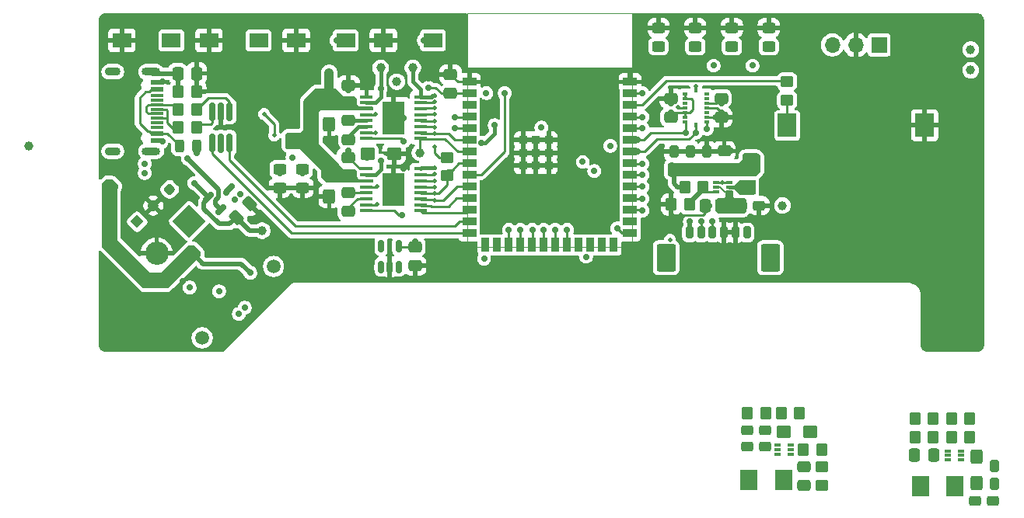
<source format=gtl>
G04 #@! TF.GenerationSoftware,KiCad,Pcbnew,9.0.0*
G04 #@! TF.CreationDate,2025-04-15T23:50:36+02:00*
G04 #@! TF.ProjectId,SUMEC_MK_V,53554d45-435f-44d4-9b5f-562e6b696361,v2.1.1*
G04 #@! TF.SameCoordinates,Original*
G04 #@! TF.FileFunction,Copper,L1,Top*
G04 #@! TF.FilePolarity,Positive*
%FSLAX46Y46*%
G04 Gerber Fmt 4.6, Leading zero omitted, Abs format (unit mm)*
G04 Created by KiCad (PCBNEW 9.0.0) date 2025-04-15 23:50:36*
%MOMM*%
%LPD*%
G01*
G04 APERTURE LIST*
G04 Aperture macros list*
%AMRoundRect*
0 Rectangle with rounded corners*
0 $1 Rounding radius*
0 $2 $3 $4 $5 $6 $7 $8 $9 X,Y pos of 4 corners*
0 Add a 4 corners polygon primitive as box body*
4,1,4,$2,$3,$4,$5,$6,$7,$8,$9,$2,$3,0*
0 Add four circle primitives for the rounded corners*
1,1,$1+$1,$2,$3*
1,1,$1+$1,$4,$5*
1,1,$1+$1,$6,$7*
1,1,$1+$1,$8,$9*
0 Add four rect primitives between the rounded corners*
20,1,$1+$1,$2,$3,$4,$5,0*
20,1,$1+$1,$4,$5,$6,$7,0*
20,1,$1+$1,$6,$7,$8,$9,0*
20,1,$1+$1,$8,$9,$2,$3,0*%
%AMRotRect*
0 Rectangle, with rotation*
0 The origin of the aperture is its center*
0 $1 length*
0 $2 width*
0 $3 Rotation angle, in degrees counterclockwise*
0 Add horizontal line*
21,1,$1,$2,0,0,$3*%
G04 Aperture macros list end*
G04 #@! TA.AperFunction,Conductor*
%ADD10C,0.010000*%
G04 #@! TD*
G04 #@! TA.AperFunction,SMDPad,CuDef*
%ADD11RoundRect,0.250000X0.350000X0.450000X-0.350000X0.450000X-0.350000X-0.450000X0.350000X-0.450000X0*%
G04 #@! TD*
G04 #@! TA.AperFunction,SMDPad,CuDef*
%ADD12RoundRect,0.250000X0.400000X0.275000X-0.400000X0.275000X-0.400000X-0.275000X0.400000X-0.275000X0*%
G04 #@! TD*
G04 #@! TA.AperFunction,SMDPad,CuDef*
%ADD13RoundRect,0.250000X-0.537500X-0.425000X0.537500X-0.425000X0.537500X0.425000X-0.537500X0.425000X0*%
G04 #@! TD*
G04 #@! TA.AperFunction,SMDPad,CuDef*
%ADD14RoundRect,0.250000X0.450000X-0.350000X0.450000X0.350000X-0.450000X0.350000X-0.450000X-0.350000X0*%
G04 #@! TD*
G04 #@! TA.AperFunction,SMDPad,CuDef*
%ADD15RoundRect,0.250000X-0.350000X-0.450000X0.350000X-0.450000X0.350000X0.450000X-0.350000X0.450000X0*%
G04 #@! TD*
G04 #@! TA.AperFunction,SMDPad,CuDef*
%ADD16R,1.854500X2.286000*%
G04 #@! TD*
G04 #@! TA.AperFunction,SMDPad,CuDef*
%ADD17RoundRect,0.087500X0.250000X0.087500X-0.250000X0.087500X-0.250000X-0.087500X0.250000X-0.087500X0*%
G04 #@! TD*
G04 #@! TA.AperFunction,SMDPad,CuDef*
%ADD18RoundRect,0.250000X-0.425000X0.537500X-0.425000X-0.537500X0.425000X-0.537500X0.425000X0.537500X0*%
G04 #@! TD*
G04 #@! TA.AperFunction,SMDPad,CuDef*
%ADD19RoundRect,0.250000X0.275000X-0.400000X0.275000X0.400000X-0.275000X0.400000X-0.275000X-0.400000X0*%
G04 #@! TD*
G04 #@! TA.AperFunction,SMDPad,CuDef*
%ADD20RoundRect,0.250000X-0.400000X-0.275000X0.400000X-0.275000X0.400000X0.275000X-0.400000X0.275000X0*%
G04 #@! TD*
G04 #@! TA.AperFunction,SMDPad,CuDef*
%ADD21RoundRect,0.250000X-0.337500X-0.475000X0.337500X-0.475000X0.337500X0.475000X-0.337500X0.475000X0*%
G04 #@! TD*
G04 #@! TA.AperFunction,SMDPad,CuDef*
%ADD22RoundRect,0.087500X-0.250000X-0.087500X0.250000X-0.087500X0.250000X0.087500X-0.250000X0.087500X0*%
G04 #@! TD*
G04 #@! TA.AperFunction,SMDPad,CuDef*
%ADD23RoundRect,0.250000X0.475000X-0.337500X0.475000X0.337500X-0.475000X0.337500X-0.475000X-0.337500X0*%
G04 #@! TD*
G04 #@! TA.AperFunction,SMDPad,CuDef*
%ADD24C,1.000000*%
G04 #@! TD*
G04 #@! TA.AperFunction,SMDPad,CuDef*
%ADD25RoundRect,0.200000X-0.200000X-0.450000X0.200000X-0.450000X0.200000X0.450000X-0.200000X0.450000X0*%
G04 #@! TD*
G04 #@! TA.AperFunction,SMDPad,CuDef*
%ADD26RoundRect,0.250001X-0.799999X-1.249999X0.799999X-1.249999X0.799999X1.249999X-0.799999X1.249999X0*%
G04 #@! TD*
G04 #@! TA.AperFunction,SMDPad,CuDef*
%ADD27R,1.320000X0.600000*%
G04 #@! TD*
G04 #@! TA.AperFunction,SMDPad,CuDef*
%ADD28R,1.320000X0.300000*%
G04 #@! TD*
G04 #@! TA.AperFunction,ComponentPad*
%ADD29O,2.000000X0.900000*%
G04 #@! TD*
G04 #@! TA.AperFunction,ComponentPad*
%ADD30O,1.700000X0.900000*%
G04 #@! TD*
G04 #@! TA.AperFunction,ComponentPad*
%ADD31C,2.550000*%
G04 #@! TD*
G04 #@! TA.AperFunction,ComponentPad*
%ADD32RotRect,2.550000X2.550000X225.000000*%
G04 #@! TD*
G04 #@! TA.AperFunction,ComponentPad*
%ADD33C,1.508000*%
G04 #@! TD*
G04 #@! TA.AperFunction,ComponentPad*
%ADD34R,1.700000X1.700000*%
G04 #@! TD*
G04 #@! TA.AperFunction,ComponentPad*
%ADD35O,1.700000X1.700000*%
G04 #@! TD*
G04 #@! TA.AperFunction,SMDPad,CuDef*
%ADD36RoundRect,0.250000X0.450000X-0.325000X0.450000X0.325000X-0.450000X0.325000X-0.450000X-0.325000X0*%
G04 #@! TD*
G04 #@! TA.AperFunction,SMDPad,CuDef*
%ADD37RoundRect,0.250000X-0.475000X0.337500X-0.475000X-0.337500X0.475000X-0.337500X0.475000X0.337500X0*%
G04 #@! TD*
G04 #@! TA.AperFunction,SMDPad,CuDef*
%ADD38RoundRect,0.162500X-0.162500X0.837500X-0.162500X-0.837500X0.162500X-0.837500X0.162500X0.837500X0*%
G04 #@! TD*
G04 #@! TA.AperFunction,SMDPad,CuDef*
%ADD39R,1.500000X0.900000*%
G04 #@! TD*
G04 #@! TA.AperFunction,SMDPad,CuDef*
%ADD40R,0.900000X1.500000*%
G04 #@! TD*
G04 #@! TA.AperFunction,SMDPad,CuDef*
%ADD41R,0.900000X0.900000*%
G04 #@! TD*
G04 #@! TA.AperFunction,SMDPad,CuDef*
%ADD42R,2.000000X1.600000*%
G04 #@! TD*
G04 #@! TA.AperFunction,SMDPad,CuDef*
%ADD43R,1.475000X0.450000*%
G04 #@! TD*
G04 #@! TA.AperFunction,SMDPad,CuDef*
%ADD44R,2.460000X3.550000*%
G04 #@! TD*
G04 #@! TA.AperFunction,SMDPad,CuDef*
%ADD45RoundRect,0.250000X0.337500X0.475000X-0.337500X0.475000X-0.337500X-0.475000X0.337500X-0.475000X0*%
G04 #@! TD*
G04 #@! TA.AperFunction,SMDPad,CuDef*
%ADD46R,1.200000X1.500000*%
G04 #@! TD*
G04 #@! TA.AperFunction,SMDPad,CuDef*
%ADD47RoundRect,0.250000X-0.450000X0.325000X-0.450000X-0.325000X0.450000X-0.325000X0.450000X0.325000X0*%
G04 #@! TD*
G04 #@! TA.AperFunction,SMDPad,CuDef*
%ADD48R,0.590000X0.350000*%
G04 #@! TD*
G04 #@! TA.AperFunction,SMDPad,CuDef*
%ADD49R,0.350000X0.590000*%
G04 #@! TD*
G04 #@! TA.AperFunction,SMDPad,CuDef*
%ADD50RoundRect,0.250000X0.097227X-0.574524X0.574524X-0.097227X-0.097227X0.574524X-0.574524X0.097227X0*%
G04 #@! TD*
G04 #@! TA.AperFunction,SMDPad,CuDef*
%ADD51R,2.000000X2.500000*%
G04 #@! TD*
G04 #@! TA.AperFunction,SMDPad,CuDef*
%ADD52RoundRect,0.250000X-0.450000X0.350000X-0.450000X-0.350000X0.450000X-0.350000X0.450000X0.350000X0*%
G04 #@! TD*
G04 #@! TA.AperFunction,SMDPad,CuDef*
%ADD53RoundRect,0.150000X-0.256326X-0.468458X0.468458X0.256326X0.256326X0.468458X-0.468458X-0.256326X0*%
G04 #@! TD*
G04 #@! TA.AperFunction,SMDPad,CuDef*
%ADD54RoundRect,0.150000X0.150000X-0.512500X0.150000X0.512500X-0.150000X0.512500X-0.150000X-0.512500X0*%
G04 #@! TD*
G04 #@! TA.AperFunction,ComponentPad*
%ADD55RotRect,1.000000X1.000000X135.000000*%
G04 #@! TD*
G04 #@! TA.AperFunction,ComponentPad*
%ADD56RoundRect,0.250000X0.353553X0.000000X0.000000X0.353553X-0.353553X0.000000X0.000000X-0.353553X0*%
G04 #@! TD*
G04 #@! TA.AperFunction,ComponentPad*
%ADD57C,0.800000*%
G04 #@! TD*
G04 #@! TA.AperFunction,ComponentPad*
%ADD58C,6.400000*%
G04 #@! TD*
G04 #@! TA.AperFunction,SMDPad,CuDef*
%ADD59RoundRect,0.243750X0.243750X0.456250X-0.243750X0.456250X-0.243750X-0.456250X0.243750X-0.456250X0*%
G04 #@! TD*
G04 #@! TA.AperFunction,ViaPad*
%ADD60C,0.500000*%
G04 #@! TD*
G04 #@! TA.AperFunction,ViaPad*
%ADD61C,0.700000*%
G04 #@! TD*
G04 #@! TA.AperFunction,Conductor*
%ADD62C,0.500000*%
G04 #@! TD*
G04 #@! TA.AperFunction,Conductor*
%ADD63C,0.250000*%
G04 #@! TD*
G04 #@! TA.AperFunction,Conductor*
%ADD64C,0.200000*%
G04 #@! TD*
G04 #@! TA.AperFunction,Conductor*
%ADD65C,1.000000*%
G04 #@! TD*
G04 #@! TA.AperFunction,Conductor*
%ADD66C,0.400000*%
G04 #@! TD*
G04 #@! TA.AperFunction,Conductor*
%ADD67C,0.450000*%
G04 #@! TD*
%ADD68C,0.120000*%
G04 APERTURE END LIST*
D10*
X152350000Y-69000000D02*
X151750000Y-68400000D01*
X151150000Y-68400000D01*
X151150000Y-68100000D01*
X151750000Y-68100000D01*
X152350000Y-67500000D01*
X152350000Y-69000000D01*
G04 #@! TA.AperFunction,Conductor*
G36*
X152350000Y-69000000D02*
G01*
X151750000Y-68400000D01*
X151150000Y-68400000D01*
X151150000Y-68100000D01*
X151750000Y-68100000D01*
X152350000Y-67500000D01*
X152350000Y-69000000D01*
G37*
G04 #@! TD.AperFunction*
X153850000Y-69000000D02*
X152350000Y-69000000D01*
X152350000Y-67500000D01*
X153850000Y-67500000D01*
X153850000Y-69000000D01*
G04 #@! TA.AperFunction,Conductor*
G36*
X153850000Y-69000000D02*
G01*
X152350000Y-69000000D01*
X152350000Y-67500000D01*
X153850000Y-67500000D01*
X153850000Y-69000000D01*
G37*
G04 #@! TD.AperFunction*
D11*
X158850000Y-92900000D03*
X156850000Y-92900000D03*
X155150000Y-92900000D03*
X153150000Y-92900000D03*
D12*
X153125000Y-94750000D03*
X155075000Y-94750000D03*
X155075000Y-96550000D03*
X153125000Y-96550000D03*
D13*
X157112500Y-94900000D03*
X159987500Y-94900000D03*
D14*
X161300000Y-100750000D03*
X161300000Y-98750000D03*
D15*
X159250000Y-96900000D03*
X161250000Y-96900000D03*
D16*
X175804750Y-100827375D03*
X172020250Y-100827375D03*
D17*
X176425000Y-98000000D03*
X176425000Y-97500000D03*
X176425000Y-97000000D03*
X175000000Y-97000000D03*
X175000000Y-97500000D03*
X175000000Y-98000000D03*
D18*
X178112500Y-100487500D03*
X178112500Y-97612500D03*
D19*
X180112500Y-100625000D03*
X180112500Y-98675000D03*
D15*
X175412500Y-95500000D03*
X177412500Y-95500000D03*
D20*
X177962500Y-102450000D03*
X179912500Y-102450000D03*
D21*
X171375000Y-97450000D03*
X173450000Y-97450000D03*
D11*
X173412500Y-93500000D03*
X171412500Y-93500000D03*
X177412500Y-93500000D03*
X175412500Y-93500000D03*
D15*
X171412500Y-95500000D03*
X173412500Y-95500000D03*
D22*
X156475000Y-96400000D03*
X156475000Y-96900000D03*
X156475000Y-97400000D03*
X157900000Y-97400000D03*
X157900000Y-96900000D03*
X157900000Y-96400000D03*
D23*
X159350000Y-100787500D03*
X159350000Y-98712500D03*
D16*
X157142250Y-100200000D03*
X153357750Y-100200000D03*
D24*
X74950000Y-63758000D03*
D25*
X146875000Y-73200000D03*
X148125000Y-73200000D03*
X149375000Y-73200000D03*
X150625000Y-73200000D03*
X151875000Y-73200000D03*
X153125000Y-73200000D03*
D26*
X144325000Y-75950000D03*
X155675000Y-75950000D03*
D27*
X88920000Y-56800000D03*
X88920000Y-57600000D03*
D28*
X88920000Y-58750000D03*
X88920000Y-59750000D03*
X88920000Y-60250000D03*
X88920000Y-61250000D03*
D27*
X88920000Y-63200000D03*
X88920000Y-62400000D03*
D28*
X88920000Y-61750000D03*
X88920000Y-60750000D03*
X88920000Y-59250000D03*
X88920000Y-58250000D03*
D29*
X88250000Y-55675000D03*
X88250000Y-64325000D03*
D30*
X84080000Y-55675000D03*
X84080000Y-64325000D03*
D31*
X88855969Y-75483957D03*
D32*
X92391503Y-71948423D03*
D33*
X93805717Y-84676345D03*
X101583891Y-76898171D03*
D34*
X167525000Y-52750000D03*
D35*
X164985000Y-52750000D03*
X162445000Y-52750000D03*
D23*
X109750000Y-63062500D03*
X109750000Y-60987500D03*
D36*
X102250000Y-68325000D03*
X102250000Y-66275000D03*
D37*
X109700000Y-65000000D03*
X109700000Y-67075000D03*
D38*
X96780000Y-59998000D03*
X95830000Y-59998000D03*
X94880000Y-59998000D03*
X94880000Y-63418000D03*
X95830000Y-63418000D03*
X96780000Y-63418000D03*
D39*
X122900000Y-56780000D03*
X122900000Y-58050000D03*
X122900000Y-59320000D03*
X122900000Y-60590000D03*
X122900000Y-61860000D03*
X122900000Y-63130000D03*
X122900000Y-64400000D03*
X122900000Y-65670000D03*
X122900000Y-66940000D03*
X122900000Y-68210000D03*
X122900000Y-69480000D03*
X122900000Y-70750000D03*
X122900000Y-72020000D03*
X122900000Y-73290000D03*
D40*
X124665000Y-74540000D03*
X125935000Y-74540000D03*
X127205000Y-74540000D03*
X128475000Y-74540000D03*
X129745000Y-74540000D03*
X131015000Y-74540000D03*
X132285000Y-74540000D03*
X133555000Y-74540000D03*
X134825000Y-74540000D03*
X136095000Y-74540000D03*
X137365000Y-74540000D03*
X138635000Y-74540000D03*
D39*
X140400000Y-73290000D03*
X140400000Y-72020000D03*
X140400000Y-70750000D03*
X140400000Y-69480000D03*
X140400000Y-68210000D03*
X140400000Y-66940000D03*
X140400000Y-65670000D03*
X140400000Y-64400000D03*
X140400000Y-63130000D03*
X140400000Y-61860000D03*
X140400000Y-60590000D03*
X140400000Y-59320000D03*
X140400000Y-58050000D03*
X140400000Y-56780000D03*
D41*
X128750000Y-63100000D03*
X128750000Y-64500000D03*
X128750000Y-65900000D03*
X128750000Y-65900000D03*
X130150000Y-63100000D03*
X130150000Y-63100000D03*
X130150000Y-64500000D03*
X130150000Y-65900000D03*
X131550000Y-63100000D03*
X131550000Y-64500000D03*
X131550000Y-65900000D03*
D14*
X120500000Y-67000000D03*
X120500000Y-65000000D03*
D42*
X113550000Y-52250000D03*
X118950000Y-52250000D03*
D24*
X100350000Y-73000000D03*
X157000000Y-70250000D03*
X177500000Y-55500000D03*
D43*
X117588000Y-62950000D03*
X117588000Y-62300000D03*
X117588000Y-61650000D03*
X117588000Y-61000000D03*
X117588000Y-60350000D03*
X117588000Y-59700000D03*
X117588000Y-59050000D03*
X117588000Y-58400000D03*
X111712000Y-58400000D03*
X111712000Y-59050000D03*
X111712000Y-59700000D03*
X111712000Y-60350000D03*
X111712000Y-61000000D03*
X111712000Y-61650000D03*
X111712000Y-62300000D03*
X111712000Y-62950000D03*
D44*
X114650000Y-60675000D03*
D45*
X93217500Y-55850000D03*
X91142500Y-55850000D03*
D37*
X117000000Y-74762500D03*
X117000000Y-76837500D03*
D46*
X153462500Y-68250000D03*
X153462500Y-65550000D03*
D47*
X147500000Y-50875000D03*
X147500000Y-52925000D03*
D23*
X150337500Y-60637500D03*
X150337500Y-58562500D03*
D48*
X148752500Y-58100000D03*
X148752500Y-58600000D03*
X148752500Y-59100000D03*
X148752500Y-59600000D03*
X148752500Y-60100000D03*
X148752500Y-60600000D03*
X148752500Y-61100000D03*
D49*
X147587500Y-61515000D03*
D48*
X146422500Y-61100000D03*
X146422500Y-60600000D03*
X146422500Y-60100000D03*
X146422500Y-59600000D03*
X146422500Y-59100000D03*
X146422500Y-58600000D03*
X146422500Y-58100000D03*
D49*
X147587500Y-57685000D03*
D50*
X97516377Y-71533623D03*
X98983623Y-70066377D03*
D24*
X117500000Y-64500000D03*
X113250000Y-55250000D03*
D15*
X146362500Y-68250000D03*
X148362500Y-68250000D03*
D37*
X109750000Y-57137500D03*
X109750000Y-59212500D03*
D51*
X157500000Y-61500000D03*
X172500000Y-61500000D03*
D24*
X115000000Y-56750000D03*
D52*
X157500000Y-56750000D03*
X157500000Y-58750000D03*
D47*
X155500000Y-50875000D03*
X155500000Y-52925000D03*
D18*
X107650000Y-66387500D03*
X107650000Y-69262500D03*
D43*
X117564000Y-70811500D03*
X117564000Y-70161500D03*
X117564000Y-69511500D03*
X117564000Y-68861500D03*
X117564000Y-68211500D03*
X117564000Y-67561500D03*
X117564000Y-66911500D03*
X117564000Y-66261500D03*
X111688000Y-66261500D03*
X111688000Y-66911500D03*
X111688000Y-67561500D03*
X111688000Y-68211500D03*
X111688000Y-68861500D03*
X111688000Y-69511500D03*
X111688000Y-70161500D03*
X111688000Y-70811500D03*
D44*
X114626000Y-68536500D03*
D53*
X94523915Y-69382583D03*
X95867417Y-70726085D03*
X96804334Y-68445666D03*
D15*
X91180000Y-57850000D03*
X93180000Y-57850000D03*
D54*
X113300000Y-76937500D03*
X114250000Y-76937500D03*
X115200000Y-76937500D03*
X115200000Y-74662500D03*
X113300000Y-74662500D03*
D36*
X104750000Y-68325000D03*
X104750000Y-66275000D03*
D37*
X144837500Y-58562500D03*
X144837500Y-60637500D03*
D55*
X86732233Y-72017767D03*
D56*
X88500000Y-70250000D03*
X90267767Y-68482233D03*
D45*
X150650000Y-70250000D03*
X148575000Y-70250000D03*
D24*
X177500000Y-53250000D03*
D42*
X104050000Y-52250000D03*
X109450000Y-52250000D03*
D11*
X146862500Y-70150000D03*
X144862500Y-70150000D03*
D18*
X107650000Y-58525000D03*
X107650000Y-61400000D03*
D47*
X143500000Y-50875000D03*
X143500000Y-52925000D03*
D57*
X83600000Y-82750000D03*
X84302944Y-81052944D03*
X84302944Y-84447056D03*
X86000000Y-80350000D03*
D58*
X86000000Y-82750000D03*
D57*
X86000000Y-85150000D03*
X87697056Y-81052944D03*
X87697056Y-84447056D03*
X88400000Y-82750000D03*
X173100000Y-82750000D03*
X173802944Y-81052944D03*
X173802944Y-84447056D03*
X175500000Y-80350000D03*
D58*
X175500000Y-82750000D03*
D57*
X175500000Y-85150000D03*
X177197056Y-81052944D03*
X177197056Y-84447056D03*
X177900000Y-82750000D03*
D24*
X116750000Y-55250000D03*
D23*
X109700000Y-70887500D03*
X109700000Y-68812500D03*
D24*
X107650000Y-55800000D03*
D13*
X111812500Y-64600000D03*
X114687500Y-64600000D03*
D19*
X145162500Y-66325000D03*
X145162500Y-64375000D03*
D47*
X151500000Y-50875000D03*
X151500000Y-52925000D03*
D19*
X146962500Y-66325000D03*
X146962500Y-64375000D03*
D15*
X91200000Y-59758000D03*
X93200000Y-59758000D03*
D42*
X85050000Y-52250000D03*
X90450000Y-52250000D03*
D15*
X91200000Y-61758000D03*
X93200000Y-61758000D03*
D23*
X120850000Y-58037500D03*
X120850000Y-55962500D03*
D59*
X93187500Y-63758000D03*
X91312500Y-63758000D03*
D23*
X150662500Y-66387500D03*
X150662500Y-64312500D03*
D42*
X94550000Y-52250000D03*
X99950000Y-52250000D03*
D19*
X148762500Y-66325000D03*
X148762500Y-64375000D03*
D20*
X152487500Y-70250000D03*
X154437500Y-70250000D03*
D17*
X151175000Y-68750000D03*
X151175000Y-68250000D03*
X151175000Y-67750000D03*
X149750000Y-67750000D03*
X149750000Y-68250000D03*
X149750000Y-68750000D03*
D60*
X101650000Y-62600000D03*
X100554369Y-60277375D03*
D61*
X107650000Y-63050000D03*
X145162500Y-64375000D03*
X103650000Y-61250000D03*
X91701472Y-78487258D03*
X90500000Y-66000000D03*
X151350000Y-64300000D03*
X136750000Y-71000000D03*
X115750000Y-60750000D03*
X123250000Y-74750000D03*
X118450000Y-56425000D03*
X150350000Y-60100000D03*
X149000000Y-70250000D03*
X89492500Y-56749998D03*
D60*
X112850000Y-70150000D03*
D61*
X115750000Y-66250000D03*
X98000000Y-63250000D03*
X109750000Y-64300000D03*
X85742500Y-65250000D03*
X89492500Y-63250000D03*
X109750000Y-57700000D03*
X136105000Y-61500000D03*
D60*
X102750000Y-58200000D03*
D61*
X100250000Y-67000000D03*
D60*
X112700000Y-62300000D03*
D61*
X100852298Y-75352298D03*
X132000000Y-57500000D03*
X94695416Y-78259927D03*
X148500000Y-76000000D03*
X126000000Y-66500000D03*
X144850000Y-59100000D03*
X130750000Y-61750000D03*
X92450000Y-79200000D03*
X144962500Y-66850000D03*
X145661500Y-66350000D03*
D60*
X119150000Y-60325000D03*
D61*
X148752500Y-61900000D03*
X177500000Y-55500000D03*
X118450000Y-57400000D03*
X144850000Y-60100000D03*
X144962500Y-65850000D03*
X124750000Y-58000000D03*
D60*
X119126000Y-68261488D03*
D61*
X117000000Y-74150000D03*
X138250000Y-63750000D03*
D60*
X119150000Y-63825015D03*
X144750000Y-74000000D03*
D61*
X135621109Y-75839482D03*
X111750000Y-65000000D03*
X150350000Y-59100000D03*
X124500000Y-76050000D03*
X97350000Y-69600000D03*
X97950000Y-69000000D03*
X146897702Y-72000000D03*
X151000000Y-70250000D03*
X152000000Y-70250000D03*
X157000000Y-70250000D03*
X103650000Y-63700000D03*
X87550000Y-65700000D03*
X87550000Y-66700000D03*
X109750000Y-58700000D03*
X103650000Y-62800000D03*
X109426000Y-67261500D03*
X107750000Y-66500000D03*
X92234314Y-65134314D03*
D60*
X112700000Y-60299997D03*
X112850000Y-68200000D03*
D61*
X92950000Y-67800000D03*
X95850000Y-64200000D03*
X97950000Y-72000000D03*
X93187500Y-64500000D03*
X108450000Y-52250000D03*
X122500000Y-59320000D03*
X139013796Y-72743707D03*
X117950000Y-52250000D03*
X96402038Y-68831162D03*
X122750000Y-69480000D03*
X113250000Y-65354297D03*
D60*
X119126000Y-69661494D03*
X119150000Y-61725006D03*
D61*
X122750000Y-70750000D03*
D60*
X119150000Y-61025003D03*
X119126000Y-68961491D03*
X119150000Y-58924994D03*
X119150000Y-59624997D03*
X119126000Y-66111497D03*
D61*
X125650000Y-61500000D03*
X124200002Y-63400000D03*
X115750000Y-63250000D03*
D60*
X119126000Y-66811500D03*
X119150000Y-62425009D03*
D61*
X115000000Y-56750000D03*
X136500000Y-66500000D03*
D60*
X119150000Y-58224991D03*
D61*
X135250000Y-65500000D03*
X113250000Y-57500000D03*
X115550000Y-71300000D03*
D60*
X119126000Y-67561500D03*
D61*
X132250000Y-72900000D03*
X133550000Y-72900000D03*
X98452493Y-81395014D03*
X115250000Y-77000000D03*
X146450000Y-62300000D03*
X148125000Y-72000000D03*
X141250000Y-63130000D03*
X113250000Y-77000000D03*
X149375000Y-72000000D03*
X147550000Y-62300000D03*
X97798577Y-82067887D03*
X141250000Y-64400000D03*
X126750000Y-58000000D03*
X131000000Y-72900000D03*
X129750000Y-72900000D03*
X177500000Y-53250000D03*
X141750000Y-69500000D03*
X141750000Y-68200000D03*
X128450000Y-72900000D03*
X103650000Y-65000000D03*
X93101472Y-75787258D03*
X99051472Y-77587258D03*
X92501472Y-75187258D03*
X84150000Y-68600000D03*
X83450000Y-67900000D03*
X127205000Y-72900000D03*
X95650000Y-79600000D03*
X141750000Y-60600000D03*
X141750000Y-66900000D03*
D60*
X147587500Y-57250000D03*
D61*
X141750000Y-65700000D03*
D60*
X145652104Y-59525000D03*
D61*
X151500000Y-52925000D03*
X147500000Y-52925000D03*
X155500000Y-52900000D03*
X102250000Y-66750000D03*
X104750000Y-66750000D03*
X141750000Y-58000000D03*
X121350000Y-61850000D03*
X90500000Y-52250000D03*
X99950000Y-52250000D03*
X121350000Y-60600000D03*
X143500000Y-52925000D03*
X149500000Y-55000000D03*
X141750000Y-61800000D03*
X141750000Y-70800000D03*
X153750000Y-55000000D03*
D60*
X150450000Y-67750000D03*
D62*
X95596312Y-68496312D02*
X92234314Y-65134314D01*
X95250000Y-69718572D02*
X95596312Y-69372260D01*
X95250000Y-70108668D02*
X95250000Y-69718572D01*
X95867417Y-70726085D02*
X95250000Y-70108668D01*
X95596312Y-69372260D02*
X95596312Y-68496312D01*
D63*
X157500000Y-61500000D02*
X157500000Y-59000000D01*
X109750000Y-57137500D02*
X109750000Y-57700000D01*
X111712000Y-62300000D02*
X112700000Y-62300000D01*
X148575000Y-70387500D02*
X148575000Y-71075000D01*
X150337500Y-60112500D02*
X150350000Y-60100000D01*
X118912500Y-55962500D02*
X118450000Y-56425000D01*
X144837500Y-58562500D02*
X144875000Y-58600000D01*
X148752500Y-60600000D02*
X149750000Y-60600000D01*
X148350000Y-71300000D02*
X145150000Y-71300000D01*
X111688000Y-70161500D02*
X112838500Y-70161500D01*
X148712500Y-70250000D02*
X148575000Y-70387500D01*
X149787500Y-60637500D02*
X149750000Y-60600000D01*
X120850000Y-55962500D02*
X118912500Y-55962500D01*
X150662500Y-64312500D02*
X151337500Y-64312500D01*
X149850000Y-59600000D02*
X150350000Y-60100000D01*
X121667500Y-56780000D02*
X120850000Y-55962500D01*
X148752500Y-59600000D02*
X149850000Y-59600000D01*
X109750000Y-65000000D02*
X109750000Y-64300000D01*
X112838500Y-70161500D02*
X112850000Y-70150000D01*
X150337500Y-60637500D02*
X150337500Y-60112500D01*
X107650000Y-61400000D02*
X107650000Y-63050000D01*
X144862500Y-71012500D02*
X144862500Y-70150000D01*
X111688000Y-66261500D02*
X111011500Y-66261500D01*
X122900000Y-56780000D02*
X121667500Y-56780000D01*
X111011500Y-66261500D02*
X109750000Y-65000000D01*
X148575000Y-71075000D02*
X148350000Y-71300000D01*
X151337500Y-64312500D02*
X151350000Y-64300000D01*
X145150000Y-71300000D02*
X144862500Y-71012500D01*
X150337500Y-60637500D02*
X149787500Y-60637500D01*
X119150000Y-60325000D02*
X117613000Y-60325000D01*
D62*
X145162500Y-66325000D02*
X145162500Y-67837500D01*
D63*
X117613988Y-68261488D02*
X117564000Y-68211500D01*
X146422500Y-60100000D02*
X145375000Y-60100000D01*
X147250000Y-59750000D02*
X147250000Y-58805500D01*
D62*
X145575000Y-68250000D02*
X146362500Y-68250000D01*
D63*
X111750000Y-65000000D02*
X111812500Y-64937500D01*
X115300000Y-74762500D02*
X115200000Y-74662500D01*
X148752500Y-59100000D02*
X149800000Y-59100000D01*
X111812500Y-64937500D02*
X111812500Y-64600000D01*
X117000000Y-74762500D02*
X115300000Y-74762500D01*
X119126000Y-68261488D02*
X117613988Y-68261488D01*
X150337500Y-58562500D02*
X150337500Y-59087500D01*
X148752500Y-61900000D02*
X148752500Y-61100000D01*
X119650000Y-65000000D02*
X120500000Y-65000000D01*
X122900000Y-58050000D02*
X120862500Y-58050000D01*
X146422500Y-58600000D02*
X146422500Y-58100000D01*
X150337500Y-59087500D02*
X150350000Y-59100000D01*
X117000000Y-74762500D02*
X117000000Y-74150000D01*
X149800000Y-59100000D02*
X150337500Y-58562500D01*
X147250000Y-58805500D02*
X147044500Y-58600000D01*
X119150000Y-64500000D02*
X119650000Y-65000000D01*
X146900000Y-60100000D02*
X147250000Y-59750000D01*
X118450000Y-57400000D02*
X119250000Y-57400000D01*
X146422500Y-60600000D02*
X146422500Y-60100000D01*
X120862500Y-58050000D02*
X120850000Y-58037500D01*
D62*
X145162500Y-67837500D02*
X145575000Y-68250000D01*
D63*
X119887500Y-58037500D02*
X120850000Y-58037500D01*
X119150000Y-63825015D02*
X119150000Y-64500000D01*
X147044500Y-58600000D02*
X146422500Y-58600000D01*
X145375000Y-60100000D02*
X144837500Y-60637500D01*
X146422500Y-60100000D02*
X146900000Y-60100000D01*
X119250000Y-57400000D02*
X119887500Y-58037500D01*
D64*
X151175000Y-68750000D02*
X150700000Y-68750000D01*
X150200000Y-68250000D02*
X150700000Y-68750000D01*
D62*
X146897702Y-72000000D02*
X146897702Y-73177298D01*
X146897702Y-73177298D02*
X146875000Y-73200000D01*
D64*
X149750000Y-68250000D02*
X150200000Y-68250000D01*
D62*
X107750000Y-66500000D02*
X107750000Y-66487500D01*
X107750000Y-66487500D02*
X107650000Y-66387500D01*
D65*
X107650000Y-55800000D02*
X107650000Y-58525000D01*
D66*
X111712000Y-61650000D02*
X110827580Y-61650000D01*
X109750000Y-62727580D02*
X109750000Y-63062500D01*
X110827580Y-61650000D02*
X109750000Y-62727580D01*
D67*
X109762500Y-61000000D02*
X109750000Y-60987500D01*
D66*
X111712000Y-61000000D02*
X109762500Y-61000000D01*
D63*
X112649997Y-60350000D02*
X111712000Y-60350000D01*
X112700000Y-60299997D02*
X112649997Y-60350000D01*
X109761500Y-68861500D02*
X109750000Y-68850000D01*
X111688000Y-68861500D02*
X109761500Y-68861500D01*
X110723500Y-69511500D02*
X111688000Y-69511500D01*
X109750000Y-70485000D02*
X110723500Y-69511500D01*
X109750000Y-70925000D02*
X109750000Y-70485000D01*
X112838500Y-68211500D02*
X111688000Y-68211500D01*
X112850000Y-68200000D02*
X112838500Y-68211500D01*
D62*
X88425000Y-55850000D02*
X88250000Y-55675000D01*
X91142500Y-55850000D02*
X88425000Y-55850000D01*
X91180000Y-55887500D02*
X91142500Y-55850000D01*
X91180000Y-57850000D02*
X91180000Y-55887500D01*
X94523915Y-69373915D02*
X92950000Y-67800000D01*
X97516377Y-71566377D02*
X97516377Y-71533623D01*
X94000000Y-69906498D02*
X94523915Y-69382583D01*
X94000000Y-70591698D02*
X94000000Y-69906498D01*
X97516377Y-71533623D02*
X96800000Y-72250000D01*
X94523915Y-69382583D02*
X94523915Y-69373915D01*
X96800000Y-72250000D02*
X95658302Y-72250000D01*
X95658302Y-72250000D02*
X94000000Y-70591698D01*
X98950000Y-73000000D02*
X97950000Y-72000000D01*
X95830000Y-63418000D02*
X95830000Y-64180000D01*
X100350000Y-73000000D02*
X98950000Y-73000000D01*
X95830000Y-64180000D02*
X95850000Y-64200000D01*
X97950000Y-72000000D02*
X97516377Y-71566377D01*
D63*
X139560089Y-73290000D02*
X140400000Y-73290000D01*
X139013796Y-72743707D02*
X139560089Y-73290000D01*
X87646777Y-57836000D02*
X87000000Y-58482777D01*
X88920000Y-57600000D02*
X88296719Y-57600000D01*
X91312500Y-63708000D02*
X90004500Y-62400000D01*
X87862359Y-62164000D02*
X88060719Y-62164000D01*
X87000000Y-58482777D02*
X87000000Y-61301641D01*
X88296719Y-62400000D02*
X88920000Y-62400000D01*
X87000000Y-61301641D02*
X87862359Y-62164000D01*
X88296719Y-57600000D02*
X88060719Y-57836000D01*
X88060719Y-57836000D02*
X87646777Y-57836000D01*
X90004500Y-62400000D02*
X88920000Y-62400000D01*
X88060719Y-62164000D02*
X88296719Y-62400000D01*
X148862500Y-68750000D02*
X148362500Y-68250000D01*
D62*
X146862500Y-69987500D02*
X148362500Y-68487500D01*
X148362500Y-68487500D02*
X148362500Y-68250000D01*
D63*
X149750000Y-68750000D02*
X148862500Y-68750000D01*
D62*
X146862500Y-70150000D02*
X146862500Y-69987500D01*
D63*
X118710500Y-70260500D02*
X118811497Y-70361497D01*
X118811497Y-70361497D02*
X120638503Y-70361497D01*
X120638503Y-70361497D02*
X121520000Y-69480000D01*
X117663000Y-70260500D02*
X118710500Y-70260500D01*
D66*
X122900000Y-69480000D02*
X122750000Y-69480000D01*
D63*
X121520000Y-69480000D02*
X122750000Y-69480000D01*
X117564000Y-70161500D02*
X117663000Y-70260500D01*
D66*
X112662500Y-66887500D02*
X111712000Y-66887500D01*
X113250000Y-65354297D02*
X113250000Y-66300000D01*
X113250000Y-66300000D02*
X112662500Y-66887500D01*
X111712000Y-66887500D02*
X111688000Y-66911500D01*
D63*
X117663000Y-69610500D02*
X117564000Y-69511500D01*
X119126000Y-69661494D02*
X119075006Y-69610500D01*
X119075006Y-69610500D02*
X117663000Y-69610500D01*
X122900000Y-68210000D02*
X121540000Y-68210000D01*
X119074994Y-61650000D02*
X119150000Y-61725006D01*
X117588000Y-61650000D02*
X119074994Y-61650000D01*
X121540000Y-68210000D02*
X120088506Y-69661494D01*
X120088506Y-69661494D02*
X119126000Y-69661494D01*
X122900000Y-70750000D02*
X122588500Y-71061500D01*
X117814000Y-71061500D02*
X122588500Y-71061500D01*
X117564000Y-70811500D02*
X117814000Y-71061500D01*
X122900000Y-65670000D02*
X121780000Y-65670000D01*
X120500000Y-66450000D02*
X120500000Y-67000000D01*
X117613003Y-61025003D02*
X119150000Y-61025003D01*
X117588000Y-61000000D02*
X117613003Y-61025003D01*
X119538509Y-68961491D02*
X120500000Y-68000000D01*
X120500000Y-68000000D02*
X120500000Y-67000000D01*
X121050000Y-66400000D02*
X120550000Y-66400000D01*
X121780000Y-65670000D02*
X121050000Y-66400000D01*
X119126000Y-68961491D02*
X119538509Y-68961491D01*
X120550000Y-66400000D02*
X120500000Y-66450000D01*
X119126000Y-68961491D02*
X117663991Y-68961491D01*
X117663991Y-68961491D02*
X117564000Y-68861500D01*
X119150000Y-58924994D02*
X119074994Y-59000000D01*
X119074994Y-59000000D02*
X117638000Y-59000000D01*
X117638000Y-59000000D02*
X117588000Y-59050000D01*
X117588000Y-59700000D02*
X117663003Y-59624997D01*
X117663003Y-59624997D02*
X119150000Y-59624997D01*
D66*
X124200002Y-63400000D02*
X124650000Y-63400000D01*
X119126000Y-66111497D02*
X117714003Y-66111497D01*
X124650000Y-63400000D02*
X125650000Y-62400000D01*
X117714003Y-66111497D02*
X117564000Y-66261500D01*
X125650000Y-62400000D02*
X125650000Y-61500000D01*
D63*
X115450000Y-62950000D02*
X115750000Y-63250000D01*
X111712000Y-62950000D02*
X115450000Y-62950000D01*
X117564000Y-66911500D02*
X119026000Y-66911500D01*
X119026000Y-66911500D02*
X119126000Y-66811500D01*
X119124991Y-62400000D02*
X119150000Y-62425009D01*
X117588000Y-62300000D02*
X117688000Y-62400000D01*
X121359239Y-63130000D02*
X122900000Y-63130000D01*
X120654248Y-62425009D02*
X121359239Y-63130000D01*
X119150000Y-62425009D02*
X120654248Y-62425009D01*
X117688000Y-62400000D02*
X119124991Y-62400000D01*
D66*
X117588000Y-58400000D02*
X117588000Y-57588000D01*
X118880346Y-58273994D02*
X119100997Y-58273994D01*
X117588000Y-57588000D02*
X116750000Y-56750000D01*
X116750000Y-56750000D02*
X116750000Y-55250000D01*
X119100997Y-58273994D02*
X119150000Y-58224991D01*
X118754340Y-58400000D02*
X118880346Y-58273994D01*
X117588000Y-58400000D02*
X118754340Y-58400000D01*
X113250000Y-58450000D02*
X113250000Y-57500000D01*
X112650000Y-59050000D02*
X113250000Y-58450000D01*
X111712000Y-59050000D02*
X112650000Y-59050000D01*
X113250000Y-57500000D02*
X113250000Y-55250000D01*
D63*
X117588000Y-62950000D02*
X117638000Y-63000000D01*
X121662494Y-64400000D02*
X122900000Y-64400000D01*
X120262494Y-63000000D02*
X121662494Y-64400000D01*
X117500000Y-63038000D02*
X117588000Y-62950000D01*
X117638000Y-63000000D02*
X120262494Y-63000000D01*
X117500000Y-64500000D02*
X117500000Y-63038000D01*
X115250000Y-71300000D02*
X114761500Y-70811500D01*
X114761500Y-70811500D02*
X111688000Y-70811500D01*
X115550000Y-71300000D02*
X115250000Y-71300000D01*
X119126000Y-67561500D02*
X117564000Y-67561500D01*
X90550000Y-61800000D02*
X91250000Y-61800000D01*
X90000000Y-59868000D02*
X90000000Y-61250000D01*
X90000000Y-61250000D02*
X90550000Y-61800000D01*
X89882000Y-60750000D02*
X88920000Y-60750000D01*
X88920000Y-59750000D02*
X89882000Y-59750000D01*
X89882000Y-59750000D02*
X90000000Y-59868000D01*
X87750000Y-60042000D02*
X87958000Y-60250000D01*
X87958000Y-60250000D02*
X88920000Y-60250000D01*
X88920000Y-59250000D02*
X87958000Y-59250000D01*
X87958000Y-59250000D02*
X87750000Y-59458000D01*
X91250000Y-59750000D02*
X90750000Y-59250000D01*
X87750000Y-59458000D02*
X87750000Y-60042000D01*
X90750000Y-59250000D02*
X88920000Y-59250000D01*
X132250000Y-72900000D02*
X132250000Y-74505000D01*
X132250000Y-74505000D02*
X132285000Y-74540000D01*
X133550000Y-72900000D02*
X133550000Y-74535000D01*
X133550000Y-74535000D02*
X133555000Y-74540000D01*
X140400000Y-63130000D02*
X141250000Y-63130000D01*
X146450000Y-61127500D02*
X146422500Y-61100000D01*
X142700000Y-62300000D02*
X146450000Y-62300000D01*
X146450000Y-62300000D02*
X146450000Y-61127500D01*
X141250000Y-63130000D02*
X141870000Y-63130000D01*
X148125000Y-72000000D02*
X148125000Y-73200000D01*
X141870000Y-63130000D02*
X142700000Y-62300000D01*
X147550000Y-62300000D02*
X146850000Y-63000000D01*
X141948873Y-64400000D02*
X141250000Y-64400000D01*
X147550000Y-62300000D02*
X147587500Y-62262500D01*
X146850000Y-63000000D02*
X143348873Y-63000000D01*
X149375000Y-72000000D02*
X149375000Y-73200000D01*
X143348873Y-63000000D02*
X141948873Y-64400000D01*
X141250000Y-64400000D02*
X140400000Y-64400000D01*
X147587500Y-62262500D02*
X147587500Y-61515000D01*
X126750000Y-64400000D02*
X124210000Y-66940000D01*
X124210000Y-66940000D02*
X122900000Y-66940000D01*
X126750000Y-58000000D02*
X126750000Y-64400000D01*
X131015000Y-74540000D02*
X131000000Y-74525000D01*
X131000000Y-72950000D02*
X130950000Y-72900000D01*
X131000000Y-74525000D02*
X131000000Y-72950000D01*
X129750000Y-74535000D02*
X129745000Y-74540000D01*
X129750000Y-72900000D02*
X129750000Y-74535000D01*
X141750000Y-69500000D02*
X140420000Y-69500000D01*
X140420000Y-69500000D02*
X140400000Y-69480000D01*
X141740000Y-68210000D02*
X141750000Y-68200000D01*
X140400000Y-68210000D02*
X141740000Y-68210000D01*
X128450000Y-74515000D02*
X128475000Y-74540000D01*
X128450000Y-72900000D02*
X128450000Y-74515000D01*
D62*
X93914214Y-76600000D02*
X98064214Y-76600000D01*
X93101472Y-75787258D02*
X93914214Y-76600000D01*
X98064214Y-76600000D02*
X99051472Y-77587258D01*
D63*
X127205000Y-74540000D02*
X127205000Y-72900000D01*
X140410000Y-60600000D02*
X140400000Y-60590000D01*
X141750000Y-60600000D02*
X140410000Y-60600000D01*
X122900000Y-72020000D02*
X121815000Y-72020000D01*
X96780000Y-65280000D02*
X96780000Y-63418000D01*
X121335000Y-72500000D02*
X104000000Y-72500000D01*
X104000000Y-72500000D02*
X96780000Y-65280000D01*
X121815000Y-72020000D02*
X121335000Y-72500000D01*
X94880000Y-64649000D02*
X103521000Y-73290000D01*
X94880000Y-63418000D02*
X94880000Y-64649000D01*
X103521000Y-73290000D02*
X122900000Y-73290000D01*
X147587500Y-57250000D02*
X147587500Y-57685000D01*
X140400000Y-66940000D02*
X141710000Y-66940000D01*
X141710000Y-66940000D02*
X141750000Y-66900000D01*
X140400000Y-65670000D02*
X140430000Y-65700000D01*
X141650000Y-65700000D02*
X141750000Y-65600000D01*
X140430000Y-65700000D02*
X141650000Y-65700000D01*
X145727104Y-59600000D02*
X145652104Y-59525000D01*
X146422500Y-59600000D02*
X145727104Y-59600000D01*
X155500000Y-52900000D02*
X155500000Y-52925000D01*
D62*
X101850000Y-66200000D02*
X101850000Y-66675000D01*
X104750000Y-66275000D02*
X104750000Y-66750000D01*
D63*
X140450000Y-58000000D02*
X140400000Y-58050000D01*
X141750000Y-58000000D02*
X140450000Y-58000000D01*
X101650000Y-62600000D02*
X101650000Y-61373006D01*
X101650000Y-61373006D02*
X100554369Y-60277375D01*
X121360000Y-61860000D02*
X121350000Y-61850000D01*
X122900000Y-61860000D02*
X121360000Y-61860000D01*
X121350000Y-60600000D02*
X122890000Y-60600000D01*
X122890000Y-60600000D02*
X122900000Y-60590000D01*
X140400000Y-61860000D02*
X141690000Y-61860000D01*
X141690000Y-61860000D02*
X141750000Y-61800000D01*
X144376000Y-56674000D02*
X157174000Y-56674000D01*
X140420000Y-59300000D02*
X140400000Y-59320000D01*
X157174000Y-56674000D02*
X157500000Y-57000000D01*
X141750000Y-59300000D02*
X140420000Y-59300000D01*
X141750000Y-59300000D02*
X144376000Y-56674000D01*
X140400000Y-70750000D02*
X141700000Y-70750000D01*
X141700000Y-70750000D02*
X141750000Y-70800000D01*
X93200000Y-59758000D02*
X94458000Y-58500000D01*
X94458000Y-58500000D02*
X96330000Y-58500000D01*
X96780000Y-58950000D02*
X96780000Y-59998000D01*
X96330000Y-58500000D02*
X96780000Y-58950000D01*
X94880000Y-61200000D02*
X94722000Y-61358000D01*
X94880000Y-60168000D02*
X94880000Y-61200000D01*
X93692000Y-61358000D02*
X93250000Y-61800000D01*
X94722000Y-61358000D02*
X93692000Y-61358000D01*
X151175000Y-67750000D02*
X150450000Y-67750000D01*
X149750000Y-67750000D02*
X150450000Y-67750000D01*
G04 #@! TA.AperFunction,Conductor*
G36*
X109226000Y-66286500D02*
G01*
X110374638Y-66286500D01*
X110404078Y-66295144D01*
X110434065Y-66301668D01*
X110439080Y-66305422D01*
X110441677Y-66306185D01*
X110462319Y-66322819D01*
X110589681Y-66450181D01*
X110623166Y-66511504D01*
X110626000Y-66537862D01*
X110626000Y-67086500D01*
X110776538Y-67237038D01*
X110805948Y-67281052D01*
X110849961Y-67310461D01*
X110926000Y-67386500D01*
X112302000Y-67386500D01*
X112310685Y-67389050D01*
X112319647Y-67387762D01*
X112343687Y-67398740D01*
X112369039Y-67406185D01*
X112374966Y-67413025D01*
X112383203Y-67416787D01*
X112397492Y-67439021D01*
X112414794Y-67458989D01*
X112417081Y-67469503D01*
X112420977Y-67475565D01*
X112426000Y-67510500D01*
X112426000Y-67662000D01*
X112406315Y-67729039D01*
X112353511Y-67774794D01*
X112302000Y-67786000D01*
X110929762Y-67786000D01*
X110919584Y-67786500D01*
X107377362Y-67786500D01*
X107310323Y-67766815D01*
X107289681Y-67750181D01*
X106812319Y-67272819D01*
X106778834Y-67211496D01*
X106776000Y-67185138D01*
X106776000Y-66401000D01*
X106800000Y-66425000D01*
X106800000Y-67075000D01*
X107000000Y-67275000D01*
X108550000Y-67275000D01*
X108750000Y-67075000D01*
X108750000Y-65810500D01*
X109226000Y-66286500D01*
G37*
G04 #@! TD.AperFunction*
G04 #@! TA.AperFunction,Conductor*
G36*
X151543074Y-68636608D02*
G01*
X151594608Y-68683789D01*
X151612500Y-68747953D01*
X151612500Y-69250000D01*
X151812500Y-69450000D01*
X152861138Y-69450000D01*
X152890578Y-69458644D01*
X152920565Y-69465168D01*
X152925580Y-69468922D01*
X152928177Y-69469685D01*
X152948819Y-69486319D01*
X153076181Y-69613681D01*
X153109666Y-69675004D01*
X153112500Y-69701362D01*
X153112500Y-70798638D01*
X153092815Y-70865677D01*
X153076181Y-70886319D01*
X152848819Y-71113681D01*
X152787496Y-71147166D01*
X152761138Y-71150000D01*
X150063862Y-71150000D01*
X149996823Y-71130315D01*
X149976181Y-71113681D01*
X149748819Y-70886319D01*
X149715334Y-70824996D01*
X149712500Y-70798638D01*
X149712500Y-69701362D01*
X149721144Y-69671921D01*
X149727668Y-69641935D01*
X149731422Y-69636919D01*
X149732185Y-69634323D01*
X149748819Y-69613681D01*
X149876181Y-69486319D01*
X149937504Y-69452834D01*
X149963862Y-69450000D01*
X150612500Y-69450000D01*
X150812500Y-69250000D01*
X150812500Y-68749499D01*
X150832185Y-68682460D01*
X150884989Y-68636705D01*
X150936495Y-68625499D01*
X151468004Y-68625499D01*
X151474213Y-68624779D01*
X151543074Y-68636608D01*
G37*
G04 #@! TD.AperFunction*
G04 #@! TA.AperFunction,Conductor*
G36*
X108365677Y-57494685D02*
G01*
X108386319Y-57511319D01*
X108550000Y-57675000D01*
X108550000Y-59375000D01*
X108050000Y-59875000D01*
X106724999Y-59875000D01*
X106550000Y-60049999D01*
X106550000Y-63550000D01*
X108648880Y-65648880D01*
X108664388Y-65667800D01*
X108666234Y-65670571D01*
X108706919Y-65739365D01*
X108722374Y-65754820D01*
X108729189Y-65765047D01*
X108736075Y-65787137D01*
X108737158Y-65789121D01*
X108740561Y-65787712D01*
X108750000Y-65810500D01*
X108750000Y-67075000D01*
X108550000Y-67275000D01*
X107000000Y-67275000D01*
X106800000Y-67075000D01*
X106800000Y-66425000D01*
X104850000Y-64475000D01*
X104850000Y-58826362D01*
X104869685Y-58759323D01*
X104886319Y-58738681D01*
X106113681Y-57511319D01*
X106175004Y-57477834D01*
X106201362Y-57475000D01*
X108298638Y-57475000D01*
X108365677Y-57494685D01*
G37*
G04 #@! TD.AperFunction*
G04 #@! TA.AperFunction,Conductor*
G36*
X104850000Y-64475000D02*
G01*
X104475000Y-64100000D01*
X103101362Y-64100000D01*
X103071921Y-64091355D01*
X103041935Y-64084832D01*
X103036919Y-64081077D01*
X103034323Y-64080315D01*
X103013681Y-64063681D01*
X102886319Y-63936319D01*
X102852834Y-63874996D01*
X102850000Y-63848638D01*
X102850000Y-62551362D01*
X102869685Y-62484323D01*
X102886319Y-62463681D01*
X103013681Y-62336319D01*
X103075004Y-62302834D01*
X103101362Y-62300000D01*
X104550000Y-62300000D01*
X104850000Y-62000000D01*
X104850000Y-64475000D01*
G37*
G04 #@! TD.AperFunction*
G04 #@! TA.AperFunction,Conductor*
G36*
X84065677Y-67419685D02*
G01*
X84086319Y-67436319D01*
X84613681Y-67963681D01*
X84647166Y-68025004D01*
X84650000Y-68051362D01*
X84650000Y-68348638D01*
X84630315Y-68415677D01*
X84613681Y-68436319D01*
X84550000Y-68499999D01*
X84550000Y-68500000D01*
X84550000Y-74000000D01*
X88150000Y-77600000D01*
X89350000Y-77600000D01*
X92313681Y-74636319D01*
X92375004Y-74602834D01*
X92401362Y-74600000D01*
X92898638Y-74600000D01*
X92965677Y-74619685D01*
X92986319Y-74636319D01*
X93613681Y-75263681D01*
X93647166Y-75325004D01*
X93650000Y-75351362D01*
X93650000Y-75648638D01*
X93630315Y-75715677D01*
X93613681Y-75736319D01*
X90086319Y-79263681D01*
X90024996Y-79297166D01*
X89998638Y-79300000D01*
X87501362Y-79300000D01*
X87434323Y-79280315D01*
X87413681Y-79263681D01*
X82886319Y-74736319D01*
X82852834Y-74674996D01*
X82850000Y-74648638D01*
X82850000Y-67951362D01*
X82869685Y-67884323D01*
X82886319Y-67863681D01*
X83313681Y-67436319D01*
X83375004Y-67402834D01*
X83401362Y-67400000D01*
X83998638Y-67400000D01*
X84065677Y-67419685D01*
G37*
G04 #@! TD.AperFunction*
G04 #@! TA.AperFunction,Conductor*
G36*
X154328177Y-64569685D02*
G01*
X154348819Y-64586319D01*
X154576181Y-64813681D01*
X154609666Y-64875004D01*
X154612500Y-64901362D01*
X154612500Y-66498638D01*
X154592815Y-66565677D01*
X154576181Y-66586319D01*
X154148819Y-67013681D01*
X154087496Y-67047166D01*
X154061138Y-67050000D01*
X144663862Y-67050000D01*
X144634421Y-67041355D01*
X144604435Y-67034832D01*
X144599419Y-67031077D01*
X144596823Y-67030315D01*
X144576181Y-67013681D01*
X144548819Y-66986319D01*
X144515334Y-66924996D01*
X144512500Y-66898638D01*
X144512500Y-65801362D01*
X144532185Y-65734323D01*
X144548819Y-65713681D01*
X144576181Y-65686319D01*
X144637504Y-65652834D01*
X144663862Y-65650000D01*
X152212500Y-65650000D01*
X152612500Y-65250000D01*
X152612500Y-64801362D01*
X152621144Y-64771921D01*
X152627668Y-64741935D01*
X152631422Y-64736919D01*
X152632185Y-64734323D01*
X152648819Y-64713681D01*
X152776181Y-64586319D01*
X152837504Y-64552834D01*
X152863862Y-64550000D01*
X154261138Y-64550000D01*
X154328177Y-64569685D01*
G37*
G04 #@! TD.AperFunction*
G04 #@! TA.AperFunction,Conductor*
G36*
X109250000Y-58375000D02*
G01*
X110398638Y-58375000D01*
X110428078Y-58383644D01*
X110458065Y-58390168D01*
X110463080Y-58393922D01*
X110465677Y-58394685D01*
X110486319Y-58411319D01*
X110613681Y-58538681D01*
X110647166Y-58600004D01*
X110650000Y-58626362D01*
X110650000Y-59175000D01*
X110748457Y-59273457D01*
X110781942Y-59334780D01*
X110782393Y-59336943D01*
X110785633Y-59353232D01*
X110829947Y-59419552D01*
X110896268Y-59463866D01*
X110896267Y-59463866D01*
X110896269Y-59463867D01*
X110949444Y-59474444D01*
X110950000Y-59475000D01*
X110952238Y-59475000D01*
X110954752Y-59475500D01*
X110957282Y-59475500D01*
X112326000Y-59475500D01*
X112393039Y-59495185D01*
X112438794Y-59547989D01*
X112450000Y-59599500D01*
X112450000Y-59751000D01*
X112430315Y-59818039D01*
X112377511Y-59863794D01*
X112326000Y-59875000D01*
X108050000Y-59875000D01*
X108550000Y-59375000D01*
X108550000Y-57675000D01*
X109250000Y-58375000D01*
G37*
G04 #@! TD.AperFunction*
G04 #@! TA.AperFunction,Conductor*
G36*
X84779588Y-83792330D02*
G01*
X84957670Y-83970412D01*
X85059301Y-84044251D01*
X83565232Y-85538319D01*
X83565233Y-85538320D01*
X83793249Y-85725448D01*
X84095519Y-85927418D01*
X84095537Y-85927429D01*
X84167964Y-85966142D01*
X84217808Y-86015104D01*
X84233269Y-86083242D01*
X84209437Y-86148921D01*
X84153880Y-86191290D01*
X84109511Y-86199500D01*
X83256093Y-86199500D01*
X83243939Y-86198903D01*
X83193081Y-86193893D01*
X83125688Y-86187256D01*
X83101848Y-86182514D01*
X82993997Y-86149798D01*
X82971541Y-86140496D01*
X82872150Y-86087370D01*
X82851940Y-86073866D01*
X82764820Y-86002369D01*
X82747630Y-85985179D01*
X82676133Y-85898059D01*
X82662629Y-85877849D01*
X82609501Y-85778453D01*
X82600201Y-85756002D01*
X82597247Y-85746263D01*
X82567483Y-85648145D01*
X82562744Y-85624317D01*
X82551097Y-85506061D01*
X82550500Y-85493907D01*
X82550500Y-84640489D01*
X82570185Y-84573450D01*
X82622989Y-84527695D01*
X82692147Y-84517751D01*
X82755703Y-84546776D01*
X82783858Y-84582036D01*
X82822570Y-84654462D01*
X82822581Y-84654480D01*
X83024551Y-84956750D01*
X83211678Y-85184765D01*
X83211679Y-85184766D01*
X84705747Y-83690697D01*
X84779588Y-83792330D01*
G37*
G04 #@! TD.AperFunction*
G04 #@! TA.AperFunction,Conductor*
G36*
X122593039Y-49320185D02*
G01*
X122638794Y-49372989D01*
X122650000Y-49424500D01*
X122650000Y-55240000D01*
X140650000Y-55240000D01*
X140650000Y-55073920D01*
X148749499Y-55073920D01*
X148778340Y-55218907D01*
X148778343Y-55218917D01*
X148834912Y-55355488D01*
X148834919Y-55355501D01*
X148917048Y-55478415D01*
X148917051Y-55478419D01*
X149021580Y-55582948D01*
X149021584Y-55582951D01*
X149144498Y-55665080D01*
X149144511Y-55665087D01*
X149281082Y-55721656D01*
X149281087Y-55721658D01*
X149281091Y-55721658D01*
X149281092Y-55721659D01*
X149426079Y-55750500D01*
X149426082Y-55750500D01*
X149573920Y-55750500D01*
X149671462Y-55731096D01*
X149718913Y-55721658D01*
X149855495Y-55665084D01*
X149978416Y-55582951D01*
X150082951Y-55478416D01*
X150165084Y-55355495D01*
X150221658Y-55218913D01*
X150245205Y-55100538D01*
X150250500Y-55073920D01*
X152999499Y-55073920D01*
X153028340Y-55218907D01*
X153028343Y-55218917D01*
X153084912Y-55355488D01*
X153084919Y-55355501D01*
X153167048Y-55478415D01*
X153167051Y-55478419D01*
X153271580Y-55582948D01*
X153271584Y-55582951D01*
X153394498Y-55665080D01*
X153394511Y-55665087D01*
X153531082Y-55721656D01*
X153531087Y-55721658D01*
X153531091Y-55721658D01*
X153531092Y-55721659D01*
X153676079Y-55750500D01*
X153676082Y-55750500D01*
X153823920Y-55750500D01*
X153921462Y-55731096D01*
X153968913Y-55721658D01*
X154105495Y-55665084D01*
X154228416Y-55582951D01*
X154332951Y-55478416D01*
X154377794Y-55411304D01*
X176599500Y-55411304D01*
X176599500Y-55588695D01*
X176634103Y-55762658D01*
X176634106Y-55762667D01*
X176701983Y-55926540D01*
X176701990Y-55926553D01*
X176800535Y-56074034D01*
X176800538Y-56074038D01*
X176925961Y-56199461D01*
X176925965Y-56199464D01*
X177073446Y-56298009D01*
X177073459Y-56298016D01*
X177196363Y-56348923D01*
X177237334Y-56365894D01*
X177237336Y-56365894D01*
X177237341Y-56365896D01*
X177411304Y-56400499D01*
X177411307Y-56400500D01*
X177411309Y-56400500D01*
X177588693Y-56400500D01*
X177588694Y-56400499D01*
X177646682Y-56388964D01*
X177762658Y-56365896D01*
X177762661Y-56365894D01*
X177762666Y-56365894D01*
X177926547Y-56298013D01*
X178074035Y-56199464D01*
X178199464Y-56074035D01*
X178298013Y-55926547D01*
X178365894Y-55762666D01*
X178366670Y-55758768D01*
X178399994Y-55591233D01*
X178400500Y-55588691D01*
X178400500Y-55411309D01*
X178400500Y-55411306D01*
X178400499Y-55411304D01*
X178365896Y-55237341D01*
X178365893Y-55237332D01*
X178358265Y-55218917D01*
X178322611Y-55132838D01*
X178298016Y-55073459D01*
X178298009Y-55073446D01*
X178199464Y-54925965D01*
X178199461Y-54925961D01*
X178074038Y-54800538D01*
X178074034Y-54800535D01*
X177926553Y-54701990D01*
X177926540Y-54701983D01*
X177762667Y-54634106D01*
X177762658Y-54634103D01*
X177588694Y-54599500D01*
X177588691Y-54599500D01*
X177411309Y-54599500D01*
X177411306Y-54599500D01*
X177237341Y-54634103D01*
X177237332Y-54634106D01*
X177073459Y-54701983D01*
X177073446Y-54701990D01*
X176925965Y-54800535D01*
X176925961Y-54800538D01*
X176800538Y-54925961D01*
X176800535Y-54925965D01*
X176701990Y-55073446D01*
X176701983Y-55073459D01*
X176634106Y-55237332D01*
X176634103Y-55237341D01*
X176599500Y-55411304D01*
X154377794Y-55411304D01*
X154415084Y-55355495D01*
X154471658Y-55218913D01*
X154495205Y-55100538D01*
X154500500Y-55073920D01*
X154500500Y-54926079D01*
X154471659Y-54781092D01*
X154471658Y-54781091D01*
X154471658Y-54781087D01*
X154468414Y-54773255D01*
X154415087Y-54644511D01*
X154415080Y-54644498D01*
X154332951Y-54521584D01*
X154332948Y-54521580D01*
X154228419Y-54417051D01*
X154228415Y-54417048D01*
X154105501Y-54334919D01*
X154105488Y-54334912D01*
X153968917Y-54278343D01*
X153968907Y-54278340D01*
X153823920Y-54249500D01*
X153823918Y-54249500D01*
X153676082Y-54249500D01*
X153676080Y-54249500D01*
X153531092Y-54278340D01*
X153531082Y-54278343D01*
X153394511Y-54334912D01*
X153394498Y-54334919D01*
X153271584Y-54417048D01*
X153271580Y-54417051D01*
X153167051Y-54521580D01*
X153167048Y-54521584D01*
X153084919Y-54644498D01*
X153084912Y-54644511D01*
X153028343Y-54781082D01*
X153028340Y-54781092D01*
X152999500Y-54926079D01*
X152999500Y-54926082D01*
X152999500Y-55073918D01*
X152999500Y-55073920D01*
X152999499Y-55073920D01*
X150250500Y-55073920D01*
X150250500Y-54926079D01*
X150221659Y-54781092D01*
X150221658Y-54781091D01*
X150221658Y-54781087D01*
X150218414Y-54773255D01*
X150165087Y-54644511D01*
X150165080Y-54644498D01*
X150082951Y-54521584D01*
X150082948Y-54521580D01*
X149978419Y-54417051D01*
X149978415Y-54417048D01*
X149855501Y-54334919D01*
X149855488Y-54334912D01*
X149718917Y-54278343D01*
X149718907Y-54278340D01*
X149573920Y-54249500D01*
X149573918Y-54249500D01*
X149426082Y-54249500D01*
X149426080Y-54249500D01*
X149281092Y-54278340D01*
X149281082Y-54278343D01*
X149144511Y-54334912D01*
X149144498Y-54334919D01*
X149021584Y-54417048D01*
X149021580Y-54417051D01*
X148917051Y-54521580D01*
X148917048Y-54521584D01*
X148834919Y-54644498D01*
X148834912Y-54644511D01*
X148778343Y-54781082D01*
X148778340Y-54781092D01*
X148749500Y-54926079D01*
X148749500Y-54926082D01*
X148749500Y-55073918D01*
X148749500Y-55073920D01*
X148749499Y-55073920D01*
X140650000Y-55073920D01*
X140650000Y-51249986D01*
X142300001Y-51249986D01*
X142310494Y-51352697D01*
X142365641Y-51519119D01*
X142365643Y-51519124D01*
X142457684Y-51668345D01*
X142581654Y-51792315D01*
X142679169Y-51852463D01*
X142725893Y-51904411D01*
X142737116Y-51973374D01*
X142709272Y-52037456D01*
X142677193Y-52064734D01*
X142648138Y-52081916D01*
X142648129Y-52081923D01*
X142531923Y-52198129D01*
X142531917Y-52198137D01*
X142448255Y-52339603D01*
X142448254Y-52339606D01*
X142402402Y-52497426D01*
X142402401Y-52497432D01*
X142399500Y-52534298D01*
X142399500Y-53315701D01*
X142402401Y-53352567D01*
X142402402Y-53352573D01*
X142448254Y-53510393D01*
X142448255Y-53510396D01*
X142448256Y-53510398D01*
X142479023Y-53562423D01*
X142531917Y-53651862D01*
X142531923Y-53651870D01*
X142648129Y-53768076D01*
X142648133Y-53768079D01*
X142648135Y-53768081D01*
X142789602Y-53851744D01*
X142831224Y-53863836D01*
X142947426Y-53897597D01*
X142947429Y-53897597D01*
X142947431Y-53897598D01*
X142984306Y-53900500D01*
X142984314Y-53900500D01*
X144015686Y-53900500D01*
X144015694Y-53900500D01*
X144052569Y-53897598D01*
X144052571Y-53897597D01*
X144052573Y-53897597D01*
X144094191Y-53885505D01*
X144210398Y-53851744D01*
X144351865Y-53768081D01*
X144468081Y-53651865D01*
X144551744Y-53510398D01*
X144590196Y-53378048D01*
X144597597Y-53352573D01*
X144597598Y-53352567D01*
X144600499Y-53315701D01*
X144600500Y-53315694D01*
X144600500Y-52534306D01*
X144597598Y-52497431D01*
X144551744Y-52339602D01*
X144468081Y-52198135D01*
X144468079Y-52198133D01*
X144468076Y-52198129D01*
X144351870Y-52081923D01*
X144351867Y-52081921D01*
X144351865Y-52081919D01*
X144322805Y-52064733D01*
X144275123Y-52013666D01*
X144262618Y-51944925D01*
X144289263Y-51880335D01*
X144320831Y-51852463D01*
X144418343Y-51792317D01*
X144542315Y-51668345D01*
X144634356Y-51519124D01*
X144634358Y-51519119D01*
X144689505Y-51352697D01*
X144689506Y-51352690D01*
X144699999Y-51249986D01*
X146300001Y-51249986D01*
X146310494Y-51352697D01*
X146365641Y-51519119D01*
X146365643Y-51519124D01*
X146457684Y-51668345D01*
X146581654Y-51792315D01*
X146679169Y-51852463D01*
X146725893Y-51904411D01*
X146737116Y-51973374D01*
X146709272Y-52037456D01*
X146677193Y-52064734D01*
X146648138Y-52081916D01*
X146648129Y-52081923D01*
X146531923Y-52198129D01*
X146531917Y-52198137D01*
X146448255Y-52339603D01*
X146448254Y-52339606D01*
X146402402Y-52497426D01*
X146402401Y-52497432D01*
X146399500Y-52534298D01*
X146399500Y-53315701D01*
X146402401Y-53352567D01*
X146402402Y-53352573D01*
X146448254Y-53510393D01*
X146448255Y-53510396D01*
X146448256Y-53510398D01*
X146479023Y-53562423D01*
X146531917Y-53651862D01*
X146531923Y-53651870D01*
X146648129Y-53768076D01*
X146648133Y-53768079D01*
X146648135Y-53768081D01*
X146789602Y-53851744D01*
X146831224Y-53863836D01*
X146947426Y-53897597D01*
X146947429Y-53897597D01*
X146947431Y-53897598D01*
X146984306Y-53900500D01*
X146984314Y-53900500D01*
X148015686Y-53900500D01*
X148015694Y-53900500D01*
X148052569Y-53897598D01*
X148052571Y-53897597D01*
X148052573Y-53897597D01*
X148094191Y-53885505D01*
X148210398Y-53851744D01*
X148351865Y-53768081D01*
X148468081Y-53651865D01*
X148551744Y-53510398D01*
X148590196Y-53378048D01*
X148597597Y-53352573D01*
X148597598Y-53352567D01*
X148600499Y-53315701D01*
X148600500Y-53315694D01*
X148600500Y-52534306D01*
X148597598Y-52497431D01*
X148551744Y-52339602D01*
X148468081Y-52198135D01*
X148468079Y-52198133D01*
X148468076Y-52198129D01*
X148351870Y-52081923D01*
X148351867Y-52081921D01*
X148351865Y-52081919D01*
X148322805Y-52064733D01*
X148275123Y-52013666D01*
X148262618Y-51944925D01*
X148289263Y-51880335D01*
X148320831Y-51852463D01*
X148418343Y-51792317D01*
X148542315Y-51668345D01*
X148634356Y-51519124D01*
X148634358Y-51519119D01*
X148689505Y-51352697D01*
X148689506Y-51352690D01*
X148699999Y-51249986D01*
X150300001Y-51249986D01*
X150310494Y-51352697D01*
X150365641Y-51519119D01*
X150365643Y-51519124D01*
X150457684Y-51668345D01*
X150581654Y-51792315D01*
X150679169Y-51852463D01*
X150725893Y-51904411D01*
X150737116Y-51973374D01*
X150709272Y-52037456D01*
X150677193Y-52064734D01*
X150648138Y-52081916D01*
X150648129Y-52081923D01*
X150531923Y-52198129D01*
X150531917Y-52198137D01*
X150448255Y-52339603D01*
X150448254Y-52339606D01*
X150402402Y-52497426D01*
X150402401Y-52497432D01*
X150399500Y-52534298D01*
X150399500Y-53315701D01*
X150402401Y-53352567D01*
X150402402Y-53352573D01*
X150448254Y-53510393D01*
X150448255Y-53510396D01*
X150448256Y-53510398D01*
X150479023Y-53562423D01*
X150531917Y-53651862D01*
X150531923Y-53651870D01*
X150648129Y-53768076D01*
X150648133Y-53768079D01*
X150648135Y-53768081D01*
X150789602Y-53851744D01*
X150831224Y-53863836D01*
X150947426Y-53897597D01*
X150947429Y-53897597D01*
X150947431Y-53897598D01*
X150984306Y-53900500D01*
X150984314Y-53900500D01*
X152015686Y-53900500D01*
X152015694Y-53900500D01*
X152052569Y-53897598D01*
X152052571Y-53897597D01*
X152052573Y-53897597D01*
X152094191Y-53885505D01*
X152210398Y-53851744D01*
X152351865Y-53768081D01*
X152468081Y-53651865D01*
X152551744Y-53510398D01*
X152590196Y-53378048D01*
X152597597Y-53352573D01*
X152597598Y-53352567D01*
X152600499Y-53315701D01*
X152600500Y-53315694D01*
X152600500Y-52534306D01*
X152597598Y-52497431D01*
X152551744Y-52339602D01*
X152468081Y-52198135D01*
X152468079Y-52198133D01*
X152468076Y-52198129D01*
X152351870Y-52081923D01*
X152351867Y-52081921D01*
X152351865Y-52081919D01*
X152322805Y-52064733D01*
X152275123Y-52013666D01*
X152262618Y-51944925D01*
X152289263Y-51880335D01*
X152320831Y-51852463D01*
X152418343Y-51792317D01*
X152542315Y-51668345D01*
X152634356Y-51519124D01*
X152634358Y-51519119D01*
X152689505Y-51352697D01*
X152689506Y-51352690D01*
X152699999Y-51249986D01*
X154300001Y-51249986D01*
X154310494Y-51352697D01*
X154365641Y-51519119D01*
X154365643Y-51519124D01*
X154457684Y-51668345D01*
X154581654Y-51792315D01*
X154679169Y-51852463D01*
X154725893Y-51904411D01*
X154737116Y-51973374D01*
X154709272Y-52037456D01*
X154677193Y-52064734D01*
X154648138Y-52081916D01*
X154648129Y-52081923D01*
X154531923Y-52198129D01*
X154531917Y-52198137D01*
X154448255Y-52339603D01*
X154448254Y-52339606D01*
X154402402Y-52497426D01*
X154402401Y-52497432D01*
X154399500Y-52534298D01*
X154399500Y-53315701D01*
X154402401Y-53352567D01*
X154402402Y-53352573D01*
X154448254Y-53510393D01*
X154448255Y-53510396D01*
X154448256Y-53510398D01*
X154479023Y-53562423D01*
X154531917Y-53651862D01*
X154531923Y-53651870D01*
X154648129Y-53768076D01*
X154648133Y-53768079D01*
X154648135Y-53768081D01*
X154789602Y-53851744D01*
X154831224Y-53863836D01*
X154947426Y-53897597D01*
X154947429Y-53897597D01*
X154947431Y-53897598D01*
X154984306Y-53900500D01*
X154984314Y-53900500D01*
X156015686Y-53900500D01*
X156015694Y-53900500D01*
X156052569Y-53897598D01*
X156052571Y-53897597D01*
X156052573Y-53897597D01*
X156094191Y-53885505D01*
X156210398Y-53851744D01*
X156351865Y-53768081D01*
X156468081Y-53651865D01*
X156551744Y-53510398D01*
X156590196Y-53378048D01*
X156597597Y-53352573D01*
X156597598Y-53352567D01*
X156600499Y-53315701D01*
X156600500Y-53315694D01*
X156600500Y-52651577D01*
X161194500Y-52651577D01*
X161194500Y-52848422D01*
X161225290Y-53042826D01*
X161286117Y-53230029D01*
X161348554Y-53352567D01*
X161375476Y-53405405D01*
X161491172Y-53564646D01*
X161630354Y-53703828D01*
X161789595Y-53819524D01*
X161852831Y-53851744D01*
X161964970Y-53908882D01*
X161964972Y-53908882D01*
X161964975Y-53908884D01*
X162023962Y-53928050D01*
X162152173Y-53969709D01*
X162346578Y-54000500D01*
X162346583Y-54000500D01*
X162543422Y-54000500D01*
X162737826Y-53969709D01*
X162800133Y-53949464D01*
X162925025Y-53908884D01*
X163100405Y-53819524D01*
X163259646Y-53703828D01*
X163398828Y-53564646D01*
X163514524Y-53405405D01*
X163548679Y-53338370D01*
X163596652Y-53287575D01*
X163664473Y-53270779D01*
X163730608Y-53293316D01*
X163769648Y-53338370D01*
X163830375Y-53457552D01*
X163830376Y-53457553D01*
X163955272Y-53629459D01*
X163955276Y-53629464D01*
X164105535Y-53779723D01*
X164105540Y-53779727D01*
X164277442Y-53904620D01*
X164466782Y-54001095D01*
X164668871Y-54066757D01*
X164735000Y-54077231D01*
X164735000Y-53183012D01*
X164792007Y-53215925D01*
X164919174Y-53250000D01*
X165050826Y-53250000D01*
X165177993Y-53215925D01*
X165235000Y-53183012D01*
X165235000Y-54077230D01*
X165301126Y-54066757D01*
X165301129Y-54066757D01*
X165503217Y-54001095D01*
X165692557Y-53904620D01*
X165864459Y-53779727D01*
X165864464Y-53779723D01*
X166014725Y-53629462D01*
X166051776Y-53578465D01*
X166107105Y-53535798D01*
X166176719Y-53529818D01*
X166238514Y-53562423D01*
X166272872Y-53623262D01*
X166274568Y-53631951D01*
X166289352Y-53725300D01*
X166289353Y-53725303D01*
X166289354Y-53725304D01*
X166346950Y-53838342D01*
X166346952Y-53838344D01*
X166346954Y-53838347D01*
X166436652Y-53928045D01*
X166436654Y-53928046D01*
X166436658Y-53928050D01*
X166549694Y-53985645D01*
X166549698Y-53985647D01*
X166643475Y-54000499D01*
X166643481Y-54000500D01*
X168406518Y-54000499D01*
X168500304Y-53985646D01*
X168613342Y-53928050D01*
X168703050Y-53838342D01*
X168760646Y-53725304D01*
X168760646Y-53725302D01*
X168760647Y-53725301D01*
X168775500Y-53631524D01*
X168775500Y-53161304D01*
X176599500Y-53161304D01*
X176599500Y-53338695D01*
X176634103Y-53512658D01*
X176634106Y-53512667D01*
X176701983Y-53676540D01*
X176701990Y-53676553D01*
X176800535Y-53824034D01*
X176800538Y-53824038D01*
X176925961Y-53949461D01*
X176925965Y-53949464D01*
X177073446Y-54048009D01*
X177073459Y-54048016D01*
X177143992Y-54077231D01*
X177237334Y-54115894D01*
X177237336Y-54115894D01*
X177237341Y-54115896D01*
X177411304Y-54150499D01*
X177411307Y-54150500D01*
X177411309Y-54150500D01*
X177588693Y-54150500D01*
X177588694Y-54150499D01*
X177646682Y-54138964D01*
X177762658Y-54115896D01*
X177762661Y-54115894D01*
X177762666Y-54115894D01*
X177926547Y-54048013D01*
X178074035Y-53949464D01*
X178199464Y-53824035D01*
X178298013Y-53676547D01*
X178365894Y-53512666D01*
X178366346Y-53510398D01*
X178400499Y-53338695D01*
X178400500Y-53338693D01*
X178400500Y-53161306D01*
X178400499Y-53161304D01*
X178365896Y-52987341D01*
X178365893Y-52987332D01*
X178298016Y-52823459D01*
X178298009Y-52823446D01*
X178199464Y-52675965D01*
X178199461Y-52675961D01*
X178074038Y-52550538D01*
X178074034Y-52550535D01*
X177926553Y-52451990D01*
X177926540Y-52451983D01*
X177762667Y-52384106D01*
X177762658Y-52384103D01*
X177588694Y-52349500D01*
X177588691Y-52349500D01*
X177411309Y-52349500D01*
X177411306Y-52349500D01*
X177237341Y-52384103D01*
X177237332Y-52384106D01*
X177073459Y-52451983D01*
X177073446Y-52451990D01*
X176925965Y-52550535D01*
X176925961Y-52550538D01*
X176800538Y-52675961D01*
X176800535Y-52675965D01*
X176701990Y-52823446D01*
X176701983Y-52823459D01*
X176634106Y-52987332D01*
X176634103Y-52987341D01*
X176599500Y-53161304D01*
X168775500Y-53161304D01*
X168775500Y-53155217D01*
X168775499Y-51868482D01*
X168764047Y-51796174D01*
X168760646Y-51774696D01*
X168703050Y-51661658D01*
X168703046Y-51661654D01*
X168703045Y-51661652D01*
X168613347Y-51571954D01*
X168613344Y-51571952D01*
X168613342Y-51571950D01*
X168509656Y-51519119D01*
X168500301Y-51514352D01*
X168406524Y-51499500D01*
X166643482Y-51499500D01*
X166562519Y-51512323D01*
X166549696Y-51514354D01*
X166436658Y-51571950D01*
X166436657Y-51571951D01*
X166436652Y-51571954D01*
X166346954Y-51661652D01*
X166346951Y-51661657D01*
X166346950Y-51661658D01*
X166343543Y-51668345D01*
X166289352Y-51774698D01*
X166274567Y-51868048D01*
X166244637Y-51931182D01*
X166185325Y-51968113D01*
X166115463Y-51967115D01*
X166057230Y-51928504D01*
X166051775Y-51921534D01*
X166014721Y-51870533D01*
X165864464Y-51720276D01*
X165864459Y-51720272D01*
X165692557Y-51595379D01*
X165503215Y-51498903D01*
X165301124Y-51433241D01*
X165235000Y-51422768D01*
X165235000Y-52316988D01*
X165177993Y-52284075D01*
X165050826Y-52250000D01*
X164919174Y-52250000D01*
X164792007Y-52284075D01*
X164735000Y-52316988D01*
X164735000Y-51422768D01*
X164734999Y-51422768D01*
X164668875Y-51433241D01*
X164466784Y-51498903D01*
X164277442Y-51595379D01*
X164105540Y-51720272D01*
X164105535Y-51720276D01*
X163955276Y-51870535D01*
X163955272Y-51870540D01*
X163830377Y-52042444D01*
X163769648Y-52161630D01*
X163721674Y-52212425D01*
X163653852Y-52229220D01*
X163587718Y-52206682D01*
X163548679Y-52161628D01*
X163514525Y-52094596D01*
X163476634Y-52042444D01*
X163398828Y-51935354D01*
X163259646Y-51796172D01*
X163100405Y-51680476D01*
X162925029Y-51591117D01*
X162737826Y-51530290D01*
X162543422Y-51499500D01*
X162543417Y-51499500D01*
X162346583Y-51499500D01*
X162346578Y-51499500D01*
X162152173Y-51530290D01*
X161964970Y-51591117D01*
X161789594Y-51680476D01*
X161734815Y-51720276D01*
X161630354Y-51796172D01*
X161630352Y-51796174D01*
X161630351Y-51796174D01*
X161491174Y-51935351D01*
X161491174Y-51935352D01*
X161491172Y-51935354D01*
X161478786Y-51952402D01*
X161375476Y-52094594D01*
X161286117Y-52269970D01*
X161225290Y-52457173D01*
X161194500Y-52651577D01*
X156600500Y-52651577D01*
X156600500Y-52534306D01*
X156597598Y-52497431D01*
X156551744Y-52339602D01*
X156468081Y-52198135D01*
X156468079Y-52198133D01*
X156468076Y-52198129D01*
X156351870Y-52081923D01*
X156351867Y-52081921D01*
X156351865Y-52081919D01*
X156322805Y-52064733D01*
X156275123Y-52013666D01*
X156262618Y-51944925D01*
X156289263Y-51880335D01*
X156320831Y-51852463D01*
X156418343Y-51792317D01*
X156542315Y-51668345D01*
X156634356Y-51519124D01*
X156634358Y-51519119D01*
X156689505Y-51352697D01*
X156689506Y-51352690D01*
X156699999Y-51249986D01*
X156700000Y-51249973D01*
X156700000Y-51125000D01*
X154300001Y-51125000D01*
X154300001Y-51249986D01*
X152699999Y-51249986D01*
X152700000Y-51249973D01*
X152700000Y-51125000D01*
X150300001Y-51125000D01*
X150300001Y-51249986D01*
X148699999Y-51249986D01*
X148700000Y-51249973D01*
X148700000Y-51125000D01*
X146300001Y-51125000D01*
X146300001Y-51249986D01*
X144699999Y-51249986D01*
X144700000Y-51249973D01*
X144700000Y-51125000D01*
X142300001Y-51125000D01*
X142300001Y-51249986D01*
X140650000Y-51249986D01*
X140650000Y-50500013D01*
X142300000Y-50500013D01*
X142300000Y-50625000D01*
X143250000Y-50625000D01*
X143750000Y-50625000D01*
X144699999Y-50625000D01*
X144699999Y-50500029D01*
X144699998Y-50500013D01*
X146300000Y-50500013D01*
X146300000Y-50625000D01*
X147250000Y-50625000D01*
X147750000Y-50625000D01*
X148699999Y-50625000D01*
X148699999Y-50500029D01*
X148699998Y-50500013D01*
X150300000Y-50500013D01*
X150300000Y-50625000D01*
X151250000Y-50625000D01*
X151750000Y-50625000D01*
X152699999Y-50625000D01*
X152699999Y-50500029D01*
X152699998Y-50500013D01*
X154300000Y-50500013D01*
X154300000Y-50625000D01*
X155250000Y-50625000D01*
X155750000Y-50625000D01*
X156699999Y-50625000D01*
X156699999Y-50500028D01*
X156699998Y-50500013D01*
X156689505Y-50397302D01*
X156634358Y-50230880D01*
X156634356Y-50230875D01*
X156542315Y-50081654D01*
X156418345Y-49957684D01*
X156269124Y-49865643D01*
X156269119Y-49865641D01*
X156102697Y-49810494D01*
X156102690Y-49810493D01*
X155999986Y-49800000D01*
X155750000Y-49800000D01*
X155750000Y-50625000D01*
X155250000Y-50625000D01*
X155250000Y-49800000D01*
X155000029Y-49800000D01*
X155000012Y-49800001D01*
X154897302Y-49810494D01*
X154730880Y-49865641D01*
X154730875Y-49865643D01*
X154581654Y-49957684D01*
X154457684Y-50081654D01*
X154365643Y-50230875D01*
X154365641Y-50230880D01*
X154310494Y-50397302D01*
X154310493Y-50397309D01*
X154300000Y-50500013D01*
X152699998Y-50500013D01*
X152699998Y-50500012D01*
X152689505Y-50397302D01*
X152634358Y-50230880D01*
X152634356Y-50230875D01*
X152542315Y-50081654D01*
X152418345Y-49957684D01*
X152269124Y-49865643D01*
X152269119Y-49865641D01*
X152102697Y-49810494D01*
X152102690Y-49810493D01*
X151999986Y-49800000D01*
X151750000Y-49800000D01*
X151750000Y-50625000D01*
X151250000Y-50625000D01*
X151250000Y-49800000D01*
X151000029Y-49800000D01*
X151000012Y-49800001D01*
X150897302Y-49810494D01*
X150730880Y-49865641D01*
X150730875Y-49865643D01*
X150581654Y-49957684D01*
X150457684Y-50081654D01*
X150365643Y-50230875D01*
X150365641Y-50230880D01*
X150310494Y-50397302D01*
X150310493Y-50397309D01*
X150300000Y-50500013D01*
X148699998Y-50500013D01*
X148699998Y-50500012D01*
X148689505Y-50397302D01*
X148634358Y-50230880D01*
X148634356Y-50230875D01*
X148542315Y-50081654D01*
X148418345Y-49957684D01*
X148269124Y-49865643D01*
X148269119Y-49865641D01*
X148102697Y-49810494D01*
X148102690Y-49810493D01*
X147999986Y-49800000D01*
X147750000Y-49800000D01*
X147750000Y-50625000D01*
X147250000Y-50625000D01*
X147250000Y-49800000D01*
X147000029Y-49800000D01*
X147000012Y-49800001D01*
X146897302Y-49810494D01*
X146730880Y-49865641D01*
X146730875Y-49865643D01*
X146581654Y-49957684D01*
X146457684Y-50081654D01*
X146365643Y-50230875D01*
X146365641Y-50230880D01*
X146310494Y-50397302D01*
X146310493Y-50397309D01*
X146300000Y-50500013D01*
X144699998Y-50500013D01*
X144699998Y-50500012D01*
X144689505Y-50397302D01*
X144634358Y-50230880D01*
X144634356Y-50230875D01*
X144542315Y-50081654D01*
X144418345Y-49957684D01*
X144269124Y-49865643D01*
X144269119Y-49865641D01*
X144102697Y-49810494D01*
X144102690Y-49810493D01*
X143999986Y-49800000D01*
X143750000Y-49800000D01*
X143750000Y-50625000D01*
X143250000Y-50625000D01*
X143250000Y-49800000D01*
X143000029Y-49800000D01*
X143000012Y-49800001D01*
X142897302Y-49810494D01*
X142730880Y-49865641D01*
X142730875Y-49865643D01*
X142581654Y-49957684D01*
X142457684Y-50081654D01*
X142365643Y-50230875D01*
X142365641Y-50230880D01*
X142310494Y-50397302D01*
X142310493Y-50397309D01*
X142300000Y-50500013D01*
X140650000Y-50500013D01*
X140650000Y-49424500D01*
X140669685Y-49357461D01*
X140722489Y-49311706D01*
X140774000Y-49300500D01*
X178202405Y-49300500D01*
X178243907Y-49300500D01*
X178256061Y-49301097D01*
X178374317Y-49312744D01*
X178398145Y-49317483D01*
X178506005Y-49350202D01*
X178528453Y-49359501D01*
X178627849Y-49412629D01*
X178648059Y-49426133D01*
X178735179Y-49497630D01*
X178752369Y-49514820D01*
X178823866Y-49601940D01*
X178837370Y-49622150D01*
X178890495Y-49721538D01*
X178899798Y-49743997D01*
X178932514Y-49851848D01*
X178937256Y-49875688D01*
X178948903Y-49993937D01*
X178949500Y-50006092D01*
X178949500Y-78900000D01*
X173250000Y-78900000D01*
X172050500Y-80099500D01*
X172050500Y-79897648D01*
X172018477Y-79695465D01*
X171978546Y-79572570D01*
X171955220Y-79500781D01*
X171955218Y-79500778D01*
X171955218Y-79500776D01*
X171894235Y-79381092D01*
X171862287Y-79318390D01*
X171829978Y-79273920D01*
X171741971Y-79152786D01*
X171597213Y-79008028D01*
X171431613Y-78887715D01*
X171431612Y-78887714D01*
X171431610Y-78887713D01*
X171356613Y-78849500D01*
X171249223Y-78794781D01*
X171054534Y-78731522D01*
X170879995Y-78703878D01*
X170852352Y-78699500D01*
X170789562Y-78699500D01*
X103789562Y-78699500D01*
X103710438Y-78699500D01*
X103634010Y-78719978D01*
X103565489Y-78759540D01*
X103565486Y-78759542D01*
X96161848Y-86163181D01*
X96100525Y-86196666D01*
X96074167Y-86199500D01*
X87890489Y-86199500D01*
X87823450Y-86179815D01*
X87777695Y-86127011D01*
X87767751Y-86057853D01*
X87796776Y-85994297D01*
X87832036Y-85966142D01*
X87904462Y-85927429D01*
X87904480Y-85927418D01*
X88206736Y-85725457D01*
X88206750Y-85725447D01*
X88434765Y-85538320D01*
X88434766Y-85538319D01*
X86940698Y-84044251D01*
X87042330Y-83970412D01*
X87220412Y-83792330D01*
X87294251Y-83690698D01*
X88788319Y-85184766D01*
X88788320Y-85184765D01*
X88975447Y-84956750D01*
X88975457Y-84956736D01*
X89177418Y-84654480D01*
X89177429Y-84654462D01*
X89214299Y-84585484D01*
X92651217Y-84585484D01*
X92651217Y-84767205D01*
X92679645Y-84946692D01*
X92679645Y-84946695D01*
X92735798Y-85119516D01*
X92735800Y-85119519D01*
X92818300Y-85281435D01*
X92925114Y-85428451D01*
X93053611Y-85556948D01*
X93200627Y-85663762D01*
X93362543Y-85746262D01*
X93362545Y-85746263D01*
X93523746Y-85798639D01*
X93535371Y-85802417D01*
X93714856Y-85830845D01*
X93714857Y-85830845D01*
X93896577Y-85830845D01*
X93896578Y-85830845D01*
X94076063Y-85802417D01*
X94076066Y-85802416D01*
X94076067Y-85802416D01*
X94248888Y-85746263D01*
X94248888Y-85746262D01*
X94248891Y-85746262D01*
X94410807Y-85663762D01*
X94557823Y-85556948D01*
X94686320Y-85428451D01*
X94793134Y-85281435D01*
X94875634Y-85119519D01*
X94931789Y-84946691D01*
X94960217Y-84767206D01*
X94960217Y-84585484D01*
X94931789Y-84405999D01*
X94931788Y-84405995D01*
X94931788Y-84405994D01*
X94875635Y-84233173D01*
X94875633Y-84233170D01*
X94793133Y-84071254D01*
X94686320Y-83924239D01*
X94557823Y-83795742D01*
X94410807Y-83688928D01*
X94248891Y-83606428D01*
X94248888Y-83606426D01*
X94076065Y-83550273D01*
X93956406Y-83531321D01*
X93896578Y-83521845D01*
X93714856Y-83521845D01*
X93655027Y-83531321D01*
X93535369Y-83550273D01*
X93535366Y-83550273D01*
X93362545Y-83606426D01*
X93362542Y-83606428D01*
X93200626Y-83688928D01*
X93116747Y-83749870D01*
X93053611Y-83795742D01*
X93053609Y-83795744D01*
X93053608Y-83795744D01*
X92925116Y-83924236D01*
X92925116Y-83924237D01*
X92925114Y-83924239D01*
X92891567Y-83970412D01*
X92818300Y-84071254D01*
X92735800Y-84233170D01*
X92735798Y-84233173D01*
X92679645Y-84405994D01*
X92679645Y-84405997D01*
X92651217Y-84585484D01*
X89214299Y-84585484D01*
X89248147Y-84522159D01*
X89348790Y-84333869D01*
X89348792Y-84333864D01*
X89487913Y-83997997D01*
X89593446Y-83650101D01*
X89593449Y-83650090D01*
X89664367Y-83293556D01*
X89700000Y-82931765D01*
X89700000Y-82568234D01*
X89664367Y-82206443D01*
X89651510Y-82141807D01*
X97048076Y-82141807D01*
X97076917Y-82286794D01*
X97076920Y-82286804D01*
X97133489Y-82423375D01*
X97133496Y-82423388D01*
X97215625Y-82546302D01*
X97215628Y-82546306D01*
X97320157Y-82650835D01*
X97320161Y-82650838D01*
X97443075Y-82732967D01*
X97443088Y-82732974D01*
X97579659Y-82789543D01*
X97579664Y-82789545D01*
X97579668Y-82789545D01*
X97579669Y-82789546D01*
X97724656Y-82818387D01*
X97724659Y-82818387D01*
X97872497Y-82818387D01*
X97970039Y-82798983D01*
X98017490Y-82789545D01*
X98154072Y-82732971D01*
X98276993Y-82650838D01*
X98381528Y-82546303D01*
X98463661Y-82423382D01*
X98520235Y-82286800D01*
X98533078Y-82222231D01*
X98565462Y-82160323D01*
X98626178Y-82125749D01*
X98630462Y-82124816D01*
X98671406Y-82116672D01*
X98807988Y-82060098D01*
X98930909Y-81977965D01*
X99035444Y-81873430D01*
X99117577Y-81750509D01*
X99174151Y-81613927D01*
X99183589Y-81566476D01*
X99202993Y-81468934D01*
X99202993Y-81321093D01*
X99174152Y-81176106D01*
X99174151Y-81176105D01*
X99174151Y-81176101D01*
X99163340Y-81150000D01*
X99117580Y-81039525D01*
X99117573Y-81039512D01*
X99035444Y-80916598D01*
X99035441Y-80916594D01*
X98930912Y-80812065D01*
X98930908Y-80812062D01*
X98807994Y-80729933D01*
X98807981Y-80729926D01*
X98671410Y-80673357D01*
X98671400Y-80673354D01*
X98526413Y-80644514D01*
X98526411Y-80644514D01*
X98378575Y-80644514D01*
X98378573Y-80644514D01*
X98233585Y-80673354D01*
X98233575Y-80673357D01*
X98097004Y-80729926D01*
X98096991Y-80729933D01*
X97974077Y-80812062D01*
X97974073Y-80812065D01*
X97869544Y-80916594D01*
X97869541Y-80916598D01*
X97787412Y-81039512D01*
X97787405Y-81039525D01*
X97730836Y-81176096D01*
X97730833Y-81176106D01*
X97717991Y-81240667D01*
X97685605Y-81302578D01*
X97624889Y-81337152D01*
X97620567Y-81338092D01*
X97579667Y-81346227D01*
X97579661Y-81346229D01*
X97443088Y-81402799D01*
X97443075Y-81402806D01*
X97320161Y-81484935D01*
X97320157Y-81484938D01*
X97215628Y-81589467D01*
X97215625Y-81589471D01*
X97133496Y-81712385D01*
X97133489Y-81712398D01*
X97076920Y-81848969D01*
X97076917Y-81848979D01*
X97048077Y-81993966D01*
X97048077Y-81993969D01*
X97048077Y-82141805D01*
X97048077Y-82141807D01*
X97048076Y-82141807D01*
X89651510Y-82141807D01*
X89625704Y-82012068D01*
X89593449Y-81849909D01*
X89593446Y-81849898D01*
X89487913Y-81502002D01*
X89348792Y-81166135D01*
X89348790Y-81166130D01*
X89177429Y-80845537D01*
X89177418Y-80845519D01*
X88975448Y-80543249D01*
X88788320Y-80315233D01*
X88788319Y-80315232D01*
X87294251Y-81809300D01*
X87220412Y-81707670D01*
X87042330Y-81529588D01*
X86940698Y-81455748D01*
X88434766Y-79961679D01*
X88434766Y-79961678D01*
X88390504Y-79925354D01*
X88351169Y-79867608D01*
X88349298Y-79797763D01*
X88385485Y-79737995D01*
X88448241Y-79707279D01*
X88469168Y-79705500D01*
X89998639Y-79705500D01*
X90002709Y-79705281D01*
X90041987Y-79703176D01*
X90068345Y-79700342D01*
X90077962Y-79698924D01*
X90099837Y-79695700D01*
X90099838Y-79695699D01*
X90099842Y-79695699D01*
X90219332Y-79653065D01*
X90280655Y-79619580D01*
X90373051Y-79550413D01*
X90622964Y-79300500D01*
X90649544Y-79273920D01*
X91699499Y-79273920D01*
X91728340Y-79418907D01*
X91728343Y-79418917D01*
X91784912Y-79555488D01*
X91784919Y-79555501D01*
X91867048Y-79678415D01*
X91867051Y-79678419D01*
X91971580Y-79782948D01*
X91971584Y-79782951D01*
X92094498Y-79865080D01*
X92094511Y-79865087D01*
X92231082Y-79921656D01*
X92231087Y-79921658D01*
X92231091Y-79921658D01*
X92231092Y-79921659D01*
X92376079Y-79950500D01*
X92376082Y-79950500D01*
X92523920Y-79950500D01*
X92650332Y-79925354D01*
X92668913Y-79921658D01*
X92805495Y-79865084D01*
X92928416Y-79782951D01*
X93032951Y-79678416D01*
X93035955Y-79673920D01*
X94899499Y-79673920D01*
X94928340Y-79818907D01*
X94928343Y-79818917D01*
X94984912Y-79955488D01*
X94984919Y-79955501D01*
X95067048Y-80078415D01*
X95067051Y-80078419D01*
X95171580Y-80182948D01*
X95171584Y-80182951D01*
X95294498Y-80265080D01*
X95294511Y-80265087D01*
X95431082Y-80321656D01*
X95431087Y-80321658D01*
X95431091Y-80321658D01*
X95431092Y-80321659D01*
X95576079Y-80350500D01*
X95576082Y-80350500D01*
X95723920Y-80350500D01*
X95821462Y-80331096D01*
X95868913Y-80321658D01*
X96005495Y-80265084D01*
X96128416Y-80182951D01*
X96232951Y-80078416D01*
X96315084Y-79955495D01*
X96371658Y-79818913D01*
X96394680Y-79703176D01*
X96400500Y-79673920D01*
X96400500Y-79526079D01*
X96371659Y-79381092D01*
X96371658Y-79381091D01*
X96371658Y-79381087D01*
X96345688Y-79318390D01*
X96315087Y-79244511D01*
X96315080Y-79244498D01*
X96232951Y-79121584D01*
X96232948Y-79121580D01*
X96128419Y-79017051D01*
X96128415Y-79017048D01*
X96005501Y-78934919D01*
X96005488Y-78934912D01*
X95868917Y-78878343D01*
X95868907Y-78878340D01*
X95723920Y-78849500D01*
X95723918Y-78849500D01*
X95576082Y-78849500D01*
X95576080Y-78849500D01*
X95431092Y-78878340D01*
X95431082Y-78878343D01*
X95294511Y-78934912D01*
X95294498Y-78934919D01*
X95171584Y-79017048D01*
X95171580Y-79017051D01*
X95067051Y-79121580D01*
X95067048Y-79121584D01*
X94984919Y-79244498D01*
X94984912Y-79244511D01*
X94928343Y-79381082D01*
X94928340Y-79381092D01*
X94899500Y-79526079D01*
X94899500Y-79526082D01*
X94899500Y-79673918D01*
X94899500Y-79673920D01*
X94899499Y-79673920D01*
X93035955Y-79673920D01*
X93115084Y-79555495D01*
X93127267Y-79526082D01*
X93149446Y-79472538D01*
X93149446Y-79472537D01*
X93171658Y-79418913D01*
X93192539Y-79313941D01*
X93200500Y-79273920D01*
X93200500Y-79126079D01*
X93171659Y-78981092D01*
X93171658Y-78981091D01*
X93171658Y-78981087D01*
X93152535Y-78934919D01*
X93115087Y-78844511D01*
X93115080Y-78844498D01*
X93032951Y-78721584D01*
X93032948Y-78721580D01*
X92928419Y-78617051D01*
X92928415Y-78617048D01*
X92805501Y-78534919D01*
X92805488Y-78534912D01*
X92668917Y-78478343D01*
X92668907Y-78478340D01*
X92523920Y-78449500D01*
X92523918Y-78449500D01*
X92376082Y-78449500D01*
X92376080Y-78449500D01*
X92231092Y-78478340D01*
X92231082Y-78478343D01*
X92094511Y-78534912D01*
X92094498Y-78534919D01*
X91971584Y-78617048D01*
X91971580Y-78617051D01*
X91867051Y-78721580D01*
X91867048Y-78721584D01*
X91784919Y-78844498D01*
X91784912Y-78844511D01*
X91728343Y-78981082D01*
X91728340Y-78981092D01*
X91699500Y-79126079D01*
X91699500Y-79126082D01*
X91699500Y-79273918D01*
X91699500Y-79273920D01*
X91699499Y-79273920D01*
X90649544Y-79273920D01*
X90891156Y-79032309D01*
X92509624Y-77413840D01*
X93071186Y-76852277D01*
X93132507Y-76818794D01*
X93202199Y-76823778D01*
X93246546Y-76852279D01*
X93499539Y-77105272D01*
X93499546Y-77105278D01*
X93582698Y-77160838D01*
X93582699Y-77160838D01*
X93606087Y-77176465D01*
X93724470Y-77225501D01*
X93724474Y-77225501D01*
X93724475Y-77225502D01*
X93850142Y-77250500D01*
X93850145Y-77250500D01*
X93978283Y-77250500D01*
X97743406Y-77250500D01*
X97810445Y-77270185D01*
X97831087Y-77286819D01*
X98298870Y-77754602D01*
X98326621Y-77800901D01*
X98327483Y-77800544D01*
X98386384Y-77942746D01*
X98386391Y-77942759D01*
X98468520Y-78065673D01*
X98468523Y-78065677D01*
X98573052Y-78170206D01*
X98573056Y-78170209D01*
X98695970Y-78252338D01*
X98695983Y-78252345D01*
X98832554Y-78308914D01*
X98832559Y-78308916D01*
X98832563Y-78308916D01*
X98832564Y-78308917D01*
X98977551Y-78337758D01*
X98977554Y-78337758D01*
X99125392Y-78337758D01*
X99222934Y-78318354D01*
X99270385Y-78308916D01*
X99406967Y-78252342D01*
X99529888Y-78170209D01*
X99634423Y-78065674D01*
X99716556Y-77942753D01*
X99720033Y-77934360D01*
X99773128Y-77806175D01*
X99773130Y-77806171D01*
X99789863Y-77722052D01*
X99801972Y-77661178D01*
X99801972Y-77513337D01*
X99773131Y-77368350D01*
X99773130Y-77368349D01*
X99773130Y-77368345D01*
X99756290Y-77327690D01*
X99716559Y-77231769D01*
X99716552Y-77231756D01*
X99634423Y-77108842D01*
X99634420Y-77108838D01*
X99529891Y-77004309D01*
X99529887Y-77004306D01*
X99406973Y-76922177D01*
X99406963Y-76922172D01*
X99394692Y-76917089D01*
X99394576Y-76917041D01*
X99270385Y-76865600D01*
X99267623Y-76865050D01*
X99259503Y-76861725D01*
X99246087Y-76851002D01*
X99218816Y-76834656D01*
X99191470Y-76807310D01*
X100429391Y-76807310D01*
X100429391Y-76989031D01*
X100457819Y-77168518D01*
X100457819Y-77168521D01*
X100513972Y-77341342D01*
X100513974Y-77341345D01*
X100596474Y-77503261D01*
X100703288Y-77650277D01*
X100831785Y-77778774D01*
X100978801Y-77885588D01*
X101140717Y-77968088D01*
X101140719Y-77968089D01*
X101240471Y-78000500D01*
X101313545Y-78024243D01*
X101493030Y-78052671D01*
X101493031Y-78052671D01*
X101674751Y-78052671D01*
X101674752Y-78052671D01*
X101854237Y-78024243D01*
X101854240Y-78024242D01*
X101854241Y-78024242D01*
X102027062Y-77968089D01*
X102027062Y-77968088D01*
X102027065Y-77968088D01*
X102188981Y-77885588D01*
X102335997Y-77778774D01*
X102464494Y-77650277D01*
X102571308Y-77503261D01*
X102653808Y-77341345D01*
X102653809Y-77341342D01*
X102709962Y-77168521D01*
X102709962Y-77168520D01*
X102709963Y-77168517D01*
X102738391Y-76989032D01*
X102738391Y-76807310D01*
X102709963Y-76627825D01*
X102709962Y-76627821D01*
X102709962Y-76627820D01*
X102653809Y-76454999D01*
X102653807Y-76454996D01*
X102651269Y-76450013D01*
X102571308Y-76293081D01*
X102464494Y-76146065D01*
X102335997Y-76017568D01*
X102188981Y-75910754D01*
X102027065Y-75828254D01*
X102027062Y-75828252D01*
X101854239Y-75772099D01*
X101717868Y-75750500D01*
X101674752Y-75743671D01*
X101493030Y-75743671D01*
X101449914Y-75750500D01*
X101313543Y-75772099D01*
X101313540Y-75772099D01*
X101140719Y-75828252D01*
X101140716Y-75828254D01*
X100978800Y-75910754D01*
X100925472Y-75949500D01*
X100831785Y-76017568D01*
X100831783Y-76017570D01*
X100831782Y-76017570D01*
X100703290Y-76146062D01*
X100703290Y-76146063D01*
X100703288Y-76146065D01*
X100667756Y-76194970D01*
X100596474Y-76293080D01*
X100513974Y-76454996D01*
X100513972Y-76454999D01*
X100457819Y-76627820D01*
X100457819Y-76627823D01*
X100429391Y-76807310D01*
X99191470Y-76807310D01*
X98478888Y-76094727D01*
X98478887Y-76094726D01*
X98424504Y-76058389D01*
X98372341Y-76023535D01*
X98357940Y-76017570D01*
X98253958Y-75974499D01*
X98253952Y-75974497D01*
X98128285Y-75949500D01*
X98128283Y-75949500D01*
X94235022Y-75949500D01*
X94205581Y-75940855D01*
X94175595Y-75934332D01*
X94170579Y-75930577D01*
X94167983Y-75929815D01*
X94147341Y-75913181D01*
X94077680Y-75843520D01*
X94044195Y-75782197D01*
X94042623Y-75738198D01*
X94055500Y-75648638D01*
X94055500Y-75351362D01*
X94053176Y-75308013D01*
X94050342Y-75281655D01*
X94045699Y-75250158D01*
X94003065Y-75130668D01*
X93969580Y-75069345D01*
X93934925Y-75023051D01*
X93900419Y-74976956D01*
X93900403Y-74976938D01*
X93273064Y-74349600D01*
X93273060Y-74349596D01*
X93273051Y-74349587D01*
X93273032Y-74349570D01*
X93273014Y-74349553D01*
X93240758Y-74320580D01*
X93240751Y-74320574D01*
X93220122Y-74303951D01*
X93220121Y-74303950D01*
X93220112Y-74303943D01*
X93194561Y-74284958D01*
X93184974Y-74280413D01*
X93079927Y-74230612D01*
X93012885Y-74210926D01*
X93012877Y-74210924D01*
X92898638Y-74194500D01*
X92814303Y-74194500D01*
X92747264Y-74174815D01*
X92701509Y-74122011D01*
X92691565Y-74052853D01*
X92720590Y-73989297D01*
X92726622Y-73982819D01*
X94500102Y-72209337D01*
X94500105Y-72209334D01*
X94500107Y-72209332D01*
X94500112Y-72209325D01*
X94503269Y-72205630D01*
X94504877Y-72207004D01*
X94553157Y-72169718D01*
X94622766Y-72163687D01*
X94684585Y-72196247D01*
X94685912Y-72197555D01*
X95153026Y-72664669D01*
X95198986Y-72710629D01*
X95243634Y-72755277D01*
X95350168Y-72826461D01*
X95350174Y-72826464D01*
X95350175Y-72826465D01*
X95468558Y-72875501D01*
X95468562Y-72875501D01*
X95468563Y-72875502D01*
X95594230Y-72900500D01*
X95594233Y-72900500D01*
X96864071Y-72900500D01*
X96948615Y-72883682D01*
X96989744Y-72875501D01*
X97108127Y-72826465D01*
X97123517Y-72816182D01*
X97214669Y-72755277D01*
X97228931Y-72741014D01*
X97290250Y-72707530D01*
X97359941Y-72712513D01*
X97366209Y-72715387D01*
X97372227Y-72717769D01*
X97372236Y-72717774D01*
X97531427Y-72758647D01*
X97531431Y-72758647D01*
X97695778Y-72758647D01*
X97695781Y-72758647D01*
X97701205Y-72757254D01*
X97771030Y-72759643D01*
X97819729Y-72789675D01*
X98535325Y-73505272D01*
X98535332Y-73505278D01*
X98641863Y-73576459D01*
X98641865Y-73576460D01*
X98641874Y-73576466D01*
X98679298Y-73591967D01*
X98679299Y-73591968D01*
X98729267Y-73612665D01*
X98760256Y-73625501D01*
X98760260Y-73625501D01*
X98760261Y-73625502D01*
X98885928Y-73650500D01*
X98885931Y-73650500D01*
X99675638Y-73650500D01*
X99742677Y-73670185D01*
X99763319Y-73686819D01*
X99775961Y-73699461D01*
X99775965Y-73699464D01*
X99923446Y-73798009D01*
X99923459Y-73798016D01*
X100013195Y-73835185D01*
X100087334Y-73865894D01*
X100087336Y-73865894D01*
X100087341Y-73865896D01*
X100261304Y-73900499D01*
X100261307Y-73900500D01*
X100261309Y-73900500D01*
X100438693Y-73900500D01*
X100438694Y-73900499D01*
X100501588Y-73887989D01*
X100612658Y-73865896D01*
X100612661Y-73865894D01*
X100612666Y-73865894D01*
X100776547Y-73798013D01*
X100924035Y-73699464D01*
X101049464Y-73574035D01*
X101148013Y-73426547D01*
X101149262Y-73423533D01*
X101169572Y-73374499D01*
X101215894Y-73262666D01*
X101217321Y-73255495D01*
X101248409Y-73099202D01*
X101250500Y-73088691D01*
X101250500Y-72911309D01*
X101250500Y-72911306D01*
X101250499Y-72911304D01*
X101215896Y-72737341D01*
X101215893Y-72737332D01*
X101204832Y-72710629D01*
X101187915Y-72669786D01*
X101148016Y-72573459D01*
X101148009Y-72573446D01*
X101049464Y-72425965D01*
X101049461Y-72425961D01*
X100924038Y-72300538D01*
X100924034Y-72300535D01*
X100776553Y-72201990D01*
X100776540Y-72201983D01*
X100612667Y-72134106D01*
X100612658Y-72134103D01*
X100438694Y-72099500D01*
X100438691Y-72099500D01*
X100261309Y-72099500D01*
X100261306Y-72099500D01*
X100087341Y-72134103D01*
X100087332Y-72134106D01*
X99923459Y-72201983D01*
X99923446Y-72201990D01*
X99775965Y-72300535D01*
X99775961Y-72300538D01*
X99763319Y-72313181D01*
X99701996Y-72346666D01*
X99675638Y-72349500D01*
X99270808Y-72349500D01*
X99203769Y-72329815D01*
X99183127Y-72313181D01*
X98759046Y-71889100D01*
X98725561Y-71827777D01*
X98726622Y-71770583D01*
X98741401Y-71713027D01*
X98741401Y-71548673D01*
X98733005Y-71515972D01*
X98735399Y-71446147D01*
X98775164Y-71388697D01*
X98839677Y-71361867D01*
X98881706Y-71364480D01*
X98993187Y-71390902D01*
X99168510Y-71390902D01*
X99339114Y-71350467D01*
X99495790Y-71271782D01*
X99575828Y-71206581D01*
X99575835Y-71206575D01*
X99673052Y-71109358D01*
X98894527Y-70330834D01*
X98861042Y-70269511D01*
X98866026Y-70199820D01*
X98894527Y-70155472D01*
X99072718Y-69977281D01*
X99134041Y-69943796D01*
X99203733Y-69948780D01*
X99248080Y-69977281D01*
X100026603Y-70755805D01*
X100026604Y-70755805D01*
X100047439Y-70734970D01*
X100108762Y-70701485D01*
X100178454Y-70706469D01*
X100222801Y-70734970D01*
X103096154Y-73608323D01*
X103096164Y-73608334D01*
X103100494Y-73612664D01*
X103100495Y-73612665D01*
X103198335Y-73710505D01*
X103318164Y-73779688D01*
X103373462Y-73794505D01*
X103451816Y-73815500D01*
X103451817Y-73815500D01*
X112507958Y-73815500D01*
X112574997Y-73835185D01*
X112620752Y-73887989D01*
X112630696Y-73957147D01*
X112623314Y-73984985D01*
X112621614Y-73989297D01*
X112610122Y-74018438D01*
X112604643Y-74064069D01*
X112599500Y-74106898D01*
X112599500Y-75218102D01*
X112603350Y-75250162D01*
X112610122Y-75306561D01*
X112610122Y-75306563D01*
X112610123Y-75306564D01*
X112627722Y-75351192D01*
X112665639Y-75447343D01*
X112757077Y-75567922D01*
X112877658Y-75659361D01*
X112877660Y-75659362D01*
X112941774Y-75684646D01*
X112996918Y-75727551D01*
X113020111Y-75793459D01*
X113003990Y-75861444D01*
X112953673Y-75909920D01*
X112941774Y-75915354D01*
X112877660Y-75940637D01*
X112877658Y-75940638D01*
X112757077Y-76032077D01*
X112665639Y-76152656D01*
X112610122Y-76293438D01*
X112607185Y-76317898D01*
X112599500Y-76381898D01*
X112599500Y-76381903D01*
X112599500Y-76586160D01*
X112586385Y-76638520D01*
X112587247Y-76638878D01*
X112528342Y-76781086D01*
X112528340Y-76781092D01*
X112499500Y-76926079D01*
X112499500Y-76926082D01*
X112499500Y-77073918D01*
X112499500Y-77073920D01*
X112499499Y-77073920D01*
X112528340Y-77218907D01*
X112528343Y-77218917D01*
X112587247Y-77361124D01*
X112586383Y-77361481D01*
X112599500Y-77413840D01*
X112599500Y-77493102D01*
X112605126Y-77539954D01*
X112610122Y-77581561D01*
X112665639Y-77722343D01*
X112757077Y-77842922D01*
X112877656Y-77934360D01*
X112877657Y-77934360D01*
X112877658Y-77934361D01*
X113018436Y-77989877D01*
X113106898Y-78000500D01*
X113106903Y-78000500D01*
X113493097Y-78000500D01*
X113493102Y-78000500D01*
X113581564Y-77989877D01*
X113617786Y-77975592D01*
X113687369Y-77969309D01*
X113726397Y-77984214D01*
X113839801Y-78051281D01*
X113997514Y-78097100D01*
X113997511Y-78097100D01*
X113999998Y-78097295D01*
X114000000Y-78097295D01*
X114000000Y-77504683D01*
X114000471Y-77496810D01*
X114000279Y-77496799D01*
X114000500Y-77493107D01*
X114000500Y-76381896D01*
X114000279Y-76378206D01*
X114000470Y-76378194D01*
X114000000Y-76370318D01*
X114000000Y-75777703D01*
X113997505Y-75777900D01*
X113941345Y-75794216D01*
X113871476Y-75794015D01*
X113812806Y-75756072D01*
X113783964Y-75692434D01*
X113794106Y-75623304D01*
X113831829Y-75576333D01*
X113842922Y-75567922D01*
X113934361Y-75447342D01*
X113989877Y-75306564D01*
X114000500Y-75218102D01*
X114000500Y-74106898D01*
X113989877Y-74018436D01*
X113976686Y-73984988D01*
X113970406Y-73915403D01*
X114002743Y-73853467D01*
X114063432Y-73818846D01*
X114092042Y-73815500D01*
X114407958Y-73815500D01*
X114474997Y-73835185D01*
X114520752Y-73887989D01*
X114530696Y-73957147D01*
X114523314Y-73984985D01*
X114521614Y-73989297D01*
X114510122Y-74018438D01*
X114504643Y-74064069D01*
X114499500Y-74106898D01*
X114499500Y-75218102D01*
X114503350Y-75250162D01*
X114510122Y-75306561D01*
X114510122Y-75306563D01*
X114510123Y-75306564D01*
X114527722Y-75351192D01*
X114565639Y-75447343D01*
X114657077Y-75567921D01*
X114668171Y-75576334D01*
X114709695Y-75632526D01*
X114714248Y-75702247D01*
X114680383Y-75763362D01*
X114618854Y-75796466D01*
X114558653Y-75794216D01*
X114502492Y-75777900D01*
X114500000Y-75777703D01*
X114500000Y-76370318D01*
X114499529Y-76378194D01*
X114499721Y-76378206D01*
X114499500Y-76381896D01*
X114499500Y-77493107D01*
X114499721Y-77496799D01*
X114499528Y-77496810D01*
X114500000Y-77504683D01*
X114500000Y-78097295D01*
X114500001Y-78097295D01*
X114502486Y-78097100D01*
X114660196Y-78051282D01*
X114773601Y-77984214D01*
X114841325Y-77967031D01*
X114882212Y-77975592D01*
X114918436Y-77989877D01*
X115006898Y-78000500D01*
X115006903Y-78000500D01*
X115393097Y-78000500D01*
X115393102Y-78000500D01*
X115481564Y-77989877D01*
X115622342Y-77934361D01*
X115742922Y-77842922D01*
X115824908Y-77734807D01*
X115881098Y-77693286D01*
X115950819Y-77688734D01*
X116011390Y-77722052D01*
X116056654Y-77767315D01*
X116205875Y-77859356D01*
X116205880Y-77859358D01*
X116372302Y-77914505D01*
X116372309Y-77914506D01*
X116475019Y-77924999D01*
X116749999Y-77924999D01*
X117250000Y-77924999D01*
X117524972Y-77924999D01*
X117524986Y-77924998D01*
X117627697Y-77914505D01*
X117794119Y-77859358D01*
X117794124Y-77859356D01*
X117943345Y-77767315D01*
X118067315Y-77643345D01*
X118159356Y-77494124D01*
X118159358Y-77494119D01*
X118214505Y-77327697D01*
X118214506Y-77327690D01*
X118224999Y-77224986D01*
X118225000Y-77224973D01*
X118225000Y-77087500D01*
X117250000Y-77087500D01*
X117250000Y-77924999D01*
X116749999Y-77924999D01*
X116750000Y-77924998D01*
X116750000Y-76961500D01*
X116769685Y-76894461D01*
X116822489Y-76848706D01*
X116874000Y-76837500D01*
X117000000Y-76837500D01*
X117000000Y-76711500D01*
X117019685Y-76644461D01*
X117072489Y-76598706D01*
X117124000Y-76587500D01*
X118224999Y-76587500D01*
X118224999Y-76450028D01*
X118224998Y-76450013D01*
X118214505Y-76347302D01*
X118159358Y-76180880D01*
X118159356Y-76180875D01*
X118067315Y-76031654D01*
X117943344Y-75907683D01*
X117943340Y-75907680D01*
X117845830Y-75847535D01*
X117799105Y-75795588D01*
X117787884Y-75726625D01*
X117815727Y-75662543D01*
X117847806Y-75635266D01*
X117876865Y-75618081D01*
X117993081Y-75501865D01*
X118076744Y-75360398D01*
X118122598Y-75202569D01*
X118125500Y-75165694D01*
X118125500Y-74359306D01*
X118122598Y-74322431D01*
X118122060Y-74320580D01*
X118085430Y-74194500D01*
X118076744Y-74164602D01*
X117993081Y-74023135D01*
X117993078Y-74023132D01*
X117988298Y-74016969D01*
X117990583Y-74015196D01*
X117963643Y-73965858D01*
X117968627Y-73896166D01*
X118010499Y-73840233D01*
X118075963Y-73815816D01*
X118084809Y-73815500D01*
X121662990Y-73815500D01*
X121730029Y-73835185D01*
X121773474Y-73883204D01*
X121821949Y-73978340D01*
X121821954Y-73978347D01*
X121911652Y-74068045D01*
X121911654Y-74068046D01*
X121911658Y-74068050D01*
X122015931Y-74121180D01*
X122024698Y-74125647D01*
X122118475Y-74140499D01*
X122118481Y-74140500D01*
X123681518Y-74140499D01*
X123686390Y-74140499D01*
X123686390Y-74141741D01*
X123749134Y-74154914D01*
X123798897Y-74203959D01*
X123814500Y-74264175D01*
X123814500Y-75321517D01*
X123829354Y-75415304D01*
X123879477Y-75513677D01*
X123892373Y-75582346D01*
X123872095Y-75638861D01*
X123834918Y-75694500D01*
X123834912Y-75694511D01*
X123778343Y-75831082D01*
X123778340Y-75831092D01*
X123749500Y-75976079D01*
X123749500Y-75976082D01*
X123749500Y-76123918D01*
X123749500Y-76123920D01*
X123749499Y-76123920D01*
X123778340Y-76268907D01*
X123778343Y-76268917D01*
X123834912Y-76405488D01*
X123834919Y-76405501D01*
X123917048Y-76528415D01*
X123917051Y-76528419D01*
X124021580Y-76632948D01*
X124021584Y-76632951D01*
X124144498Y-76715080D01*
X124144511Y-76715087D01*
X124281082Y-76771656D01*
X124281087Y-76771658D01*
X124281091Y-76771658D01*
X124281092Y-76771659D01*
X124426079Y-76800500D01*
X124426082Y-76800500D01*
X124573920Y-76800500D01*
X124671516Y-76781086D01*
X124718913Y-76771658D01*
X124855495Y-76715084D01*
X124978416Y-76632951D01*
X125082951Y-76528416D01*
X125165084Y-76405495D01*
X125221658Y-76268913D01*
X125250500Y-76123918D01*
X125250500Y-75976082D01*
X125250500Y-75976079D01*
X125220470Y-75825113D01*
X125222541Y-75824700D01*
X125221996Y-75764418D01*
X125259237Y-75705300D01*
X125322528Y-75675702D01*
X125360680Y-75675801D01*
X125453481Y-75690500D01*
X126416518Y-75690499D01*
X126510304Y-75675646D01*
X126513701Y-75673914D01*
X126518275Y-75673055D01*
X126519585Y-75672630D01*
X126519639Y-75672799D01*
X126582368Y-75661015D01*
X126626297Y-75673914D01*
X126629696Y-75675646D01*
X126629697Y-75675646D01*
X126629699Y-75675647D01*
X126629698Y-75675647D01*
X126723475Y-75690499D01*
X126723481Y-75690500D01*
X127686518Y-75690499D01*
X127780304Y-75675646D01*
X127783701Y-75673914D01*
X127788275Y-75673055D01*
X127789585Y-75672630D01*
X127789639Y-75672799D01*
X127852368Y-75661015D01*
X127896297Y-75673914D01*
X127899696Y-75675646D01*
X127899697Y-75675646D01*
X127899699Y-75675647D01*
X127899698Y-75675647D01*
X127993475Y-75690499D01*
X127993481Y-75690500D01*
X128956518Y-75690499D01*
X129050304Y-75675646D01*
X129053701Y-75673914D01*
X129058275Y-75673055D01*
X129059585Y-75672630D01*
X129059639Y-75672799D01*
X129122368Y-75661015D01*
X129166297Y-75673914D01*
X129169696Y-75675646D01*
X129169697Y-75675646D01*
X129169699Y-75675647D01*
X129169698Y-75675647D01*
X129263475Y-75690499D01*
X129263481Y-75690500D01*
X130226518Y-75690499D01*
X130320304Y-75675646D01*
X130323701Y-75673914D01*
X130328275Y-75673055D01*
X130329585Y-75672630D01*
X130329639Y-75672799D01*
X130392368Y-75661015D01*
X130436297Y-75673914D01*
X130439696Y-75675646D01*
X130439697Y-75675646D01*
X130439699Y-75675647D01*
X130439698Y-75675647D01*
X130533475Y-75690499D01*
X130533481Y-75690500D01*
X131496518Y-75690499D01*
X131590304Y-75675646D01*
X131593701Y-75673914D01*
X131598275Y-75673055D01*
X131599585Y-75672630D01*
X131599639Y-75672799D01*
X131662368Y-75661015D01*
X131706297Y-75673914D01*
X131709696Y-75675646D01*
X131709697Y-75675646D01*
X131709699Y-75675647D01*
X131709698Y-75675647D01*
X131803475Y-75690499D01*
X131803481Y-75690500D01*
X132766518Y-75690499D01*
X132860304Y-75675646D01*
X132863701Y-75673914D01*
X132868275Y-75673055D01*
X132869585Y-75672630D01*
X132869639Y-75672799D01*
X132932368Y-75661015D01*
X132976297Y-75673914D01*
X132979696Y-75675646D01*
X132979697Y-75675646D01*
X132979699Y-75675647D01*
X132979698Y-75675647D01*
X133073475Y-75690499D01*
X133073481Y-75690500D01*
X134036518Y-75690499D01*
X134130304Y-75675646D01*
X134133701Y-75673914D01*
X134138275Y-75673055D01*
X134139585Y-75672630D01*
X134139639Y-75672799D01*
X134202368Y-75661015D01*
X134246297Y-75673914D01*
X134249696Y-75675646D01*
X134249697Y-75675646D01*
X134249699Y-75675647D01*
X134249698Y-75675647D01*
X134343475Y-75690499D01*
X134343481Y-75690500D01*
X134746609Y-75690499D01*
X134813648Y-75710183D01*
X134859403Y-75762987D01*
X134870609Y-75814499D01*
X134870609Y-75913400D01*
X134870609Y-75913402D01*
X134870608Y-75913402D01*
X134899449Y-76058389D01*
X134899452Y-76058399D01*
X134956021Y-76194970D01*
X134956028Y-76194983D01*
X135038157Y-76317897D01*
X135038160Y-76317901D01*
X135142689Y-76422430D01*
X135142693Y-76422433D01*
X135265607Y-76504562D01*
X135265620Y-76504569D01*
X135323200Y-76528419D01*
X135402196Y-76561140D01*
X135402200Y-76561140D01*
X135402201Y-76561141D01*
X135547188Y-76589982D01*
X135547191Y-76589982D01*
X135695029Y-76589982D01*
X135792571Y-76570578D01*
X135840022Y-76561140D01*
X135976604Y-76504566D01*
X136099525Y-76422433D01*
X136204060Y-76317898D01*
X136286193Y-76194977D01*
X136342767Y-76058395D01*
X136352205Y-76010944D01*
X136371609Y-75913402D01*
X136371609Y-75814499D01*
X136371882Y-75813566D01*
X136371623Y-75812630D01*
X136381708Y-75780103D01*
X136391294Y-75747460D01*
X136392027Y-75746824D01*
X136392316Y-75745895D01*
X136418407Y-75723966D01*
X136444098Y-75701705D01*
X136445303Y-75701360D01*
X136445803Y-75700941D01*
X136449459Y-75700174D01*
X136479814Y-75691509D01*
X136487678Y-75690499D01*
X136576518Y-75690499D01*
X136670304Y-75675646D01*
X136692872Y-75664146D01*
X136714205Y-75661407D01*
X136728319Y-75663654D01*
X136742368Y-75661015D01*
X136778635Y-75671664D01*
X136783206Y-75672392D01*
X136784230Y-75673307D01*
X136786297Y-75673914D01*
X136789696Y-75675646D01*
X136789697Y-75675646D01*
X136789699Y-75675647D01*
X136789698Y-75675647D01*
X136883475Y-75690499D01*
X136883481Y-75690500D01*
X137846518Y-75690499D01*
X137940304Y-75675646D01*
X137943701Y-75673914D01*
X137948275Y-75673055D01*
X137949585Y-75672630D01*
X137949639Y-75672799D01*
X138012368Y-75661015D01*
X138056297Y-75673914D01*
X138059696Y-75675646D01*
X138059697Y-75675646D01*
X138059699Y-75675647D01*
X138059698Y-75675647D01*
X138153475Y-75690499D01*
X138153481Y-75690500D01*
X139116518Y-75690499D01*
X139210304Y-75675646D01*
X139323342Y-75618050D01*
X139413050Y-75528342D01*
X139470646Y-75415304D01*
X139470646Y-75415302D01*
X139470647Y-75415301D01*
X139485499Y-75321524D01*
X139485500Y-75321519D01*
X139485499Y-74634298D01*
X142874500Y-74634298D01*
X142874500Y-77265701D01*
X142877401Y-77302567D01*
X142877402Y-77302573D01*
X142923253Y-77460392D01*
X142923255Y-77460395D01*
X142923256Y-77460397D01*
X142954566Y-77513340D01*
X143006917Y-77601861D01*
X143006923Y-77601869D01*
X143123130Y-77718076D01*
X143123134Y-77718079D01*
X143123136Y-77718081D01*
X143264603Y-77801744D01*
X143264604Y-77801744D01*
X143264607Y-77801746D01*
X143422426Y-77847597D01*
X143422429Y-77847597D01*
X143422431Y-77847598D01*
X143459306Y-77850500D01*
X143459314Y-77850500D01*
X145190686Y-77850500D01*
X145190694Y-77850500D01*
X145227569Y-77847598D01*
X145227571Y-77847597D01*
X145227573Y-77847597D01*
X145385392Y-77801746D01*
X145385393Y-77801745D01*
X145385397Y-77801744D01*
X145526864Y-77718081D01*
X145643081Y-77601864D01*
X145726744Y-77460397D01*
X145726745Y-77460393D01*
X145726746Y-77460392D01*
X145772597Y-77302573D01*
X145772598Y-77302567D01*
X145773837Y-77286819D01*
X145775500Y-77265694D01*
X145775500Y-74634306D01*
X145775499Y-74634298D01*
X154224500Y-74634298D01*
X154224500Y-77265701D01*
X154227401Y-77302567D01*
X154227402Y-77302573D01*
X154273253Y-77460392D01*
X154273255Y-77460395D01*
X154273256Y-77460397D01*
X154304566Y-77513340D01*
X154356917Y-77601861D01*
X154356923Y-77601869D01*
X154473130Y-77718076D01*
X154473134Y-77718079D01*
X154473136Y-77718081D01*
X154614603Y-77801744D01*
X154614604Y-77801744D01*
X154614607Y-77801746D01*
X154772426Y-77847597D01*
X154772429Y-77847597D01*
X154772431Y-77847598D01*
X154809306Y-77850500D01*
X154809314Y-77850500D01*
X156540686Y-77850500D01*
X156540694Y-77850500D01*
X156577569Y-77847598D01*
X156577571Y-77847597D01*
X156577573Y-77847597D01*
X156735392Y-77801746D01*
X156735393Y-77801745D01*
X156735397Y-77801744D01*
X156876864Y-77718081D01*
X156993081Y-77601864D01*
X157076744Y-77460397D01*
X157076745Y-77460393D01*
X157076746Y-77460392D01*
X157122597Y-77302573D01*
X157122598Y-77302567D01*
X157123837Y-77286819D01*
X157125500Y-77265694D01*
X157125500Y-74634306D01*
X157122598Y-74597431D01*
X157122597Y-74597426D01*
X157076746Y-74439607D01*
X157076744Y-74439604D01*
X157076744Y-74439603D01*
X156993081Y-74298136D01*
X156993079Y-74298134D01*
X156993076Y-74298130D01*
X156876869Y-74181923D01*
X156876861Y-74181917D01*
X156775565Y-74122011D01*
X156735397Y-74098256D01*
X156735396Y-74098255D01*
X156735395Y-74098255D01*
X156735392Y-74098253D01*
X156577573Y-74052402D01*
X156577567Y-74052401D01*
X156540701Y-74049500D01*
X156540694Y-74049500D01*
X154809306Y-74049500D01*
X154809298Y-74049500D01*
X154772432Y-74052401D01*
X154772426Y-74052402D01*
X154614607Y-74098253D01*
X154614604Y-74098255D01*
X154473138Y-74181917D01*
X154473130Y-74181923D01*
X154356923Y-74298130D01*
X154356917Y-74298138D01*
X154273255Y-74439604D01*
X154273253Y-74439607D01*
X154227402Y-74597426D01*
X154227401Y-74597432D01*
X154224500Y-74634298D01*
X145775499Y-74634298D01*
X145772598Y-74597431D01*
X145772597Y-74597426D01*
X145726746Y-74439607D01*
X145726744Y-74439604D01*
X145726744Y-74439603D01*
X145643081Y-74298136D01*
X145643079Y-74298134D01*
X145643076Y-74298130D01*
X145526869Y-74181923D01*
X145526860Y-74181916D01*
X145461379Y-74143191D01*
X145413695Y-74092122D01*
X145400500Y-74036459D01*
X145400500Y-73935928D01*
X145375502Y-73810261D01*
X145375501Y-73810260D01*
X145375501Y-73810256D01*
X145337574Y-73718692D01*
X145326466Y-73691875D01*
X145326461Y-73691866D01*
X145255276Y-73585331D01*
X145255273Y-73585327D01*
X145164672Y-73494726D01*
X145164668Y-73494723D01*
X145058133Y-73423538D01*
X145058124Y-73423533D01*
X144939744Y-73374499D01*
X144939738Y-73374497D01*
X144814071Y-73349500D01*
X144814069Y-73349500D01*
X144685931Y-73349500D01*
X144685929Y-73349500D01*
X144560261Y-73374497D01*
X144560255Y-73374499D01*
X144441875Y-73423533D01*
X144441866Y-73423538D01*
X144335331Y-73494723D01*
X144335327Y-73494726D01*
X144244726Y-73585327D01*
X144244723Y-73585331D01*
X144173538Y-73691866D01*
X144173533Y-73691875D01*
X144124499Y-73810255D01*
X144124497Y-73810261D01*
X144099500Y-73935927D01*
X144099330Y-73937656D01*
X144098987Y-73938503D01*
X144098311Y-73941906D01*
X144097665Y-73941777D01*
X144073168Y-74002443D01*
X144016132Y-74042801D01*
X143975927Y-74049500D01*
X143459298Y-74049500D01*
X143422432Y-74052401D01*
X143422426Y-74052402D01*
X143264607Y-74098253D01*
X143264604Y-74098255D01*
X143123138Y-74181917D01*
X143123130Y-74181923D01*
X143006923Y-74298130D01*
X143006917Y-74298138D01*
X142923255Y-74439604D01*
X142923253Y-74439607D01*
X142877402Y-74597426D01*
X142877401Y-74597432D01*
X142874500Y-74634298D01*
X139485499Y-74634298D01*
X139485499Y-74264175D01*
X139505184Y-74197137D01*
X139557988Y-74151382D01*
X139613609Y-74141555D01*
X139613609Y-74140500D01*
X139618480Y-74140499D01*
X139618481Y-74140500D01*
X141181518Y-74140499D01*
X141275304Y-74125646D01*
X141388342Y-74068050D01*
X141478050Y-73978342D01*
X141535646Y-73865304D01*
X141535646Y-73865302D01*
X141535647Y-73865301D01*
X141550499Y-73771524D01*
X141550500Y-73771519D01*
X141550499Y-72808482D01*
X141535646Y-72714696D01*
X141533914Y-72711298D01*
X141533055Y-72706724D01*
X141532630Y-72705415D01*
X141532799Y-72705360D01*
X141521015Y-72642632D01*
X141533914Y-72598702D01*
X141535646Y-72595304D01*
X141535974Y-72593238D01*
X141550499Y-72501524D01*
X141550500Y-72501519D01*
X141550499Y-71674499D01*
X141570183Y-71607461D01*
X141622987Y-71561706D01*
X141674499Y-71550500D01*
X141823920Y-71550500D01*
X141951624Y-71525097D01*
X141968913Y-71521658D01*
X142085616Y-71473318D01*
X142105488Y-71465087D01*
X142105488Y-71465086D01*
X142105495Y-71465084D01*
X142228416Y-71382951D01*
X142332951Y-71278416D01*
X142415084Y-71155495D01*
X142471658Y-71018913D01*
X142485492Y-70949365D01*
X142500500Y-70873920D01*
X142500500Y-70726079D01*
X142485363Y-70649986D01*
X143762501Y-70649986D01*
X143772994Y-70752697D01*
X143828141Y-70919119D01*
X143828143Y-70919124D01*
X143920184Y-71068345D01*
X144044154Y-71192315D01*
X144193375Y-71284356D01*
X144193380Y-71284358D01*
X144359802Y-71339505D01*
X144359809Y-71339506D01*
X144462519Y-71349999D01*
X144612499Y-71349999D01*
X144612500Y-71349998D01*
X144612500Y-70400000D01*
X143762501Y-70400000D01*
X143762501Y-70649986D01*
X142485363Y-70649986D01*
X142471659Y-70581092D01*
X142471658Y-70581091D01*
X142471658Y-70581087D01*
X142469126Y-70574973D01*
X142415087Y-70444511D01*
X142415077Y-70444493D01*
X142397061Y-70417530D01*
X142397060Y-70417529D01*
X142332951Y-70321584D01*
X142332948Y-70321580D01*
X142249049Y-70237681D01*
X142215564Y-70176358D01*
X142220548Y-70106666D01*
X142249049Y-70062319D01*
X142332948Y-69978419D01*
X142332951Y-69978416D01*
X142415084Y-69855495D01*
X142422378Y-69837887D01*
X142445176Y-69782846D01*
X142471658Y-69718913D01*
X142485363Y-69650013D01*
X143762500Y-69650013D01*
X143762500Y-69900000D01*
X144612500Y-69900000D01*
X144612500Y-68950000D01*
X144462527Y-68950000D01*
X144462512Y-68950001D01*
X144359802Y-68960494D01*
X144193380Y-69015641D01*
X144193375Y-69015643D01*
X144044154Y-69107684D01*
X143920184Y-69231654D01*
X143828143Y-69380875D01*
X143828141Y-69380880D01*
X143772994Y-69547302D01*
X143772993Y-69547309D01*
X143762500Y-69650013D01*
X142485363Y-69650013D01*
X142500500Y-69573918D01*
X142500500Y-69426082D01*
X142500500Y-69426079D01*
X142471659Y-69281092D01*
X142471658Y-69281091D01*
X142471658Y-69281087D01*
X142460845Y-69254981D01*
X142415087Y-69144511D01*
X142415080Y-69144498D01*
X142332951Y-69021584D01*
X142332948Y-69021580D01*
X142249049Y-68937681D01*
X142215564Y-68876358D01*
X142220548Y-68806666D01*
X142249049Y-68762319D01*
X142332948Y-68678419D01*
X142332951Y-68678416D01*
X142415084Y-68555495D01*
X142471658Y-68418913D01*
X142499605Y-68278419D01*
X142500500Y-68273920D01*
X142500500Y-68126079D01*
X142471659Y-67981092D01*
X142471658Y-67981091D01*
X142471658Y-67981087D01*
X142459504Y-67951744D01*
X142415087Y-67844511D01*
X142415080Y-67844498D01*
X142332951Y-67721584D01*
X142332948Y-67721580D01*
X142249049Y-67637681D01*
X142215564Y-67576358D01*
X142220548Y-67506666D01*
X142249049Y-67462319D01*
X142332948Y-67378419D01*
X142332951Y-67378416D01*
X142415084Y-67255495D01*
X142471658Y-67118913D01*
X142484274Y-67055488D01*
X142500500Y-66973920D01*
X142500500Y-66826079D01*
X142471659Y-66681092D01*
X142471658Y-66681091D01*
X142471658Y-66681087D01*
X142443408Y-66612885D01*
X142415087Y-66544511D01*
X142415080Y-66544498D01*
X142332951Y-66421584D01*
X142332948Y-66421580D01*
X142299049Y-66387681D01*
X142265564Y-66326358D01*
X142270548Y-66256666D01*
X142299049Y-66212319D01*
X142332948Y-66178419D01*
X142332951Y-66178416D01*
X142415084Y-66055495D01*
X142418083Y-66048256D01*
X142435139Y-66007077D01*
X142471658Y-65918913D01*
X142495042Y-65801361D01*
X144107000Y-65801361D01*
X144107000Y-66898638D01*
X144109324Y-66941996D01*
X144112158Y-66968351D01*
X144116799Y-66999837D01*
X144118391Y-67004299D01*
X144159435Y-67119332D01*
X144159436Y-67119335D01*
X144159437Y-67119336D01*
X144192916Y-67180649D01*
X144192921Y-67180657D01*
X144262080Y-67273043D01*
X144262086Y-67273049D01*
X144262087Y-67273051D01*
X144289449Y-67300413D01*
X144289468Y-67300430D01*
X144289485Y-67300446D01*
X144310880Y-67319663D01*
X144321746Y-67329423D01*
X144342388Y-67346057D01*
X144342402Y-67346067D01*
X144342409Y-67346073D01*
X144367968Y-67365063D01*
X144368089Y-67365136D01*
X144368697Y-67365431D01*
X144375648Y-67368879D01*
X144400016Y-67385037D01*
X144438151Y-67399884D01*
X144443104Y-67402341D01*
X144464860Y-67422451D01*
X144488317Y-67440538D01*
X144490230Y-67445901D01*
X144494413Y-67449767D01*
X144501842Y-67478442D01*
X144511798Y-67506344D01*
X144512000Y-67513425D01*
X144512000Y-67901569D01*
X144512000Y-67901571D01*
X144511999Y-67901571D01*
X144529539Y-67989742D01*
X144529797Y-67991037D01*
X144536999Y-68027244D01*
X144586035Y-68145627D01*
X144592892Y-68155889D01*
X144657226Y-68252173D01*
X145146095Y-68741042D01*
X145179580Y-68802365D01*
X145174596Y-68872057D01*
X145146096Y-68916404D01*
X145112500Y-68950000D01*
X145112500Y-71349999D01*
X145262472Y-71349999D01*
X145262486Y-71349998D01*
X145365197Y-71339505D01*
X145531619Y-71284358D01*
X145531624Y-71284356D01*
X145680845Y-71192315D01*
X145804816Y-71068344D01*
X145820179Y-71043436D01*
X145872126Y-70996709D01*
X145941088Y-70985485D01*
X146005171Y-71013326D01*
X146013401Y-71020848D01*
X146110629Y-71118076D01*
X146110633Y-71118079D01*
X146110635Y-71118081D01*
X146252102Y-71201744D01*
X146347137Y-71229354D01*
X146406021Y-71266959D01*
X146435228Y-71330432D01*
X146425482Y-71399619D01*
X146400223Y-71436111D01*
X146314750Y-71521584D01*
X146232621Y-71644498D01*
X146232614Y-71644511D01*
X146176045Y-71781082D01*
X146176042Y-71781092D01*
X146147202Y-71926079D01*
X146147202Y-71926082D01*
X146147202Y-72073918D01*
X146147202Y-72073920D01*
X146147201Y-72073920D01*
X146176042Y-72218906D01*
X146176043Y-72218909D01*
X146176044Y-72218913D01*
X146200798Y-72278676D01*
X146201078Y-72279351D01*
X146208545Y-72348820D01*
X146184894Y-72402285D01*
X146150465Y-72447156D01*
X146089956Y-72593237D01*
X146089955Y-72593239D01*
X146075015Y-72706724D01*
X146074501Y-72710636D01*
X146074500Y-72710645D01*
X146074500Y-73689363D01*
X146089953Y-73806753D01*
X146089956Y-73806762D01*
X146145934Y-73941906D01*
X146150464Y-73952841D01*
X146246718Y-74078282D01*
X146372159Y-74174536D01*
X146518238Y-74235044D01*
X146635639Y-74250500D01*
X147114360Y-74250499D01*
X147114363Y-74250499D01*
X147231753Y-74235046D01*
X147231757Y-74235044D01*
X147231762Y-74235044D01*
X147377841Y-74174536D01*
X147424513Y-74138722D01*
X147489682Y-74113528D01*
X147558127Y-74127566D01*
X147575484Y-74138721D01*
X147585734Y-74146586D01*
X147622157Y-74174535D01*
X147622163Y-74174538D01*
X147682809Y-74199658D01*
X147768238Y-74235044D01*
X147885639Y-74250500D01*
X148364360Y-74250499D01*
X148364363Y-74250499D01*
X148481753Y-74235046D01*
X148481757Y-74235044D01*
X148481762Y-74235044D01*
X148627841Y-74174536D01*
X148674513Y-74138722D01*
X148739682Y-74113528D01*
X148808127Y-74127566D01*
X148825484Y-74138721D01*
X148835734Y-74146586D01*
X148872157Y-74174535D01*
X148872163Y-74174538D01*
X148932809Y-74199658D01*
X149018238Y-74235044D01*
X149135639Y-74250500D01*
X149614360Y-74250499D01*
X149614363Y-74250499D01*
X149731753Y-74235046D01*
X149731756Y-74235044D01*
X149731762Y-74235044D01*
X149859097Y-74182299D01*
X149928565Y-74174831D01*
X149982955Y-74202056D01*
X149984217Y-74200446D01*
X149990122Y-74205072D01*
X150135604Y-74293019D01*
X150135603Y-74293019D01*
X150297894Y-74343590D01*
X150297893Y-74343590D01*
X150368408Y-74349998D01*
X150368426Y-74349999D01*
X150875000Y-74349999D01*
X150881581Y-74349999D01*
X150952102Y-74343591D01*
X150952107Y-74343590D01*
X151114398Y-74293018D01*
X151185849Y-74249824D01*
X151253404Y-74231987D01*
X151314151Y-74249824D01*
X151385601Y-74293018D01*
X151385603Y-74293019D01*
X151547894Y-74343590D01*
X151547893Y-74343590D01*
X151618408Y-74349998D01*
X151618426Y-74349999D01*
X152125000Y-74349999D01*
X152131581Y-74349999D01*
X152202102Y-74343591D01*
X152202107Y-74343590D01*
X152364396Y-74293018D01*
X152509874Y-74205073D01*
X152515778Y-74200449D01*
X152517574Y-74202742D01*
X152567041Y-74175705D01*
X152636735Y-74180660D01*
X152640853Y-74182279D01*
X152768238Y-74235044D01*
X152885639Y-74250500D01*
X153364360Y-74250499D01*
X153364363Y-74250499D01*
X153481753Y-74235046D01*
X153481757Y-74235044D01*
X153481762Y-74235044D01*
X153627841Y-74174536D01*
X153753282Y-74078282D01*
X153849536Y-73952841D01*
X153910044Y-73806762D01*
X153925500Y-73689361D01*
X153925499Y-72710640D01*
X153925499Y-72710639D01*
X153925499Y-72710636D01*
X153910046Y-72593246D01*
X153910044Y-72593239D01*
X153910044Y-72593238D01*
X153849536Y-72447159D01*
X153753282Y-72321718D01*
X153627841Y-72225464D01*
X153627126Y-72225168D01*
X153481762Y-72164956D01*
X153481760Y-72164955D01*
X153364361Y-72149500D01*
X152885636Y-72149500D01*
X152768246Y-72164953D01*
X152768234Y-72164957D01*
X152640902Y-72217699D01*
X152571432Y-72225168D01*
X152517045Y-72197942D01*
X152515783Y-72199554D01*
X152509877Y-72194927D01*
X152364395Y-72106980D01*
X152364396Y-72106980D01*
X152202105Y-72056409D01*
X152202106Y-72056409D01*
X152131572Y-72050000D01*
X152125000Y-72050000D01*
X152125000Y-74349999D01*
X151618426Y-74349999D01*
X151624999Y-74349998D01*
X151625000Y-74349998D01*
X151625000Y-73450000D01*
X150875000Y-73450000D01*
X150875000Y-74349999D01*
X150368426Y-74349999D01*
X150374999Y-74349998D01*
X150375000Y-74349998D01*
X150375000Y-72050000D01*
X150875000Y-72050000D01*
X150875000Y-72950000D01*
X151625000Y-72950000D01*
X151625000Y-72050000D01*
X151624999Y-72049999D01*
X151618436Y-72050000D01*
X151618417Y-72050001D01*
X151547897Y-72056408D01*
X151547892Y-72056409D01*
X151385604Y-72106980D01*
X151314149Y-72150176D01*
X151246594Y-72168011D01*
X151185851Y-72150176D01*
X151114394Y-72106980D01*
X150952105Y-72056409D01*
X150952106Y-72056409D01*
X150881572Y-72050000D01*
X150875000Y-72050000D01*
X150375000Y-72050000D01*
X150374999Y-72049999D01*
X150368436Y-72050000D01*
X150368417Y-72050001D01*
X150297897Y-72056408D01*
X150297888Y-72056409D01*
X150286390Y-72059993D01*
X150216530Y-72061144D01*
X150157137Y-72024344D01*
X150127070Y-71961275D01*
X150125500Y-71941608D01*
X150125500Y-71926079D01*
X150096659Y-71781092D01*
X150096658Y-71781091D01*
X150096658Y-71781087D01*
X150092242Y-71770426D01*
X150074235Y-71726952D01*
X150066766Y-71657483D01*
X150098041Y-71595004D01*
X150158130Y-71559352D01*
X150188796Y-71555500D01*
X152761139Y-71555500D01*
X152765209Y-71555281D01*
X152804487Y-71553176D01*
X152830845Y-71550342D01*
X152842181Y-71548671D01*
X152862337Y-71545700D01*
X152862338Y-71545699D01*
X152862342Y-71545699D01*
X152981832Y-71503065D01*
X153043155Y-71469580D01*
X153135551Y-71400413D01*
X153362913Y-71173051D01*
X153391923Y-71140754D01*
X153395334Y-71136519D01*
X153452716Y-71096662D01*
X153522541Y-71094155D01*
X153562702Y-71114022D01*
X153563009Y-71113525D01*
X153568326Y-71116804D01*
X153568814Y-71117046D01*
X153569156Y-71117316D01*
X153718375Y-71209356D01*
X153718380Y-71209358D01*
X153884802Y-71264505D01*
X153884809Y-71264506D01*
X153987519Y-71274999D01*
X154187499Y-71274999D01*
X154687500Y-71274999D01*
X154887472Y-71274999D01*
X154887486Y-71274998D01*
X154990197Y-71264505D01*
X155156619Y-71209358D01*
X155156624Y-71209356D01*
X155305845Y-71117315D01*
X155429815Y-70993345D01*
X155521856Y-70844124D01*
X155521858Y-70844119D01*
X155577005Y-70677697D01*
X155577006Y-70677690D01*
X155587499Y-70574986D01*
X155587500Y-70574973D01*
X155587500Y-70500000D01*
X154687500Y-70500000D01*
X154687500Y-71274999D01*
X154187499Y-71274999D01*
X154187500Y-71274998D01*
X154187500Y-70374000D01*
X154207185Y-70306961D01*
X154259989Y-70261206D01*
X154311500Y-70250000D01*
X154437500Y-70250000D01*
X154437500Y-70161304D01*
X156099500Y-70161304D01*
X156099500Y-70338695D01*
X156134103Y-70512658D01*
X156134106Y-70512667D01*
X156201983Y-70676540D01*
X156201990Y-70676553D01*
X156300535Y-70824034D01*
X156300538Y-70824038D01*
X156425961Y-70949461D01*
X156425965Y-70949464D01*
X156573446Y-71048009D01*
X156573459Y-71048016D01*
X156684851Y-71094155D01*
X156737334Y-71115894D01*
X156737336Y-71115894D01*
X156737341Y-71115896D01*
X156911304Y-71150499D01*
X156911307Y-71150500D01*
X156911309Y-71150500D01*
X157088693Y-71150500D01*
X157088694Y-71150499D01*
X157172235Y-71133882D01*
X157262658Y-71115896D01*
X157262661Y-71115894D01*
X157262666Y-71115894D01*
X157426547Y-71048013D01*
X157574035Y-70949464D01*
X157699464Y-70824035D01*
X157798013Y-70676547D01*
X157802825Y-70664931D01*
X157846698Y-70559010D01*
X157865894Y-70512666D01*
X157868308Y-70500533D01*
X157890096Y-70390995D01*
X157900500Y-70338691D01*
X157900500Y-70161309D01*
X157900500Y-70161306D01*
X157900499Y-70161304D01*
X157865896Y-69987341D01*
X157865893Y-69987332D01*
X157798016Y-69823459D01*
X157798009Y-69823446D01*
X157699464Y-69675965D01*
X157699461Y-69675961D01*
X157574038Y-69550538D01*
X157574034Y-69550535D01*
X157426553Y-69451990D01*
X157426540Y-69451983D01*
X157262667Y-69384106D01*
X157262658Y-69384103D01*
X157088694Y-69349500D01*
X157088691Y-69349500D01*
X156911309Y-69349500D01*
X156911306Y-69349500D01*
X156737341Y-69384103D01*
X156737332Y-69384106D01*
X156573459Y-69451983D01*
X156573446Y-69451990D01*
X156425965Y-69550535D01*
X156425961Y-69550538D01*
X156300538Y-69675961D01*
X156300535Y-69675965D01*
X156201990Y-69823446D01*
X156201983Y-69823459D01*
X156134106Y-69987332D01*
X156134103Y-69987341D01*
X156099500Y-70161304D01*
X154437500Y-70161304D01*
X154437500Y-70124000D01*
X154457185Y-70056961D01*
X154509989Y-70011206D01*
X154561500Y-70000000D01*
X155587499Y-70000000D01*
X155587499Y-69925028D01*
X155587498Y-69925013D01*
X155577005Y-69822302D01*
X155521858Y-69655880D01*
X155521856Y-69655875D01*
X155429815Y-69506654D01*
X155305845Y-69382684D01*
X155156624Y-69290643D01*
X155156619Y-69290641D01*
X154990197Y-69235494D01*
X154990190Y-69235493D01*
X154887486Y-69225000D01*
X154577541Y-69225000D01*
X154510502Y-69205315D01*
X154464747Y-69152511D01*
X154454803Y-69083353D01*
X154455068Y-69081601D01*
X154457522Y-69066099D01*
X154463000Y-69031519D01*
X154462999Y-67468482D01*
X154448146Y-67374696D01*
X154448145Y-67374694D01*
X154446619Y-67365057D01*
X154449842Y-67364546D01*
X154448321Y-67311568D01*
X154480569Y-67255394D01*
X154862913Y-66873051D01*
X154891923Y-66840754D01*
X154908557Y-66820112D01*
X154927542Y-66794561D01*
X154981889Y-66679923D01*
X155001574Y-66612884D01*
X155018000Y-66498638D01*
X155018000Y-64901362D01*
X155015676Y-64858013D01*
X155012842Y-64831655D01*
X155012703Y-64830709D01*
X155008200Y-64800162D01*
X155001394Y-64781087D01*
X154965565Y-64680668D01*
X154939338Y-64632637D01*
X154932083Y-64619350D01*
X154932078Y-64619342D01*
X154862919Y-64526956D01*
X154862903Y-64526938D01*
X154635565Y-64299601D01*
X154635551Y-64299587D01*
X154635531Y-64299569D01*
X154635514Y-64299553D01*
X154603258Y-64270580D01*
X154603251Y-64270574D01*
X154582622Y-64253951D01*
X154582621Y-64253950D01*
X154582612Y-64253943D01*
X154557061Y-64234958D01*
X154543268Y-64228419D01*
X154442427Y-64180612D01*
X154375385Y-64160926D01*
X154375377Y-64160924D01*
X154261138Y-64144500D01*
X152863862Y-64144500D01*
X152863861Y-64144500D01*
X152820503Y-64146824D01*
X152794148Y-64149658D01*
X152762662Y-64154299D01*
X152675885Y-64185261D01*
X152643168Y-64196935D01*
X152643166Y-64196935D01*
X152643163Y-64196937D01*
X152581850Y-64230416D01*
X152581842Y-64230421D01*
X152489456Y-64299580D01*
X152489446Y-64299589D01*
X152362082Y-64426954D01*
X152362055Y-64426983D01*
X152333080Y-64459241D01*
X152333074Y-64459248D01*
X152316441Y-64479890D01*
X152297517Y-64505352D01*
X152297514Y-64505357D01*
X152294522Y-64511665D01*
X152294324Y-64512082D01*
X152277470Y-64537505D01*
X152255512Y-64593894D01*
X152253609Y-64597908D01*
X152243141Y-64619976D01*
X152237809Y-64638118D01*
X152237808Y-64638117D01*
X152236316Y-64643197D01*
X152231438Y-64655728D01*
X152227999Y-64671529D01*
X152226751Y-64675783D01*
X152226749Y-64675793D01*
X152223425Y-64687117D01*
X152223421Y-64687134D01*
X152207000Y-64801359D01*
X152207000Y-65030674D01*
X152198355Y-65060114D01*
X152191832Y-65090101D01*
X152188077Y-65095116D01*
X152187315Y-65097713D01*
X152170681Y-65118355D01*
X152080855Y-65208181D01*
X152019532Y-65241666D01*
X151993174Y-65244500D01*
X151874178Y-65244500D01*
X151807139Y-65224815D01*
X151761384Y-65172011D01*
X151751440Y-65102853D01*
X151768639Y-65055403D01*
X151821856Y-64969124D01*
X151821858Y-64969119D01*
X151877005Y-64802697D01*
X151877006Y-64802690D01*
X151887499Y-64699986D01*
X151887500Y-64699973D01*
X151887500Y-64562500D01*
X149917500Y-64562500D01*
X149891319Y-64588681D01*
X149829996Y-64622166D01*
X149803638Y-64625000D01*
X144137501Y-64625000D01*
X144137501Y-64824986D01*
X144147994Y-64927697D01*
X144203141Y-65094119D01*
X144203143Y-65094124D01*
X144298975Y-65249491D01*
X144297144Y-65250619D01*
X144319337Y-65305625D01*
X144306297Y-65374267D01*
X144283615Y-65405419D01*
X144262102Y-65426933D01*
X144262053Y-65426985D01*
X144233080Y-65459241D01*
X144233074Y-65459248D01*
X144216451Y-65479877D01*
X144197457Y-65505440D01*
X144143112Y-65620072D01*
X144123426Y-65687114D01*
X144123424Y-65687122D01*
X144107000Y-65801361D01*
X142495042Y-65801361D01*
X142495432Y-65799398D01*
X142500499Y-65773924D01*
X142500500Y-65773920D01*
X142500500Y-65626079D01*
X142471659Y-65481092D01*
X142471658Y-65481091D01*
X142471658Y-65481087D01*
X142471157Y-65479877D01*
X142415087Y-65344511D01*
X142415080Y-65344498D01*
X142332951Y-65221584D01*
X142332948Y-65221580D01*
X142228416Y-65117048D01*
X142176119Y-65082105D01*
X142131314Y-65028493D01*
X142122607Y-64959168D01*
X142152761Y-64896141D01*
X142183007Y-64871617D01*
X142271538Y-64820505D01*
X142369378Y-64722665D01*
X142369378Y-64722663D01*
X142379582Y-64712460D01*
X142379585Y-64712455D01*
X143530223Y-63561819D01*
X143591546Y-63528334D01*
X143617904Y-63525500D01*
X144074625Y-63525500D01*
X144141664Y-63545185D01*
X144187419Y-63597989D01*
X144197363Y-63667147D01*
X144192331Y-63688504D01*
X144147994Y-63822302D01*
X144147993Y-63822309D01*
X144137500Y-63925013D01*
X144137500Y-64125000D01*
X148512500Y-64125000D01*
X149012500Y-64125000D01*
X149307500Y-64125000D01*
X149333681Y-64098819D01*
X149395004Y-64065334D01*
X149421362Y-64062500D01*
X150412500Y-64062500D01*
X150912500Y-64062500D01*
X151887499Y-64062500D01*
X151887499Y-63925028D01*
X151887498Y-63925013D01*
X151877005Y-63822302D01*
X151821858Y-63655880D01*
X151821856Y-63655875D01*
X151729815Y-63506654D01*
X151605845Y-63382684D01*
X151456624Y-63290643D01*
X151456619Y-63290641D01*
X151290197Y-63235494D01*
X151290190Y-63235493D01*
X151187486Y-63225000D01*
X150912500Y-63225000D01*
X150912500Y-64062500D01*
X150412500Y-64062500D01*
X150412500Y-63225000D01*
X150137529Y-63225000D01*
X150137512Y-63225001D01*
X150034802Y-63235494D01*
X149868380Y-63290641D01*
X149868375Y-63290643D01*
X149719154Y-63382684D01*
X149700181Y-63401658D01*
X149638858Y-63435143D01*
X149569166Y-63430159D01*
X149524819Y-63401658D01*
X149505845Y-63382684D01*
X149356624Y-63290643D01*
X149356619Y-63290641D01*
X149190197Y-63235494D01*
X149190190Y-63235493D01*
X149087486Y-63225000D01*
X149012500Y-63225000D01*
X149012500Y-64125000D01*
X148512500Y-64125000D01*
X148512500Y-63225000D01*
X148512499Y-63224999D01*
X148437528Y-63225000D01*
X148437511Y-63225001D01*
X148334802Y-63235494D01*
X148168380Y-63290641D01*
X148168375Y-63290643D01*
X148019154Y-63382684D01*
X147950181Y-63451658D01*
X147888858Y-63485143D01*
X147819166Y-63480159D01*
X147774819Y-63451658D01*
X147705845Y-63382684D01*
X147556624Y-63290643D01*
X147550079Y-63287592D01*
X147551201Y-63285184D01*
X147503900Y-63252439D01*
X147477073Y-63187924D01*
X147489384Y-63119148D01*
X147536924Y-63067945D01*
X147600344Y-63050500D01*
X147623920Y-63050500D01*
X147721462Y-63031096D01*
X147768913Y-63021658D01*
X147905495Y-62965084D01*
X148028416Y-62882951D01*
X148132951Y-62778416D01*
X148215084Y-62655495D01*
X148226364Y-62628261D01*
X148270203Y-62573857D01*
X148336497Y-62551790D01*
X148390714Y-62564350D01*
X148391376Y-62562753D01*
X148505116Y-62609865D01*
X148533587Y-62621658D01*
X148533591Y-62621658D01*
X148533592Y-62621659D01*
X148678579Y-62650500D01*
X148678582Y-62650500D01*
X148826420Y-62650500D01*
X148938213Y-62628262D01*
X148971413Y-62621658D01*
X149107995Y-62565084D01*
X149230916Y-62482951D01*
X149335451Y-62378416D01*
X149417584Y-62255495D01*
X149474158Y-62118913D01*
X149491448Y-62031991D01*
X149503000Y-61973920D01*
X149503000Y-61819990D01*
X149505225Y-61819990D01*
X149516368Y-61761155D01*
X149564421Y-61710433D01*
X149632268Y-61693742D01*
X149665770Y-61699914D01*
X149709802Y-61714505D01*
X149709809Y-61714506D01*
X149812519Y-61724999D01*
X150087499Y-61724999D01*
X150587500Y-61724999D01*
X150862472Y-61724999D01*
X150862486Y-61724998D01*
X150965197Y-61714505D01*
X151131619Y-61659358D01*
X151131624Y-61659356D01*
X151280845Y-61567315D01*
X151404815Y-61443345D01*
X151496856Y-61294124D01*
X151496858Y-61294119D01*
X151552005Y-61127697D01*
X151552006Y-61127690D01*
X151562499Y-61024986D01*
X151562500Y-61024973D01*
X151562500Y-60887500D01*
X150587500Y-60887500D01*
X150587500Y-61724999D01*
X150087499Y-61724999D01*
X150087500Y-61724998D01*
X150087500Y-60887500D01*
X149551766Y-60887500D01*
X149484727Y-60867815D01*
X149442441Y-60822015D01*
X149434260Y-60806730D01*
X149433146Y-60799696D01*
X149375550Y-60686658D01*
X149363591Y-60674699D01*
X149354929Y-60658515D01*
X149351389Y-60641565D01*
X149343090Y-60626368D01*
X149344396Y-60608075D01*
X149340648Y-60590121D01*
X149346835Y-60573946D01*
X149348069Y-60556676D01*
X149361342Y-60536021D01*
X149365611Y-60524863D01*
X149370175Y-60521505D01*
X149369811Y-60521241D01*
X149375542Y-60513349D01*
X149375550Y-60513342D01*
X149405172Y-60455204D01*
X149453147Y-60404409D01*
X149515657Y-60387500D01*
X151562499Y-60387500D01*
X151562499Y-60250028D01*
X151562498Y-60250013D01*
X151552005Y-60147302D01*
X151496858Y-59980880D01*
X151496856Y-59980875D01*
X151404815Y-59831654D01*
X151280844Y-59707683D01*
X151280840Y-59707680D01*
X151183330Y-59647535D01*
X151136605Y-59595588D01*
X151125384Y-59526625D01*
X151153227Y-59462543D01*
X151185306Y-59435266D01*
X151214365Y-59418081D01*
X151330581Y-59301865D01*
X151414244Y-59160398D01*
X151460098Y-59002569D01*
X151463000Y-58965694D01*
X151463000Y-58159306D01*
X151460098Y-58122431D01*
X151447463Y-58078943D01*
X151422767Y-57993937D01*
X151414244Y-57964602D01*
X151330581Y-57823135D01*
X151330579Y-57823133D01*
X151330576Y-57823129D01*
X151214370Y-57706923D01*
X151214362Y-57706917D01*
X151108816Y-57644498D01*
X151072898Y-57623256D01*
X151072897Y-57623255D01*
X151072896Y-57623255D01*
X151072893Y-57623254D01*
X150915073Y-57577402D01*
X150915067Y-57577401D01*
X150878201Y-57574500D01*
X150878194Y-57574500D01*
X149796806Y-57574500D01*
X149796798Y-57574500D01*
X149759932Y-57577401D01*
X149759926Y-57577402D01*
X149602106Y-57623254D01*
X149602103Y-57623255D01*
X149502691Y-57682047D01*
X149434967Y-57699230D01*
X149368704Y-57677070D01*
X149351889Y-57662996D01*
X149285847Y-57596954D01*
X149285844Y-57596952D01*
X149285842Y-57596950D01*
X149209017Y-57557805D01*
X149172801Y-57539352D01*
X149079024Y-57524500D01*
X148425980Y-57524500D01*
X148364387Y-57534255D01*
X148334736Y-57530422D01*
X148304866Y-57529109D01*
X148300452Y-57525990D01*
X148295094Y-57525298D01*
X148272223Y-57506044D01*
X148247803Y-57488790D01*
X148245776Y-57483780D01*
X148241643Y-57480301D01*
X148232812Y-57451737D01*
X148221598Y-57424021D01*
X148221958Y-57416632D01*
X148221005Y-57413549D01*
X148223148Y-57388761D01*
X148223253Y-57388203D01*
X148238000Y-57314069D01*
X148238000Y-57310150D01*
X148239827Y-57300480D01*
X148253320Y-57274069D01*
X148264426Y-57246562D01*
X148269042Y-57243294D01*
X148271615Y-57238260D01*
X148297245Y-57223336D01*
X148321459Y-57206201D01*
X148328765Y-57204983D01*
X148331995Y-57203103D01*
X148338368Y-57203383D01*
X148361671Y-57199500D01*
X156308409Y-57199500D01*
X156375448Y-57219185D01*
X156421203Y-57271989D01*
X156427482Y-57288894D01*
X156442848Y-57341783D01*
X156448256Y-57360398D01*
X156531917Y-57501862D01*
X156531923Y-57501870D01*
X156648129Y-57618076D01*
X156648132Y-57618078D01*
X156648135Y-57618081D01*
X156689040Y-57642272D01*
X156690724Y-57643268D01*
X156738407Y-57694338D01*
X156750910Y-57763079D01*
X156724264Y-57827669D01*
X156690724Y-57856732D01*
X156648135Y-57881919D01*
X156648129Y-57881923D01*
X156531923Y-57998129D01*
X156531919Y-57998135D01*
X156448255Y-58139603D01*
X156448254Y-58139606D01*
X156402402Y-58297426D01*
X156402401Y-58297432D01*
X156399500Y-58334298D01*
X156399500Y-59165701D01*
X156402401Y-59202567D01*
X156402402Y-59202573D01*
X156448254Y-59360393D01*
X156448255Y-59360396D01*
X156448256Y-59360398D01*
X156482371Y-59418083D01*
X156531917Y-59501862D01*
X156531923Y-59501870D01*
X156648129Y-59618076D01*
X156648132Y-59618078D01*
X156648135Y-59618081D01*
X156649294Y-59618766D01*
X156650017Y-59619540D01*
X156654298Y-59622861D01*
X156653762Y-59623551D01*
X156696978Y-59669833D01*
X156709485Y-59738574D01*
X156682842Y-59803164D01*
X156625508Y-59843097D01*
X156586177Y-59849500D01*
X156468482Y-59849500D01*
X156387519Y-59862323D01*
X156374696Y-59864354D01*
X156261658Y-59921950D01*
X156261657Y-59921951D01*
X156261652Y-59921954D01*
X156171954Y-60011652D01*
X156171951Y-60011657D01*
X156171950Y-60011658D01*
X156157712Y-60039602D01*
X156114352Y-60124698D01*
X156099500Y-60218475D01*
X156099500Y-62781517D01*
X156104161Y-62810943D01*
X156114354Y-62875304D01*
X156171950Y-62988342D01*
X156171952Y-62988344D01*
X156171954Y-62988347D01*
X156261652Y-63078045D01*
X156261654Y-63078046D01*
X156261658Y-63078050D01*
X156374694Y-63135645D01*
X156374698Y-63135647D01*
X156468475Y-63150499D01*
X156468481Y-63150500D01*
X158531518Y-63150499D01*
X158625304Y-63135646D01*
X158738342Y-63078050D01*
X158828050Y-62988342D01*
X158885646Y-62875304D01*
X158885646Y-62875302D01*
X158885647Y-62875301D01*
X158897915Y-62797844D01*
X171000000Y-62797844D01*
X171006401Y-62857372D01*
X171006403Y-62857379D01*
X171056645Y-62992086D01*
X171056649Y-62992093D01*
X171142809Y-63107187D01*
X171142812Y-63107190D01*
X171257906Y-63193350D01*
X171257913Y-63193354D01*
X171392620Y-63243596D01*
X171392627Y-63243598D01*
X171452155Y-63249999D01*
X171452172Y-63250000D01*
X172250000Y-63250000D01*
X172750000Y-63250000D01*
X173547828Y-63250000D01*
X173547844Y-63249999D01*
X173607372Y-63243598D01*
X173607379Y-63243596D01*
X173742086Y-63193354D01*
X173742093Y-63193350D01*
X173857187Y-63107190D01*
X173857190Y-63107187D01*
X173943350Y-62992093D01*
X173943354Y-62992086D01*
X173993596Y-62857379D01*
X173993598Y-62857372D01*
X173999999Y-62797844D01*
X174000000Y-62797827D01*
X174000000Y-61750000D01*
X172750000Y-61750000D01*
X172750000Y-63250000D01*
X172250000Y-63250000D01*
X172250000Y-61750000D01*
X171000000Y-61750000D01*
X171000000Y-62797844D01*
X158897915Y-62797844D01*
X158900500Y-62781524D01*
X158900500Y-61698638D01*
X158900499Y-60218477D01*
X158900463Y-60218252D01*
X158900462Y-60218248D01*
X158897913Y-60202155D01*
X171000000Y-60202155D01*
X171000000Y-61250000D01*
X172250000Y-61250000D01*
X172750000Y-61250000D01*
X174000000Y-61250000D01*
X174000000Y-60202172D01*
X173999999Y-60202155D01*
X173993598Y-60142627D01*
X173993596Y-60142620D01*
X173943354Y-60007913D01*
X173943350Y-60007906D01*
X173857190Y-59892812D01*
X173857187Y-59892809D01*
X173742093Y-59806649D01*
X173742086Y-59806645D01*
X173607379Y-59756403D01*
X173607372Y-59756401D01*
X173547844Y-59750000D01*
X172750000Y-59750000D01*
X172750000Y-61250000D01*
X172250000Y-61250000D01*
X172250000Y-59750000D01*
X171452155Y-59750000D01*
X171392627Y-59756401D01*
X171392620Y-59756403D01*
X171257913Y-59806645D01*
X171257906Y-59806649D01*
X171142812Y-59892809D01*
X171142809Y-59892812D01*
X171056649Y-60007906D01*
X171056645Y-60007913D01*
X171006403Y-60142620D01*
X171006401Y-60142627D01*
X171000000Y-60202155D01*
X158897913Y-60202155D01*
X158897164Y-60197426D01*
X158885646Y-60124696D01*
X158828050Y-60011658D01*
X158828046Y-60011654D01*
X158828045Y-60011652D01*
X158738347Y-59921954D01*
X158738344Y-59921952D01*
X158738342Y-59921950D01*
X158660185Y-59882127D01*
X158625301Y-59864352D01*
X158531524Y-59849500D01*
X158531519Y-59849500D01*
X158413825Y-59849500D01*
X158346786Y-59829815D01*
X158301031Y-59777011D01*
X158291087Y-59707853D01*
X158320112Y-59644297D01*
X158345739Y-59622909D01*
X158345702Y-59622861D01*
X158347071Y-59621798D01*
X158350702Y-59618769D01*
X158350946Y-59618624D01*
X158351865Y-59618081D01*
X158468081Y-59501865D01*
X158551744Y-59360398D01*
X158597598Y-59202569D01*
X158600500Y-59165694D01*
X158600500Y-58334306D01*
X158597598Y-58297431D01*
X158592515Y-58279937D01*
X158551745Y-58139606D01*
X158551744Y-58139603D01*
X158551744Y-58139602D01*
X158468081Y-57998135D01*
X158468080Y-57998134D01*
X158468076Y-57998129D01*
X158351870Y-57881923D01*
X158351862Y-57881917D01*
X158309276Y-57856732D01*
X158261593Y-57805663D01*
X158249089Y-57736922D01*
X158275734Y-57672332D01*
X158309276Y-57643268D01*
X158311425Y-57641996D01*
X158351865Y-57618081D01*
X158468081Y-57501865D01*
X158551744Y-57360398D01*
X158591565Y-57223336D01*
X158597597Y-57202573D01*
X158597598Y-57202567D01*
X158597839Y-57199501D01*
X158600500Y-57165694D01*
X158600500Y-56334306D01*
X158597598Y-56297431D01*
X158594173Y-56285643D01*
X158551745Y-56139606D01*
X158551744Y-56139603D01*
X158551744Y-56139602D01*
X158468081Y-55998135D01*
X158468079Y-55998133D01*
X158468076Y-55998129D01*
X158351870Y-55881923D01*
X158351862Y-55881917D01*
X158210396Y-55798255D01*
X158210393Y-55798254D01*
X158052573Y-55752402D01*
X158052567Y-55752401D01*
X158015701Y-55749500D01*
X158015694Y-55749500D01*
X156984306Y-55749500D01*
X156984298Y-55749500D01*
X156947432Y-55752401D01*
X156947426Y-55752402D01*
X156789606Y-55798254D01*
X156789603Y-55798255D01*
X156648137Y-55881917D01*
X156648129Y-55881923D01*
X156531923Y-55998129D01*
X156531916Y-55998138D01*
X156478997Y-56087621D01*
X156427928Y-56135305D01*
X156372265Y-56148500D01*
X144452795Y-56148500D01*
X144452779Y-56148499D01*
X144445183Y-56148499D01*
X144306817Y-56148499D01*
X144214173Y-56173323D01*
X144173161Y-56184312D01*
X144053338Y-56253492D01*
X144053332Y-56253497D01*
X142618723Y-57688106D01*
X142557400Y-57721591D01*
X142487708Y-57716607D01*
X142431775Y-57674735D01*
X142416479Y-57647874D01*
X142415084Y-57644505D01*
X142415081Y-57644500D01*
X142415080Y-57644498D01*
X142332951Y-57521584D01*
X142332948Y-57521580D01*
X142228419Y-57417051D01*
X142228415Y-57417048D01*
X142105501Y-57334919D01*
X142105488Y-57334912D01*
X141968917Y-57278343D01*
X141968907Y-57278340D01*
X141823920Y-57249500D01*
X141823918Y-57249500D01*
X141774000Y-57249500D01*
X141706961Y-57229815D01*
X141661206Y-57177011D01*
X141650000Y-57125500D01*
X141650000Y-57030000D01*
X139150000Y-57030000D01*
X139150000Y-57277844D01*
X139156401Y-57337372D01*
X139156403Y-57337379D01*
X139206645Y-57472086D01*
X139206646Y-57472088D01*
X139224767Y-57496294D01*
X139249184Y-57561758D01*
X139249500Y-57570605D01*
X139249500Y-58531517D01*
X139264354Y-58625304D01*
X139266089Y-58628709D01*
X139266949Y-58633293D01*
X139267370Y-58634587D01*
X139267202Y-58634641D01*
X139278981Y-58697379D01*
X139266090Y-58741285D01*
X139264356Y-58744688D01*
X139264353Y-58744697D01*
X139249500Y-58838475D01*
X139249500Y-59801517D01*
X139259191Y-59862706D01*
X139264354Y-59895304D01*
X139265797Y-59898137D01*
X139266089Y-59898709D01*
X139266949Y-59903293D01*
X139267370Y-59904587D01*
X139267202Y-59904641D01*
X139278981Y-59967379D01*
X139266090Y-60011285D01*
X139264356Y-60014688D01*
X139264353Y-60014697D01*
X139249500Y-60108475D01*
X139249500Y-61071517D01*
X139264354Y-61165304D01*
X139266089Y-61168709D01*
X139266949Y-61173293D01*
X139267370Y-61174587D01*
X139267202Y-61174641D01*
X139278981Y-61237379D01*
X139266090Y-61281285D01*
X139264356Y-61284688D01*
X139264353Y-61284697D01*
X139249500Y-61378475D01*
X139249500Y-62341517D01*
X139264354Y-62435304D01*
X139266089Y-62438709D01*
X139266949Y-62443293D01*
X139267370Y-62444587D01*
X139267202Y-62444641D01*
X139278981Y-62507379D01*
X139266090Y-62551285D01*
X139264356Y-62554688D01*
X139264353Y-62554697D01*
X139249500Y-62648475D01*
X139249500Y-63611517D01*
X139264354Y-63705304D01*
X139266089Y-63708709D01*
X139266949Y-63713293D01*
X139267370Y-63714587D01*
X139267202Y-63714641D01*
X139278981Y-63777379D01*
X139266090Y-63821285D01*
X139264356Y-63824688D01*
X139264353Y-63824697D01*
X139249500Y-63918475D01*
X139249500Y-64881517D01*
X139264354Y-64975304D01*
X139266089Y-64978709D01*
X139266949Y-64983293D01*
X139267370Y-64984587D01*
X139267202Y-64984641D01*
X139278981Y-65047379D01*
X139266090Y-65091285D01*
X139264356Y-65094688D01*
X139264353Y-65094697D01*
X139249500Y-65188475D01*
X139249500Y-66151517D01*
X139264354Y-66245304D01*
X139266089Y-66248709D01*
X139266949Y-66253293D01*
X139267370Y-66254587D01*
X139267202Y-66254641D01*
X139278981Y-66317379D01*
X139266090Y-66361285D01*
X139264356Y-66364688D01*
X139264353Y-66364697D01*
X139249500Y-66458475D01*
X139249500Y-67421517D01*
X139264354Y-67515304D01*
X139266089Y-67518709D01*
X139266949Y-67523293D01*
X139267370Y-67524587D01*
X139267202Y-67524641D01*
X139278981Y-67587379D01*
X139266090Y-67631285D01*
X139264356Y-67634688D01*
X139264353Y-67634697D01*
X139249500Y-67728475D01*
X139249500Y-68691517D01*
X139264354Y-68785304D01*
X139266089Y-68788709D01*
X139266949Y-68793293D01*
X139267370Y-68794587D01*
X139267202Y-68794641D01*
X139278981Y-68857379D01*
X139266090Y-68901285D01*
X139264356Y-68904688D01*
X139264353Y-68904697D01*
X139249500Y-68998475D01*
X139249500Y-69961517D01*
X139264354Y-70055304D01*
X139266089Y-70058709D01*
X139266949Y-70063293D01*
X139267370Y-70064587D01*
X139267202Y-70064641D01*
X139278981Y-70127379D01*
X139266090Y-70171285D01*
X139264356Y-70174688D01*
X139264353Y-70174697D01*
X139249500Y-70268475D01*
X139249500Y-71231517D01*
X139264354Y-71325304D01*
X139266089Y-71328709D01*
X139266949Y-71333293D01*
X139267370Y-71334587D01*
X139267202Y-71334641D01*
X139278981Y-71397379D01*
X139266090Y-71441285D01*
X139264356Y-71444688D01*
X139264353Y-71444697D01*
X139249500Y-71538475D01*
X139249500Y-71874293D01*
X139229815Y-71941332D01*
X139177011Y-71987087D01*
X139107853Y-71997031D01*
X139101312Y-71995911D01*
X139087716Y-71993207D01*
X139087714Y-71993207D01*
X138939878Y-71993207D01*
X138939876Y-71993207D01*
X138794888Y-72022047D01*
X138794878Y-72022050D01*
X138658307Y-72078619D01*
X138658294Y-72078626D01*
X138535380Y-72160755D01*
X138535376Y-72160758D01*
X138430847Y-72265287D01*
X138430844Y-72265291D01*
X138348715Y-72388205D01*
X138348708Y-72388218D01*
X138292139Y-72524789D01*
X138292136Y-72524799D01*
X138263296Y-72669786D01*
X138263296Y-72669789D01*
X138263296Y-72817625D01*
X138263296Y-72817627D01*
X138263295Y-72817627D01*
X138292136Y-72962614D01*
X138292139Y-72962624D01*
X138348708Y-73099195D01*
X138348715Y-73099208D01*
X138413797Y-73196609D01*
X138434675Y-73263286D01*
X138416191Y-73330667D01*
X138364212Y-73377357D01*
X138310696Y-73389500D01*
X138153482Y-73389500D01*
X138084847Y-73400370D01*
X138059696Y-73404354D01*
X138059694Y-73404354D01*
X138059692Y-73404355D01*
X138059689Y-73404356D01*
X138056286Y-73406090D01*
X138051706Y-73406949D01*
X138050413Y-73407370D01*
X138050358Y-73407202D01*
X137987616Y-73418981D01*
X137943710Y-73406089D01*
X137940303Y-73404353D01*
X137846524Y-73389500D01*
X136883482Y-73389500D01*
X136814847Y-73400370D01*
X136789696Y-73404354D01*
X136789694Y-73404354D01*
X136789692Y-73404355D01*
X136789689Y-73404356D01*
X136786286Y-73406090D01*
X136781706Y-73406949D01*
X136780413Y-73407370D01*
X136780358Y-73407202D01*
X136717616Y-73418981D01*
X136673710Y-73406089D01*
X136670303Y-73404353D01*
X136576524Y-73389500D01*
X135613482Y-73389500D01*
X135544847Y-73400370D01*
X135519696Y-73404354D01*
X135519694Y-73404354D01*
X135519692Y-73404355D01*
X135519689Y-73404356D01*
X135516286Y-73406090D01*
X135511706Y-73406949D01*
X135510413Y-73407370D01*
X135510358Y-73407202D01*
X135447616Y-73418981D01*
X135403710Y-73406089D01*
X135400303Y-73404353D01*
X135306524Y-73389500D01*
X134345156Y-73389500D01*
X134278117Y-73369815D01*
X134232362Y-73317011D01*
X134222418Y-73247853D01*
X134230595Y-73218047D01*
X134239475Y-73196609D01*
X134271658Y-73118913D01*
X134300500Y-72973918D01*
X134300500Y-72826082D01*
X134300500Y-72826079D01*
X134271659Y-72681092D01*
X134271658Y-72681091D01*
X134271658Y-72681087D01*
X134266977Y-72669786D01*
X134215087Y-72544511D01*
X134215080Y-72544498D01*
X134132951Y-72421584D01*
X134132948Y-72421580D01*
X134028419Y-72317051D01*
X134028415Y-72317048D01*
X133905501Y-72234919D01*
X133905488Y-72234912D01*
X133768917Y-72178343D01*
X133768907Y-72178340D01*
X133623920Y-72149500D01*
X133623918Y-72149500D01*
X133476082Y-72149500D01*
X133476080Y-72149500D01*
X133331092Y-72178340D01*
X133331082Y-72178343D01*
X133194511Y-72234912D01*
X133194498Y-72234919D01*
X133071584Y-72317048D01*
X133071580Y-72317051D01*
X132987681Y-72400951D01*
X132926358Y-72434436D01*
X132856666Y-72429452D01*
X132812319Y-72400951D01*
X132728419Y-72317051D01*
X132728415Y-72317048D01*
X132605501Y-72234919D01*
X132605488Y-72234912D01*
X132468917Y-72178343D01*
X132468907Y-72178340D01*
X132323920Y-72149500D01*
X132323918Y-72149500D01*
X132176082Y-72149500D01*
X132176080Y-72149500D01*
X132031092Y-72178340D01*
X132031082Y-72178343D01*
X131894511Y-72234912D01*
X131894498Y-72234919D01*
X131771584Y-72317048D01*
X131771580Y-72317051D01*
X131712681Y-72375951D01*
X131651358Y-72409436D01*
X131581666Y-72404452D01*
X131537319Y-72375951D01*
X131478419Y-72317051D01*
X131478415Y-72317048D01*
X131355501Y-72234919D01*
X131355488Y-72234912D01*
X131218917Y-72178343D01*
X131218907Y-72178340D01*
X131073920Y-72149500D01*
X131073918Y-72149500D01*
X130926082Y-72149500D01*
X130926080Y-72149500D01*
X130781092Y-72178340D01*
X130781082Y-72178343D01*
X130644511Y-72234912D01*
X130644498Y-72234919D01*
X130521584Y-72317048D01*
X130521580Y-72317051D01*
X130462681Y-72375951D01*
X130401358Y-72409436D01*
X130331666Y-72404452D01*
X130287319Y-72375951D01*
X130228419Y-72317051D01*
X130228415Y-72317048D01*
X130105501Y-72234919D01*
X130105488Y-72234912D01*
X129968917Y-72178343D01*
X129968907Y-72178340D01*
X129823920Y-72149500D01*
X129823918Y-72149500D01*
X129676082Y-72149500D01*
X129676080Y-72149500D01*
X129531092Y-72178340D01*
X129531082Y-72178343D01*
X129394511Y-72234912D01*
X129394498Y-72234919D01*
X129271584Y-72317048D01*
X129271580Y-72317051D01*
X129187681Y-72400951D01*
X129126358Y-72434436D01*
X129056666Y-72429452D01*
X129012319Y-72400951D01*
X128928419Y-72317051D01*
X128928415Y-72317048D01*
X128805501Y-72234919D01*
X128805488Y-72234912D01*
X128668917Y-72178343D01*
X128668907Y-72178340D01*
X128523920Y-72149500D01*
X128523918Y-72149500D01*
X128376082Y-72149500D01*
X128376080Y-72149500D01*
X128231092Y-72178340D01*
X128231082Y-72178343D01*
X128094511Y-72234912D01*
X128094498Y-72234919D01*
X127971584Y-72317048D01*
X127971580Y-72317051D01*
X127915181Y-72373451D01*
X127853858Y-72406936D01*
X127784166Y-72401952D01*
X127739819Y-72373451D01*
X127683419Y-72317051D01*
X127683415Y-72317048D01*
X127560501Y-72234919D01*
X127560488Y-72234912D01*
X127423917Y-72178343D01*
X127423907Y-72178340D01*
X127278920Y-72149500D01*
X127278918Y-72149500D01*
X127131082Y-72149500D01*
X127131080Y-72149500D01*
X126986092Y-72178340D01*
X126986082Y-72178343D01*
X126849511Y-72234912D01*
X126849498Y-72234919D01*
X126726584Y-72317048D01*
X126726580Y-72317051D01*
X126622051Y-72421580D01*
X126622048Y-72421584D01*
X126539919Y-72544498D01*
X126539912Y-72544511D01*
X126483343Y-72681082D01*
X126483340Y-72681092D01*
X126454500Y-72826079D01*
X126454500Y-72826082D01*
X126454500Y-72973918D01*
X126454500Y-72973920D01*
X126454499Y-72973920D01*
X126483340Y-73118907D01*
X126483343Y-73118917D01*
X126524404Y-73218048D01*
X126531873Y-73287517D01*
X126500597Y-73349996D01*
X126440508Y-73385648D01*
X126409843Y-73389500D01*
X125453482Y-73389500D01*
X125384847Y-73400370D01*
X125359696Y-73404354D01*
X125359694Y-73404354D01*
X125359692Y-73404355D01*
X125359689Y-73404356D01*
X125356286Y-73406090D01*
X125351706Y-73406949D01*
X125350413Y-73407370D01*
X125350358Y-73407202D01*
X125287616Y-73418981D01*
X125243710Y-73406089D01*
X125240303Y-73404353D01*
X125146524Y-73389500D01*
X125146519Y-73389500D01*
X125145531Y-73389500D01*
X124178610Y-73389501D01*
X124178610Y-73388265D01*
X124115836Y-73375070D01*
X124066086Y-73326012D01*
X124050499Y-73265824D01*
X124050499Y-72808482D01*
X124035646Y-72714696D01*
X124033914Y-72711298D01*
X124033055Y-72706724D01*
X124032630Y-72705415D01*
X124032799Y-72705360D01*
X124021015Y-72642632D01*
X124033914Y-72598702D01*
X124035646Y-72595304D01*
X124035974Y-72593238D01*
X124050499Y-72501524D01*
X124050500Y-72501519D01*
X124050499Y-71538482D01*
X124035646Y-71444696D01*
X124033914Y-71441298D01*
X124033055Y-71436724D01*
X124032630Y-71435415D01*
X124032799Y-71435360D01*
X124021015Y-71372632D01*
X124033914Y-71328702D01*
X124035646Y-71325304D01*
X124041464Y-71288574D01*
X124047953Y-71247598D01*
X124050500Y-71231519D01*
X124050499Y-70268482D01*
X124035646Y-70174696D01*
X124033914Y-70171298D01*
X124033055Y-70166724D01*
X124032630Y-70165415D01*
X124032799Y-70165360D01*
X124021015Y-70102632D01*
X124033914Y-70058702D01*
X124035646Y-70055304D01*
X124050500Y-69961519D01*
X124050499Y-68998482D01*
X124035646Y-68904696D01*
X124033914Y-68901298D01*
X124033055Y-68896724D01*
X124032630Y-68895415D01*
X124032799Y-68895360D01*
X124021015Y-68832632D01*
X124033914Y-68788702D01*
X124035646Y-68785304D01*
X124039287Y-68762319D01*
X124050499Y-68691524D01*
X124050500Y-68691519D01*
X124050499Y-67728482D01*
X124035646Y-67634696D01*
X124035642Y-67634688D01*
X124033412Y-67627823D01*
X124031415Y-67557982D01*
X124067493Y-67498148D01*
X124130193Y-67467318D01*
X124151342Y-67465501D01*
X124279181Y-67465501D01*
X124279183Y-67465501D01*
X124390085Y-67435784D01*
X124412836Y-67429688D01*
X124532665Y-67360505D01*
X124630505Y-67262665D01*
X124630505Y-67262663D01*
X124640709Y-67252460D01*
X124640713Y-67252455D01*
X125495324Y-66397844D01*
X127800000Y-66397844D01*
X127806401Y-66457372D01*
X127806403Y-66457379D01*
X127856645Y-66592086D01*
X127856649Y-66592093D01*
X127942809Y-66707187D01*
X127942812Y-66707190D01*
X128057906Y-66793350D01*
X128057913Y-66793354D01*
X128192620Y-66843596D01*
X128192627Y-66843598D01*
X128252155Y-66849999D01*
X128252172Y-66850000D01*
X128500000Y-66850000D01*
X129000000Y-66850000D01*
X129247828Y-66850000D01*
X129247844Y-66849999D01*
X129307372Y-66843598D01*
X129307376Y-66843597D01*
X129406666Y-66806564D01*
X129476358Y-66801580D01*
X129493334Y-66806564D01*
X129592623Y-66843597D01*
X129592627Y-66843598D01*
X129652155Y-66849999D01*
X129652172Y-66850000D01*
X129900000Y-66850000D01*
X130400000Y-66850000D01*
X130647828Y-66850000D01*
X130647844Y-66849999D01*
X130707372Y-66843598D01*
X130707376Y-66843597D01*
X130806666Y-66806564D01*
X130876358Y-66801580D01*
X130893334Y-66806564D01*
X130992623Y-66843597D01*
X130992627Y-66843598D01*
X131052155Y-66849999D01*
X131052172Y-66850000D01*
X131300000Y-66850000D01*
X131800000Y-66850000D01*
X132047828Y-66850000D01*
X132047844Y-66849999D01*
X132107372Y-66843598D01*
X132107379Y-66843596D01*
X132242086Y-66793354D01*
X132242093Y-66793350D01*
X132357187Y-66707190D01*
X132357190Y-66707187D01*
X132443350Y-66592093D01*
X132443354Y-66592086D01*
X132493596Y-66457379D01*
X132493598Y-66457372D01*
X132499999Y-66397844D01*
X132500000Y-66397827D01*
X132500000Y-66150000D01*
X131800000Y-66150000D01*
X131800000Y-66850000D01*
X131300000Y-66850000D01*
X131300000Y-66150000D01*
X130400000Y-66150000D01*
X130400000Y-66850000D01*
X129900000Y-66850000D01*
X129900000Y-66150000D01*
X129000000Y-66150000D01*
X129000000Y-66850000D01*
X128500000Y-66850000D01*
X128500000Y-66150000D01*
X127800000Y-66150000D01*
X127800000Y-66397844D01*
X125495324Y-66397844D01*
X126895324Y-64997844D01*
X127800000Y-64997844D01*
X127806401Y-65057372D01*
X127806403Y-65057383D01*
X127843434Y-65156668D01*
X127848418Y-65226360D01*
X127843434Y-65243332D01*
X127806403Y-65342616D01*
X127806401Y-65342627D01*
X127800000Y-65402155D01*
X127800000Y-65650000D01*
X128500000Y-65650000D01*
X129000000Y-65650000D01*
X129900000Y-65650000D01*
X130400000Y-65650000D01*
X131300000Y-65650000D01*
X131800000Y-65650000D01*
X132500000Y-65650000D01*
X132500000Y-65573920D01*
X134499499Y-65573920D01*
X134528340Y-65718907D01*
X134528343Y-65718917D01*
X134584912Y-65855488D01*
X134584919Y-65855501D01*
X134667048Y-65978415D01*
X134667051Y-65978419D01*
X134771580Y-66082948D01*
X134771584Y-66082951D01*
X134894498Y-66165080D01*
X134894511Y-66165087D01*
X135029361Y-66220943D01*
X135031087Y-66221658D01*
X135031091Y-66221658D01*
X135031092Y-66221659D01*
X135176079Y-66250500D01*
X135176082Y-66250500D01*
X135323920Y-66250500D01*
X135421462Y-66231096D01*
X135468913Y-66221658D01*
X135604679Y-66165422D01*
X135674149Y-66157953D01*
X135736628Y-66189228D01*
X135772280Y-66249317D01*
X135773749Y-66304175D01*
X135749500Y-66426079D01*
X135749500Y-66426082D01*
X135749500Y-66573918D01*
X135749500Y-66573920D01*
X135749499Y-66573920D01*
X135778340Y-66718907D01*
X135778343Y-66718917D01*
X135834912Y-66855488D01*
X135834919Y-66855501D01*
X135917048Y-66978415D01*
X135917051Y-66978419D01*
X136021580Y-67082948D01*
X136021584Y-67082951D01*
X136144498Y-67165080D01*
X136144511Y-67165087D01*
X136281082Y-67221656D01*
X136281087Y-67221658D01*
X136281091Y-67221658D01*
X136281092Y-67221659D01*
X136426079Y-67250500D01*
X136426082Y-67250500D01*
X136573920Y-67250500D01*
X136684582Y-67228487D01*
X136718913Y-67221658D01*
X136855495Y-67165084D01*
X136978416Y-67082951D01*
X137082951Y-66978416D01*
X137165084Y-66855495D01*
X137221658Y-66718913D01*
X137242749Y-66612884D01*
X137250500Y-66573920D01*
X137250500Y-66426079D01*
X137221659Y-66281092D01*
X137221658Y-66281091D01*
X137221658Y-66281087D01*
X137211543Y-66256666D01*
X137165087Y-66144511D01*
X137165080Y-66144498D01*
X137082951Y-66021584D01*
X137082948Y-66021580D01*
X136978419Y-65917051D01*
X136978415Y-65917048D01*
X136855501Y-65834919D01*
X136855488Y-65834912D01*
X136718917Y-65778343D01*
X136718907Y-65778340D01*
X136573920Y-65749500D01*
X136573918Y-65749500D01*
X136426082Y-65749500D01*
X136426080Y-65749500D01*
X136281092Y-65778340D01*
X136281091Y-65778341D01*
X136281090Y-65778341D01*
X136281087Y-65778342D01*
X136233247Y-65798158D01*
X136145319Y-65834578D01*
X136075849Y-65842046D01*
X136013370Y-65810770D01*
X135977718Y-65750681D01*
X135976250Y-65695827D01*
X136000500Y-65573918D01*
X136000500Y-65426082D01*
X136000500Y-65426079D01*
X135971659Y-65281092D01*
X135971658Y-65281091D01*
X135971658Y-65281087D01*
X135971365Y-65280379D01*
X135915087Y-65144511D01*
X135915080Y-65144498D01*
X135832951Y-65021584D01*
X135832948Y-65021580D01*
X135728419Y-64917051D01*
X135728415Y-64917048D01*
X135605501Y-64834919D01*
X135605488Y-64834912D01*
X135468917Y-64778343D01*
X135468907Y-64778340D01*
X135323920Y-64749500D01*
X135323918Y-64749500D01*
X135176082Y-64749500D01*
X135176080Y-64749500D01*
X135031092Y-64778340D01*
X135031082Y-64778343D01*
X134894511Y-64834912D01*
X134894498Y-64834919D01*
X134771584Y-64917048D01*
X134771580Y-64917051D01*
X134667051Y-65021580D01*
X134667048Y-65021584D01*
X134584919Y-65144498D01*
X134584912Y-65144511D01*
X134528343Y-65281082D01*
X134528340Y-65281092D01*
X134499500Y-65426079D01*
X134499500Y-65426082D01*
X134499500Y-65573918D01*
X134499500Y-65573920D01*
X134499499Y-65573920D01*
X132500000Y-65573920D01*
X132500000Y-65434245D01*
X132451980Y-65228136D01*
X132453527Y-65200875D01*
X132451580Y-65173642D01*
X132455910Y-65158890D01*
X132455940Y-65158379D01*
X132456143Y-65158098D01*
X132456564Y-65156666D01*
X132493597Y-65057376D01*
X132493598Y-65057372D01*
X132499999Y-64997844D01*
X132500000Y-64997827D01*
X132500000Y-64750000D01*
X131800000Y-64750000D01*
X131800000Y-65650000D01*
X131300000Y-65650000D01*
X131300000Y-64750000D01*
X130400000Y-64750000D01*
X130400000Y-65650000D01*
X129900000Y-65650000D01*
X129900000Y-64750000D01*
X129000000Y-64750000D01*
X129000000Y-65650000D01*
X128500000Y-65650000D01*
X128500000Y-64750000D01*
X127800000Y-64750000D01*
X127800000Y-64997844D01*
X126895324Y-64997844D01*
X127062455Y-64830713D01*
X127062460Y-64830709D01*
X127072663Y-64820505D01*
X127072665Y-64820505D01*
X127170505Y-64722665D01*
X127195229Y-64679842D01*
X127220173Y-64636638D01*
X127229792Y-64619976D01*
X127239688Y-64602836D01*
X127270722Y-64487016D01*
X127275500Y-64469184D01*
X127275500Y-64330817D01*
X127275500Y-63597844D01*
X127800000Y-63597844D01*
X127806401Y-63657372D01*
X127806403Y-63657383D01*
X127843434Y-63756668D01*
X127848418Y-63826360D01*
X127843434Y-63843332D01*
X127806403Y-63942616D01*
X127806401Y-63942627D01*
X127800000Y-64002155D01*
X127800000Y-64250000D01*
X128500000Y-64250000D01*
X129000000Y-64250000D01*
X129900000Y-64250000D01*
X130400000Y-64250000D01*
X131300000Y-64250000D01*
X131800000Y-64250000D01*
X132500000Y-64250000D01*
X132500000Y-64002172D01*
X132499999Y-64002155D01*
X132493598Y-63942627D01*
X132493597Y-63942623D01*
X132456564Y-63843334D01*
X132455175Y-63823920D01*
X137499499Y-63823920D01*
X137528340Y-63968907D01*
X137528343Y-63968917D01*
X137584912Y-64105488D01*
X137584919Y-64105501D01*
X137667048Y-64228415D01*
X137667051Y-64228419D01*
X137771580Y-64332948D01*
X137771584Y-64332951D01*
X137894498Y-64415080D01*
X137894511Y-64415087D01*
X138031082Y-64471656D01*
X138031087Y-64471658D01*
X138031091Y-64471658D01*
X138031092Y-64471659D01*
X138176079Y-64500500D01*
X138176082Y-64500500D01*
X138323920Y-64500500D01*
X138465122Y-64472412D01*
X138468913Y-64471658D01*
X138605495Y-64415084D01*
X138728416Y-64332951D01*
X138832951Y-64228416D01*
X138915084Y-64105495D01*
X138971658Y-63968913D01*
X138987537Y-63889084D01*
X139000500Y-63823920D01*
X139000500Y-63676079D01*
X138971659Y-63531092D01*
X138971658Y-63531091D01*
X138971658Y-63531087D01*
X138959847Y-63502573D01*
X138915087Y-63394511D01*
X138915080Y-63394498D01*
X138832951Y-63271584D01*
X138832948Y-63271580D01*
X138728419Y-63167051D01*
X138728415Y-63167048D01*
X138605501Y-63084919D01*
X138605488Y-63084912D01*
X138468917Y-63028343D01*
X138468907Y-63028340D01*
X138323920Y-62999500D01*
X138323918Y-62999500D01*
X138176082Y-62999500D01*
X138176080Y-62999500D01*
X138031092Y-63028340D01*
X138031082Y-63028343D01*
X137894511Y-63084912D01*
X137894498Y-63084919D01*
X137771584Y-63167048D01*
X137771580Y-63167051D01*
X137667051Y-63271580D01*
X137667048Y-63271584D01*
X137584919Y-63394498D01*
X137584912Y-63394511D01*
X137528343Y-63531082D01*
X137528340Y-63531092D01*
X137499500Y-63676079D01*
X137499500Y-63676082D01*
X137499500Y-63823918D01*
X137499500Y-63823920D01*
X137499499Y-63823920D01*
X132455175Y-63823920D01*
X132454803Y-63818721D01*
X132448856Y-63794771D01*
X132451984Y-63779303D01*
X132451580Y-63773642D01*
X132455348Y-63760079D01*
X132495135Y-63643073D01*
X132499999Y-63597842D01*
X132500000Y-63597827D01*
X132500000Y-63350000D01*
X131800000Y-63350000D01*
X131800000Y-64250000D01*
X131300000Y-64250000D01*
X131300000Y-63350000D01*
X130400000Y-63350000D01*
X130400000Y-64250000D01*
X129900000Y-64250000D01*
X129900000Y-63350000D01*
X129000000Y-63350000D01*
X129000000Y-64250000D01*
X128500000Y-64250000D01*
X128500000Y-63350000D01*
X127800000Y-63350000D01*
X127800000Y-63597844D01*
X127275500Y-63597844D01*
X127275500Y-62602155D01*
X127800000Y-62602155D01*
X127800000Y-62850000D01*
X128500000Y-62850000D01*
X128500000Y-62150000D01*
X129000000Y-62150000D01*
X129000000Y-62850000D01*
X131300000Y-62850000D01*
X131800000Y-62850000D01*
X132500000Y-62850000D01*
X132500000Y-62602172D01*
X132499999Y-62602155D01*
X132493598Y-62542627D01*
X132493596Y-62542620D01*
X132443354Y-62407913D01*
X132443350Y-62407906D01*
X132357190Y-62292812D01*
X132357187Y-62292809D01*
X132242093Y-62206649D01*
X132242086Y-62206645D01*
X132107379Y-62156403D01*
X132107372Y-62156401D01*
X132047844Y-62150000D01*
X131800000Y-62150000D01*
X131800000Y-62850000D01*
X131300000Y-62850000D01*
X131300000Y-62312729D01*
X131317602Y-62249046D01*
X131325475Y-62235891D01*
X131332951Y-62228416D01*
X131415084Y-62105495D01*
X131471658Y-61968913D01*
X131484069Y-61906518D01*
X131500500Y-61823920D01*
X131500500Y-61676079D01*
X131471659Y-61531092D01*
X131471658Y-61531091D01*
X131471658Y-61531087D01*
X131471656Y-61531082D01*
X131415087Y-61394511D01*
X131415080Y-61394498D01*
X131332951Y-61271584D01*
X131332948Y-61271580D01*
X131228419Y-61167051D01*
X131228415Y-61167048D01*
X131105501Y-61084919D01*
X131105488Y-61084912D01*
X130968917Y-61028343D01*
X130968907Y-61028340D01*
X130823920Y-60999500D01*
X130823918Y-60999500D01*
X130676082Y-60999500D01*
X130676080Y-60999500D01*
X130531092Y-61028340D01*
X130531082Y-61028343D01*
X130394511Y-61084912D01*
X130394498Y-61084919D01*
X130271584Y-61167048D01*
X130271580Y-61167051D01*
X130167051Y-61271580D01*
X130167048Y-61271584D01*
X130084919Y-61394498D01*
X130084912Y-61394511D01*
X130028343Y-61531082D01*
X130028340Y-61531092D01*
X129999500Y-61676079D01*
X129999500Y-61676082D01*
X129999500Y-61823918D01*
X129999500Y-61823920D01*
X129999499Y-61823920D01*
X130028340Y-61968907D01*
X130028343Y-61968917D01*
X130032332Y-61978546D01*
X130039802Y-62048015D01*
X130008528Y-62110494D01*
X129948440Y-62146148D01*
X129917772Y-62150000D01*
X129652155Y-62150000D01*
X129592627Y-62156401D01*
X129592616Y-62156403D01*
X129493332Y-62193434D01*
X129423640Y-62198418D01*
X129406668Y-62193434D01*
X129307383Y-62156403D01*
X129307372Y-62156401D01*
X129247844Y-62150000D01*
X129000000Y-62150000D01*
X128500000Y-62150000D01*
X128252155Y-62150000D01*
X128192627Y-62156401D01*
X128192620Y-62156403D01*
X128057913Y-62206645D01*
X128057906Y-62206649D01*
X127942812Y-62292809D01*
X127942809Y-62292812D01*
X127856649Y-62407906D01*
X127856645Y-62407913D01*
X127806403Y-62542620D01*
X127806401Y-62542627D01*
X127800000Y-62602155D01*
X127275500Y-62602155D01*
X127275500Y-58587229D01*
X127295185Y-58520190D01*
X127311815Y-58499551D01*
X127332951Y-58478416D01*
X127415084Y-58355495D01*
X127419703Y-58344345D01*
X127448012Y-58276000D01*
X127471658Y-58218913D01*
X127483355Y-58160110D01*
X127500500Y-58073920D01*
X127500500Y-57926079D01*
X127471659Y-57781092D01*
X127471658Y-57781091D01*
X127471658Y-57781087D01*
X127459776Y-57752402D01*
X127415087Y-57644511D01*
X127415080Y-57644498D01*
X127332951Y-57521584D01*
X127332948Y-57521580D01*
X127228419Y-57417051D01*
X127228415Y-57417048D01*
X127105501Y-57334919D01*
X127105488Y-57334912D01*
X126968917Y-57278343D01*
X126968907Y-57278340D01*
X126823920Y-57249500D01*
X126823918Y-57249500D01*
X126676082Y-57249500D01*
X126676080Y-57249500D01*
X126531092Y-57278340D01*
X126531082Y-57278343D01*
X126394511Y-57334912D01*
X126394498Y-57334919D01*
X126271584Y-57417048D01*
X126271580Y-57417051D01*
X126167051Y-57521580D01*
X126167048Y-57521584D01*
X126084919Y-57644498D01*
X126084912Y-57644511D01*
X126028343Y-57781082D01*
X126028340Y-57781092D01*
X125999500Y-57926079D01*
X125999500Y-57926082D01*
X125999500Y-58073918D01*
X125999500Y-58073920D01*
X125999499Y-58073920D01*
X126028340Y-58218907D01*
X126028343Y-58218917D01*
X126084912Y-58355488D01*
X126084919Y-58355501D01*
X126167047Y-58478414D01*
X126167048Y-58478415D01*
X126167049Y-58478416D01*
X126188181Y-58499548D01*
X126221666Y-58560869D01*
X126224500Y-58587229D01*
X126224500Y-60749262D01*
X126204815Y-60816301D01*
X126152011Y-60862056D01*
X126082853Y-60872000D01*
X126031610Y-60852364D01*
X126005506Y-60834922D01*
X126005488Y-60834912D01*
X125868917Y-60778343D01*
X125868907Y-60778340D01*
X125723920Y-60749500D01*
X125723918Y-60749500D01*
X125576082Y-60749500D01*
X125576080Y-60749500D01*
X125431092Y-60778340D01*
X125431082Y-60778343D01*
X125294511Y-60834912D01*
X125294498Y-60834919D01*
X125171584Y-60917048D01*
X125171580Y-60917051D01*
X125067051Y-61021580D01*
X125067048Y-61021584D01*
X124984919Y-61144498D01*
X124984912Y-61144511D01*
X124928343Y-61281082D01*
X124928340Y-61281092D01*
X124899500Y-61426079D01*
X124899500Y-61426082D01*
X124899500Y-61573918D01*
X124899500Y-61573920D01*
X124899499Y-61573920D01*
X124928340Y-61718907D01*
X124928343Y-61718917D01*
X124984912Y-61855488D01*
X124984919Y-61855501D01*
X125028602Y-61920876D01*
X125034252Y-61938922D01*
X125044477Y-61954832D01*
X125048928Y-61985791D01*
X125049480Y-61987553D01*
X125049500Y-61989767D01*
X125049500Y-62099902D01*
X125029815Y-62166941D01*
X125013181Y-62187583D01*
X124550691Y-62650072D01*
X124489368Y-62683557D01*
X124425086Y-62678959D01*
X124424738Y-62680109D01*
X124418908Y-62678340D01*
X124273922Y-62649500D01*
X124273920Y-62649500D01*
X124156541Y-62649500D01*
X124136562Y-62643633D01*
X124115765Y-62642604D01*
X124103713Y-62633987D01*
X124089502Y-62629815D01*
X124075868Y-62614080D01*
X124058927Y-62601969D01*
X124048647Y-62582665D01*
X124043747Y-62577011D01*
X124041337Y-62571370D01*
X124036272Y-62558649D01*
X124035646Y-62554696D01*
X124031308Y-62546183D01*
X124029193Y-62540870D01*
X124026450Y-62511563D01*
X124021015Y-62482632D01*
X124023083Y-62475589D01*
X124022682Y-62471304D01*
X124026513Y-62463905D01*
X124033914Y-62438702D01*
X124035646Y-62435304D01*
X124035928Y-62433528D01*
X124050499Y-62341524D01*
X124050500Y-62341519D01*
X124050499Y-61378482D01*
X124035646Y-61284696D01*
X124033914Y-61281298D01*
X124033055Y-61276724D01*
X124032630Y-61275415D01*
X124032799Y-61275360D01*
X124021015Y-61212632D01*
X124033914Y-61168702D01*
X124035646Y-61165304D01*
X124038940Y-61144511D01*
X124045120Y-61105486D01*
X124050500Y-61071519D01*
X124050499Y-60108482D01*
X124035646Y-60014696D01*
X124033914Y-60011298D01*
X124033055Y-60006724D01*
X124032630Y-60005415D01*
X124032799Y-60005360D01*
X124021015Y-59942632D01*
X124033914Y-59898702D01*
X124035646Y-59895304D01*
X124036042Y-59892809D01*
X124050499Y-59801524D01*
X124050500Y-59801519D01*
X124050499Y-58838482D01*
X124035646Y-58744696D01*
X124033914Y-58741298D01*
X124033055Y-58736724D01*
X124032630Y-58735415D01*
X124032799Y-58735360D01*
X124021015Y-58672632D01*
X124027036Y-58644969D01*
X124029891Y-58636598D01*
X124035646Y-58625304D01*
X124037295Y-58614891D01*
X124040738Y-58604798D01*
X124054973Y-58584616D01*
X124065550Y-58562302D01*
X124074758Y-58556567D01*
X124081011Y-58547703D01*
X124103896Y-58538422D01*
X124124860Y-58525367D01*
X124135707Y-58525521D01*
X124145759Y-58521445D01*
X124170027Y-58526009D01*
X124194722Y-58526361D01*
X124205069Y-58532600D01*
X124214424Y-58534360D01*
X124225772Y-58545083D01*
X124245780Y-58557148D01*
X124271580Y-58582948D01*
X124271584Y-58582951D01*
X124394498Y-58665080D01*
X124394511Y-58665087D01*
X124508065Y-58712122D01*
X124531087Y-58721658D01*
X124531091Y-58721658D01*
X124531092Y-58721659D01*
X124676079Y-58750500D01*
X124676082Y-58750500D01*
X124823920Y-58750500D01*
X124923804Y-58730631D01*
X124968913Y-58721658D01*
X125074547Y-58677902D01*
X125105488Y-58665087D01*
X125105488Y-58665086D01*
X125105495Y-58665084D01*
X125228416Y-58582951D01*
X125332951Y-58478416D01*
X125415084Y-58355495D01*
X125419703Y-58344345D01*
X125448012Y-58276000D01*
X125471658Y-58218913D01*
X125483355Y-58160110D01*
X125500500Y-58073920D01*
X125500500Y-57926079D01*
X125471659Y-57781092D01*
X125471658Y-57781091D01*
X125471658Y-57781087D01*
X125459776Y-57752402D01*
X125415087Y-57644511D01*
X125415080Y-57644498D01*
X125332951Y-57521584D01*
X125332948Y-57521580D01*
X125228419Y-57417051D01*
X125228415Y-57417048D01*
X125105501Y-57334919D01*
X125105488Y-57334912D01*
X124968917Y-57278343D01*
X124968907Y-57278340D01*
X124823920Y-57249500D01*
X124823918Y-57249500D01*
X124676082Y-57249500D01*
X124676080Y-57249500D01*
X124531092Y-57278340D01*
X124531082Y-57278343D01*
X124394511Y-57334912D01*
X124394500Y-57334918D01*
X124342890Y-57369403D01*
X124276212Y-57390280D01*
X124208832Y-57371795D01*
X124162143Y-57319816D01*
X124150000Y-57266300D01*
X124150000Y-57030000D01*
X123024000Y-57030000D01*
X122956961Y-57010315D01*
X122911206Y-56957511D01*
X122900000Y-56906000D01*
X122900000Y-56780000D01*
X122774000Y-56780000D01*
X122706961Y-56760315D01*
X122661206Y-56707511D01*
X122650000Y-56656000D01*
X122650000Y-56530000D01*
X123150000Y-56530000D01*
X124150000Y-56530000D01*
X124150000Y-56282172D01*
X124149999Y-56282155D01*
X139150000Y-56282155D01*
X139150000Y-56530000D01*
X140150000Y-56530000D01*
X140650000Y-56530000D01*
X141650000Y-56530000D01*
X141650000Y-56282172D01*
X141649999Y-56282155D01*
X141643598Y-56222627D01*
X141643596Y-56222620D01*
X141593354Y-56087913D01*
X141593350Y-56087906D01*
X141507190Y-55972812D01*
X141507187Y-55972809D01*
X141392093Y-55886649D01*
X141392086Y-55886645D01*
X141257379Y-55836403D01*
X141257372Y-55836401D01*
X141197844Y-55830000D01*
X140650000Y-55830000D01*
X140650000Y-56530000D01*
X140150000Y-56530000D01*
X140150000Y-55830000D01*
X139602155Y-55830000D01*
X139542627Y-55836401D01*
X139542620Y-55836403D01*
X139407913Y-55886645D01*
X139407906Y-55886649D01*
X139292812Y-55972809D01*
X139292809Y-55972812D01*
X139206649Y-56087906D01*
X139206645Y-56087913D01*
X139156403Y-56222620D01*
X139156401Y-56222627D01*
X139150000Y-56282155D01*
X124149999Y-56282155D01*
X124143598Y-56222627D01*
X124143596Y-56222620D01*
X124093354Y-56087913D01*
X124093350Y-56087906D01*
X124007190Y-55972812D01*
X124007187Y-55972809D01*
X123892093Y-55886649D01*
X123892086Y-55886645D01*
X123757379Y-55836403D01*
X123757372Y-55836401D01*
X123697844Y-55830000D01*
X123150000Y-55830000D01*
X123150000Y-56530000D01*
X122650000Y-56530000D01*
X122650000Y-55830000D01*
X122198999Y-55830000D01*
X122131960Y-55810315D01*
X122086205Y-55757511D01*
X122074999Y-55706000D01*
X122074999Y-55575028D01*
X122074998Y-55575013D01*
X122064505Y-55472302D01*
X122009358Y-55305880D01*
X122009356Y-55305875D01*
X121917315Y-55156654D01*
X121793345Y-55032684D01*
X121644124Y-54940643D01*
X121644119Y-54940641D01*
X121477697Y-54885494D01*
X121477690Y-54885493D01*
X121374986Y-54875000D01*
X121100000Y-54875000D01*
X121100000Y-55838500D01*
X121080315Y-55905539D01*
X121027511Y-55951294D01*
X120976000Y-55962500D01*
X120850000Y-55962500D01*
X120850000Y-56088500D01*
X120830315Y-56155539D01*
X120777511Y-56201294D01*
X120726000Y-56212500D01*
X119625001Y-56212500D01*
X119625001Y-56349986D01*
X119635494Y-56452697D01*
X119690641Y-56619119D01*
X119690643Y-56619124D01*
X119782684Y-56768345D01*
X119906654Y-56892315D01*
X120004169Y-56952463D01*
X120025849Y-56976567D01*
X120048519Y-56999716D01*
X120049070Y-57002384D01*
X120050893Y-57004411D01*
X120056099Y-57036402D01*
X120062657Y-57068140D01*
X120061678Y-57070683D01*
X120062116Y-57073374D01*
X120049198Y-57103103D01*
X120037557Y-57133346D01*
X120035116Y-57135511D01*
X120034272Y-57137456D01*
X120012341Y-57158040D01*
X120007428Y-57161637D01*
X119973135Y-57181919D01*
X119955062Y-57199991D01*
X119947380Y-57205618D01*
X119923113Y-57214381D01*
X119900466Y-57226747D01*
X119890789Y-57226054D01*
X119881664Y-57229350D01*
X119856507Y-57223601D01*
X119830774Y-57221760D01*
X119821021Y-57215492D01*
X119813550Y-57213785D01*
X119805373Y-57205435D01*
X119786430Y-57193261D01*
X119677575Y-57084406D01*
X119677573Y-57084403D01*
X119572666Y-56979496D01*
X119572661Y-56979492D01*
X119452838Y-56910313D01*
X119452831Y-56910310D01*
X119412486Y-56899499D01*
X119412486Y-56899500D01*
X119381384Y-56891166D01*
X119319183Y-56874499D01*
X119180817Y-56874499D01*
X119173221Y-56874499D01*
X119173205Y-56874500D01*
X119037230Y-56874500D01*
X118970191Y-56854815D01*
X118949549Y-56838181D01*
X118928419Y-56817051D01*
X118928415Y-56817048D01*
X118805501Y-56734919D01*
X118805488Y-56734912D01*
X118668917Y-56678343D01*
X118668907Y-56678340D01*
X118523920Y-56649500D01*
X118523918Y-56649500D01*
X118376082Y-56649500D01*
X118376080Y-56649500D01*
X118231092Y-56678340D01*
X118231082Y-56678343D01*
X118094511Y-56734912D01*
X118094498Y-56734919D01*
X117971584Y-56817048D01*
X117906614Y-56882018D01*
X117845290Y-56915502D01*
X117775599Y-56910517D01*
X117731252Y-56882017D01*
X117386819Y-56537584D01*
X117353334Y-56476261D01*
X117350500Y-56449903D01*
X117350500Y-55974361D01*
X117370185Y-55907322D01*
X117386814Y-55886684D01*
X117449464Y-55824035D01*
X117548013Y-55676547D01*
X117552763Y-55665080D01*
X117590070Y-55575013D01*
X119625000Y-55575013D01*
X119625000Y-55712500D01*
X120600000Y-55712500D01*
X120600000Y-54875000D01*
X120325029Y-54875000D01*
X120325012Y-54875001D01*
X120222302Y-54885494D01*
X120055880Y-54940641D01*
X120055875Y-54940643D01*
X119906654Y-55032684D01*
X119782684Y-55156654D01*
X119690643Y-55305875D01*
X119690641Y-55305880D01*
X119635494Y-55472302D01*
X119635493Y-55472309D01*
X119625000Y-55575013D01*
X117590070Y-55575013D01*
X117611029Y-55524412D01*
X117612676Y-55520434D01*
X117615894Y-55512666D01*
X117632951Y-55426918D01*
X117650499Y-55338695D01*
X117650500Y-55338693D01*
X117650500Y-55161306D01*
X117650499Y-55161304D01*
X117615896Y-54987341D01*
X117615893Y-54987332D01*
X117548016Y-54823459D01*
X117548009Y-54823446D01*
X117449464Y-54675965D01*
X117449461Y-54675961D01*
X117324038Y-54550538D01*
X117324034Y-54550535D01*
X117176553Y-54451990D01*
X117176540Y-54451983D01*
X117012667Y-54384106D01*
X117012658Y-54384103D01*
X116838694Y-54349500D01*
X116838691Y-54349500D01*
X116661309Y-54349500D01*
X116661306Y-54349500D01*
X116487341Y-54384103D01*
X116487332Y-54384106D01*
X116323459Y-54451983D01*
X116323446Y-54451990D01*
X116175965Y-54550535D01*
X116175961Y-54550538D01*
X116050538Y-54675961D01*
X116050535Y-54675965D01*
X115951990Y-54823446D01*
X115951983Y-54823459D01*
X115884106Y-54987332D01*
X115884103Y-54987341D01*
X115849500Y-55161304D01*
X115849500Y-55338695D01*
X115884103Y-55512658D01*
X115884106Y-55512667D01*
X115951983Y-55676540D01*
X115951990Y-55676553D01*
X116050534Y-55824033D01*
X116050535Y-55824034D01*
X116050536Y-55824035D01*
X116113182Y-55886681D01*
X116146666Y-55948002D01*
X116149500Y-55974361D01*
X116149500Y-56663330D01*
X116149499Y-56663348D01*
X116149499Y-56829054D01*
X116149498Y-56829054D01*
X116153257Y-56843081D01*
X116190423Y-56981785D01*
X116213401Y-57021584D01*
X116269477Y-57118712D01*
X116269481Y-57118717D01*
X116388349Y-57237585D01*
X116388355Y-57237590D01*
X116746891Y-57596126D01*
X116780376Y-57657449D01*
X116775392Y-57727141D01*
X116733520Y-57783074D01*
X116715505Y-57794292D01*
X116612157Y-57846950D01*
X116612152Y-57846954D01*
X116522454Y-57936652D01*
X116522451Y-57936657D01*
X116522450Y-57936658D01*
X116508212Y-57964602D01*
X116464852Y-58049698D01*
X116450000Y-58143475D01*
X116450000Y-58456260D01*
X116430315Y-58523299D01*
X116377511Y-58569054D01*
X116308353Y-58578998D01*
X116244797Y-58549973D01*
X116238319Y-58543941D01*
X116237187Y-58542809D01*
X116122093Y-58456649D01*
X116122086Y-58456645D01*
X115987379Y-58406403D01*
X115987372Y-58406401D01*
X115927844Y-58400000D01*
X114900000Y-58400000D01*
X114900000Y-60551000D01*
X114880315Y-60618039D01*
X114827511Y-60663794D01*
X114776000Y-60675000D01*
X114524000Y-60675000D01*
X114456961Y-60655315D01*
X114411206Y-60602511D01*
X114400000Y-60551000D01*
X114400000Y-58400000D01*
X113974500Y-58400000D01*
X113907461Y-58380315D01*
X113861706Y-58327511D01*
X113850500Y-58276000D01*
X113850500Y-57989767D01*
X113870185Y-57922728D01*
X113871398Y-57920876D01*
X113915080Y-57855501D01*
X113915080Y-57855500D01*
X113915084Y-57855495D01*
X113918624Y-57846950D01*
X113968722Y-57726000D01*
X113971658Y-57718913D01*
X113986459Y-57644505D01*
X114000500Y-57573920D01*
X114000500Y-57426079D01*
X113971659Y-57281092D01*
X113971658Y-57281091D01*
X113971658Y-57281087D01*
X113967889Y-57271989D01*
X113956004Y-57243294D01*
X113915084Y-57144505D01*
X113871396Y-57079121D01*
X113850520Y-57012444D01*
X113850500Y-57010232D01*
X113850500Y-56661304D01*
X114099500Y-56661304D01*
X114099500Y-56838695D01*
X114134103Y-57012658D01*
X114134106Y-57012667D01*
X114201983Y-57176540D01*
X114201990Y-57176553D01*
X114300535Y-57324034D01*
X114300538Y-57324038D01*
X114425961Y-57449461D01*
X114425965Y-57449464D01*
X114573446Y-57548009D01*
X114573459Y-57548016D01*
X114644405Y-57577402D01*
X114737334Y-57615894D01*
X114737336Y-57615894D01*
X114737341Y-57615896D01*
X114911304Y-57650499D01*
X114911307Y-57650500D01*
X114911309Y-57650500D01*
X115088693Y-57650500D01*
X115088694Y-57650499D01*
X115146682Y-57638964D01*
X115262658Y-57615896D01*
X115262661Y-57615894D01*
X115262666Y-57615894D01*
X115426547Y-57548013D01*
X115574035Y-57449464D01*
X115699464Y-57324035D01*
X115798013Y-57176547D01*
X115865894Y-57012666D01*
X115865920Y-57012539D01*
X115897293Y-56854815D01*
X115900500Y-56838691D01*
X115900500Y-56661309D01*
X115900500Y-56661306D01*
X115900499Y-56661304D01*
X115865896Y-56487341D01*
X115865893Y-56487332D01*
X115863218Y-56480875D01*
X115825865Y-56390694D01*
X115798016Y-56323459D01*
X115798009Y-56323446D01*
X115699464Y-56175965D01*
X115699461Y-56175961D01*
X115574038Y-56050538D01*
X115574034Y-56050535D01*
X115426553Y-55951990D01*
X115426540Y-55951983D01*
X115262667Y-55884106D01*
X115262658Y-55884103D01*
X115088694Y-55849500D01*
X115088691Y-55849500D01*
X114911309Y-55849500D01*
X114911306Y-55849500D01*
X114737341Y-55884103D01*
X114737332Y-55884106D01*
X114573459Y-55951983D01*
X114573446Y-55951990D01*
X114425965Y-56050535D01*
X114425961Y-56050538D01*
X114300538Y-56175961D01*
X114300535Y-56175965D01*
X114201990Y-56323446D01*
X114201983Y-56323459D01*
X114134106Y-56487332D01*
X114134103Y-56487341D01*
X114099500Y-56661304D01*
X113850500Y-56661304D01*
X113850500Y-55974361D01*
X113870185Y-55907322D01*
X113886814Y-55886684D01*
X113949464Y-55824035D01*
X114048013Y-55676547D01*
X114115894Y-55512666D01*
X114132951Y-55426918D01*
X114150499Y-55338695D01*
X114150500Y-55338693D01*
X114150500Y-55161306D01*
X114150499Y-55161304D01*
X114115896Y-54987341D01*
X114115893Y-54987332D01*
X114048016Y-54823459D01*
X114048009Y-54823446D01*
X113949464Y-54675965D01*
X113949461Y-54675961D01*
X113824038Y-54550538D01*
X113824034Y-54550535D01*
X113676553Y-54451990D01*
X113676540Y-54451983D01*
X113512667Y-54384106D01*
X113512658Y-54384103D01*
X113338694Y-54349500D01*
X113338691Y-54349500D01*
X113161309Y-54349500D01*
X113161306Y-54349500D01*
X112987341Y-54384103D01*
X112987332Y-54384106D01*
X112823459Y-54451983D01*
X112823446Y-54451990D01*
X112675965Y-54550535D01*
X112675961Y-54550538D01*
X112550538Y-54675961D01*
X112550535Y-54675965D01*
X112451990Y-54823446D01*
X112451983Y-54823459D01*
X112384106Y-54987332D01*
X112384103Y-54987341D01*
X112349500Y-55161304D01*
X112349500Y-55338695D01*
X112384103Y-55512658D01*
X112384106Y-55512667D01*
X112451983Y-55676540D01*
X112451990Y-55676553D01*
X112550534Y-55824033D01*
X112550535Y-55824034D01*
X112550536Y-55824035D01*
X112613182Y-55886681D01*
X112646666Y-55948002D01*
X112649500Y-55974361D01*
X112649500Y-57010232D01*
X112629815Y-57077271D01*
X112628603Y-57079122D01*
X112584914Y-57144508D01*
X112528343Y-57281082D01*
X112528340Y-57281092D01*
X112499500Y-57426079D01*
X112499500Y-57551000D01*
X112479815Y-57618039D01*
X112427011Y-57663794D01*
X112375500Y-57675000D01*
X111937000Y-57675000D01*
X111937000Y-58276000D01*
X111934449Y-58284685D01*
X111935738Y-58293647D01*
X111924759Y-58317687D01*
X111917315Y-58343039D01*
X111910474Y-58348966D01*
X111906713Y-58357203D01*
X111884478Y-58371492D01*
X111864511Y-58388794D01*
X111853996Y-58391081D01*
X111847935Y-58394977D01*
X111813000Y-58400000D01*
X111611000Y-58400000D01*
X111543961Y-58380315D01*
X111498206Y-58327511D01*
X111487000Y-58276000D01*
X111487000Y-57675000D01*
X111096987Y-57675000D01*
X111029948Y-57655315D01*
X110984193Y-57602511D01*
X110973629Y-57538395D01*
X110974999Y-57524981D01*
X110975000Y-57524973D01*
X110975000Y-57387500D01*
X109874000Y-57387500D01*
X109806961Y-57367815D01*
X109761206Y-57315011D01*
X109750000Y-57263500D01*
X109750000Y-57137500D01*
X109624000Y-57137500D01*
X109556961Y-57117815D01*
X109511206Y-57065011D01*
X109500000Y-57013500D01*
X109500000Y-56887500D01*
X110000000Y-56887500D01*
X110974999Y-56887500D01*
X110974999Y-56750028D01*
X110974998Y-56750013D01*
X110964505Y-56647302D01*
X110909358Y-56480880D01*
X110909356Y-56480875D01*
X110817315Y-56331654D01*
X110693345Y-56207684D01*
X110544124Y-56115643D01*
X110544119Y-56115641D01*
X110377697Y-56060494D01*
X110377690Y-56060493D01*
X110274986Y-56050000D01*
X110000000Y-56050000D01*
X110000000Y-56887500D01*
X109500000Y-56887500D01*
X109500000Y-56050000D01*
X109225029Y-56050000D01*
X109225012Y-56050001D01*
X109122302Y-56060494D01*
X108955880Y-56115641D01*
X108955875Y-56115643D01*
X108806654Y-56207684D01*
X108762181Y-56252158D01*
X108700858Y-56285643D01*
X108631166Y-56280659D01*
X108575233Y-56238787D01*
X108550816Y-56173323D01*
X108550500Y-56164477D01*
X108550500Y-55711306D01*
X108550499Y-55711304D01*
X108515896Y-55537341D01*
X108515893Y-55537332D01*
X108510541Y-55524412D01*
X108470159Y-55426918D01*
X108448016Y-55373459D01*
X108448009Y-55373446D01*
X108349464Y-55225965D01*
X108349461Y-55225961D01*
X108224038Y-55100538D01*
X108224034Y-55100535D01*
X108076553Y-55001990D01*
X108076540Y-55001983D01*
X107912667Y-54934106D01*
X107912658Y-54934103D01*
X107738694Y-54899500D01*
X107738691Y-54899500D01*
X107561309Y-54899500D01*
X107561306Y-54899500D01*
X107387341Y-54934103D01*
X107387332Y-54934106D01*
X107223459Y-55001983D01*
X107223446Y-55001990D01*
X107075965Y-55100535D01*
X107075961Y-55100538D01*
X106950538Y-55225961D01*
X106950535Y-55225965D01*
X106851990Y-55373446D01*
X106851983Y-55373459D01*
X106784106Y-55537332D01*
X106784103Y-55537341D01*
X106749500Y-55711304D01*
X106749500Y-56945500D01*
X106729815Y-57012539D01*
X106677011Y-57058294D01*
X106625500Y-57069500D01*
X106201361Y-57069500D01*
X106158003Y-57071824D01*
X106131648Y-57074658D01*
X106100162Y-57079299D01*
X106033448Y-57103103D01*
X105980668Y-57121935D01*
X105980666Y-57121935D01*
X105980663Y-57121937D01*
X105919350Y-57155416D01*
X105919342Y-57155421D01*
X105826956Y-57224580D01*
X105826938Y-57224596D01*
X104599600Y-58451935D01*
X104599553Y-58451985D01*
X104570580Y-58484241D01*
X104570574Y-58484248D01*
X104553951Y-58504877D01*
X104534957Y-58530440D01*
X104480612Y-58645072D01*
X104460926Y-58712114D01*
X104460924Y-58712122D01*
X104444500Y-58826361D01*
X104444500Y-61770500D01*
X104424815Y-61837539D01*
X104372011Y-61883294D01*
X104320500Y-61894500D01*
X103101361Y-61894500D01*
X103058003Y-61896824D01*
X103031648Y-61899658D01*
X103000162Y-61904299D01*
X102953703Y-61920876D01*
X102880668Y-61946935D01*
X102880666Y-61946935D01*
X102880663Y-61946937D01*
X102819350Y-61980416D01*
X102819342Y-61980421D01*
X102726956Y-62049580D01*
X102726946Y-62049589D01*
X102599582Y-62176954D01*
X102599553Y-62176985D01*
X102570580Y-62209241D01*
X102570574Y-62209248D01*
X102553951Y-62229877D01*
X102534958Y-62255438D01*
X102481948Y-62367254D01*
X102472644Y-62377685D01*
X102467466Y-62390666D01*
X102449850Y-62403242D01*
X102435442Y-62419398D01*
X102421976Y-62423143D01*
X102410602Y-62431264D01*
X102388982Y-62432320D01*
X102368128Y-62438121D01*
X102354774Y-62433991D01*
X102340816Y-62434674D01*
X102322058Y-62423875D01*
X102301377Y-62417480D01*
X102291150Y-62406081D01*
X102280264Y-62399814D01*
X102266270Y-62378349D01*
X102259756Y-62371089D01*
X102257350Y-62366437D01*
X102226465Y-62291873D01*
X102192542Y-62241103D01*
X102189354Y-62234938D01*
X102183968Y-62207179D01*
X102175520Y-62180196D01*
X102175500Y-62177983D01*
X102175500Y-61303825D01*
X102175500Y-61303823D01*
X102139688Y-61170170D01*
X102105096Y-61110255D01*
X102070507Y-61050344D01*
X102070506Y-61050343D01*
X102070505Y-61050341D01*
X101972665Y-60952501D01*
X101972664Y-60952500D01*
X101968334Y-60948170D01*
X101968323Y-60948160D01*
X101224364Y-60204201D01*
X101190879Y-60142878D01*
X101190453Y-60140837D01*
X101179870Y-60087631D01*
X101130834Y-59969248D01*
X101130833Y-59969247D01*
X101130830Y-59969241D01*
X101059645Y-59862706D01*
X101059642Y-59862702D01*
X100969041Y-59772101D01*
X100969037Y-59772098D01*
X100862502Y-59700913D01*
X100862493Y-59700908D01*
X100744113Y-59651874D01*
X100744107Y-59651872D01*
X100618440Y-59626875D01*
X100618438Y-59626875D01*
X100490300Y-59626875D01*
X100490298Y-59626875D01*
X100364630Y-59651872D01*
X100364624Y-59651874D01*
X100246244Y-59700908D01*
X100246235Y-59700913D01*
X100139700Y-59772098D01*
X100139696Y-59772101D01*
X100049095Y-59862702D01*
X100049092Y-59862706D01*
X99977907Y-59969241D01*
X99977902Y-59969250D01*
X99928868Y-60087630D01*
X99928866Y-60087636D01*
X99903869Y-60213303D01*
X99903869Y-60213306D01*
X99903869Y-60341444D01*
X99903869Y-60341446D01*
X99903868Y-60341446D01*
X99928866Y-60467113D01*
X99928868Y-60467119D01*
X99977902Y-60585499D01*
X99977907Y-60585508D01*
X100049092Y-60692043D01*
X100049095Y-60692047D01*
X100139696Y-60782648D01*
X100139700Y-60782651D01*
X100246235Y-60853836D01*
X100246244Y-60853841D01*
X100273061Y-60864949D01*
X100364625Y-60902876D01*
X100417707Y-60913434D01*
X100479615Y-60945818D01*
X100481195Y-60947370D01*
X101088181Y-61554356D01*
X101121666Y-61615679D01*
X101124500Y-61642037D01*
X101124500Y-62177983D01*
X101104815Y-62245022D01*
X101103603Y-62246873D01*
X101073534Y-62291874D01*
X101024499Y-62410255D01*
X101024497Y-62410261D01*
X100999500Y-62535928D01*
X100999500Y-62535931D01*
X100999500Y-62664069D01*
X100999500Y-62664071D01*
X100999499Y-62664071D01*
X101024497Y-62789738D01*
X101024499Y-62789744D01*
X101073533Y-62908124D01*
X101073538Y-62908133D01*
X101144723Y-63014668D01*
X101144726Y-63014672D01*
X101235327Y-63105273D01*
X101235331Y-63105276D01*
X101341866Y-63176461D01*
X101341872Y-63176464D01*
X101341873Y-63176465D01*
X101460256Y-63225501D01*
X101460260Y-63225501D01*
X101460261Y-63225502D01*
X101585928Y-63250500D01*
X101585931Y-63250500D01*
X101714071Y-63250500D01*
X101798615Y-63233682D01*
X101839744Y-63225501D01*
X101958127Y-63176465D01*
X102064669Y-63105276D01*
X102155276Y-63014669D01*
X102170361Y-62992093D01*
X102217398Y-62921697D01*
X102271010Y-62876892D01*
X102340335Y-62868185D01*
X102403362Y-62898339D01*
X102440082Y-62957782D01*
X102444500Y-62990588D01*
X102444500Y-63848638D01*
X102446824Y-63891996D01*
X102449658Y-63918351D01*
X102454299Y-63949837D01*
X102461107Y-63968917D01*
X102496935Y-64069332D01*
X102496936Y-64069335D01*
X102496937Y-64069336D01*
X102530416Y-64130649D01*
X102530421Y-64130657D01*
X102599580Y-64223043D01*
X102599586Y-64223049D01*
X102599587Y-64223051D01*
X102726949Y-64350413D01*
X102726967Y-64350429D01*
X102726985Y-64350446D01*
X102758396Y-64378659D01*
X102759246Y-64379423D01*
X102779888Y-64396057D01*
X102779902Y-64396067D01*
X102779909Y-64396073D01*
X102805468Y-64415063D01*
X102805471Y-64415065D01*
X102812216Y-64418261D01*
X102837516Y-64435037D01*
X102894062Y-64457052D01*
X102916609Y-64467738D01*
X102924521Y-64471488D01*
X102924082Y-64472412D01*
X102975758Y-64511665D01*
X102999714Y-64577299D01*
X102986455Y-64638548D01*
X102987247Y-64638876D01*
X102985441Y-64643234D01*
X102985338Y-64643713D01*
X102984917Y-64644500D01*
X102928343Y-64781082D01*
X102928340Y-64781092D01*
X102899500Y-64926079D01*
X102899500Y-65073922D01*
X102915254Y-65153124D01*
X102909027Y-65222716D01*
X102866163Y-65277893D01*
X102800274Y-65301137D01*
X102783911Y-65300933D01*
X102765707Y-65299500D01*
X102765694Y-65299500D01*
X101734306Y-65299500D01*
X101734298Y-65299500D01*
X101697432Y-65302401D01*
X101697426Y-65302402D01*
X101539606Y-65348254D01*
X101539603Y-65348255D01*
X101398137Y-65431917D01*
X101398129Y-65431923D01*
X101281923Y-65548129D01*
X101281917Y-65548137D01*
X101198255Y-65689603D01*
X101198254Y-65689606D01*
X101152402Y-65847426D01*
X101152401Y-65847432D01*
X101149500Y-65884298D01*
X101149500Y-66665701D01*
X101152401Y-66702567D01*
X101152402Y-66702573D01*
X101198254Y-66860393D01*
X101198255Y-66860396D01*
X101281917Y-67001862D01*
X101281923Y-67001870D01*
X101285747Y-67005694D01*
X101292626Y-67013160D01*
X101297223Y-67018579D01*
X101344724Y-67089669D01*
X101429129Y-67174074D01*
X101432418Y-67177951D01*
X101444618Y-67205427D01*
X101459024Y-67231808D01*
X101458650Y-67237026D01*
X101460774Y-67241808D01*
X101456184Y-67271514D01*
X101454040Y-67301500D01*
X101450904Y-67305688D01*
X101450106Y-67310858D01*
X101430182Y-67333368D01*
X101412168Y-67357433D01*
X101403907Y-67363056D01*
X101403799Y-67363179D01*
X101403676Y-67363213D01*
X101402956Y-67363704D01*
X101331656Y-67407682D01*
X101207684Y-67531654D01*
X101115643Y-67680875D01*
X101115641Y-67680880D01*
X101060494Y-67847302D01*
X101060493Y-67847309D01*
X101050000Y-67950013D01*
X101050000Y-68075000D01*
X105949999Y-68075000D01*
X105949999Y-67950028D01*
X105949998Y-67950013D01*
X105939505Y-67847302D01*
X105884358Y-67680880D01*
X105884356Y-67680875D01*
X105792315Y-67531654D01*
X105668344Y-67407683D01*
X105668340Y-67407680D01*
X105570830Y-67347535D01*
X105524105Y-67295588D01*
X105512884Y-67226625D01*
X105540727Y-67162543D01*
X105572806Y-67135266D01*
X105601865Y-67118081D01*
X105718081Y-67001865D01*
X105801744Y-66860398D01*
X105835505Y-66744191D01*
X105847597Y-66702573D01*
X105847598Y-66702567D01*
X105849288Y-66681092D01*
X105850500Y-66665694D01*
X105850500Y-66348326D01*
X105870185Y-66281287D01*
X105922989Y-66235532D01*
X105992147Y-66225588D01*
X106055703Y-66254613D01*
X106062181Y-66260645D01*
X106334181Y-66532645D01*
X106367666Y-66593968D01*
X106370500Y-66620326D01*
X106370500Y-67185138D01*
X106372824Y-67228496D01*
X106375658Y-67254851D01*
X106380299Y-67286337D01*
X106385333Y-67300446D01*
X106422935Y-67405832D01*
X106422936Y-67405835D01*
X106422937Y-67405836D01*
X106456416Y-67467149D01*
X106456421Y-67467157D01*
X106525580Y-67559543D01*
X106525596Y-67559561D01*
X106857331Y-67891296D01*
X106890816Y-67952619D01*
X106885832Y-68022311D01*
X106843960Y-68078244D01*
X106834747Y-68084515D01*
X106756659Y-68132680D01*
X106756655Y-68132683D01*
X106632684Y-68256654D01*
X106540643Y-68405875D01*
X106540641Y-68405880D01*
X106485494Y-68572302D01*
X106485493Y-68572309D01*
X106475000Y-68675013D01*
X106475000Y-69012500D01*
X107526000Y-69012500D01*
X107593039Y-69032185D01*
X107638794Y-69084989D01*
X107650000Y-69136500D01*
X107650000Y-69262500D01*
X107776000Y-69262500D01*
X107843039Y-69282185D01*
X107888794Y-69334989D01*
X107900000Y-69386500D01*
X107900000Y-70549999D01*
X108124972Y-70549999D01*
X108124986Y-70549998D01*
X108227697Y-70539505D01*
X108394118Y-70484358D01*
X108398096Y-70482504D01*
X108467174Y-70472013D01*
X108530957Y-70500533D01*
X108569196Y-70559010D01*
X108574500Y-70594887D01*
X108574500Y-71290701D01*
X108577401Y-71327567D01*
X108577402Y-71327573D01*
X108623254Y-71485393D01*
X108623255Y-71485396D01*
X108623256Y-71485398D01*
X108633704Y-71503065D01*
X108695443Y-71607461D01*
X108706918Y-71626864D01*
X108706923Y-71626870D01*
X108823129Y-71743076D01*
X108823133Y-71743079D01*
X108823135Y-71743081D01*
X108823137Y-71743082D01*
X108824298Y-71743769D01*
X108825021Y-71744543D01*
X108829298Y-71747861D01*
X108828762Y-71748551D01*
X108871980Y-71794839D01*
X108884483Y-71863581D01*
X108857836Y-71928170D01*
X108800500Y-71968099D01*
X108761175Y-71974500D01*
X104269031Y-71974500D01*
X104201992Y-71954815D01*
X104181350Y-71938181D01*
X102093155Y-69849986D01*
X106475001Y-69849986D01*
X106485494Y-69952697D01*
X106540641Y-70119119D01*
X106540643Y-70119124D01*
X106632684Y-70268345D01*
X106756654Y-70392315D01*
X106905875Y-70484356D01*
X106905880Y-70484358D01*
X107072302Y-70539505D01*
X107072309Y-70539506D01*
X107175019Y-70549999D01*
X107399999Y-70549999D01*
X107400000Y-70549998D01*
X107400000Y-69512500D01*
X106475001Y-69512500D01*
X106475001Y-69849986D01*
X102093155Y-69849986D01*
X101854849Y-69611680D01*
X101821364Y-69550357D01*
X101826348Y-69480665D01*
X101868220Y-69424732D01*
X101933684Y-69400315D01*
X101942530Y-69399999D01*
X101999999Y-69399999D01*
X102500000Y-69399999D01*
X102749972Y-69399999D01*
X102749986Y-69399998D01*
X102852697Y-69389505D01*
X103019119Y-69334358D01*
X103019124Y-69334356D01*
X103168345Y-69242315D01*
X103292315Y-69118345D01*
X103384356Y-68969124D01*
X103387408Y-68962579D01*
X103390255Y-68963906D01*
X103421914Y-68918027D01*
X103486387Y-68891102D01*
X103555182Y-68903309D01*
X103606457Y-68950771D01*
X103611997Y-68962856D01*
X103612592Y-68962579D01*
X103615643Y-68969124D01*
X103707684Y-69118345D01*
X103831654Y-69242315D01*
X103980875Y-69334356D01*
X103980880Y-69334358D01*
X104147302Y-69389505D01*
X104147309Y-69389506D01*
X104250019Y-69399999D01*
X104499999Y-69399999D01*
X105000000Y-69399999D01*
X105249972Y-69399999D01*
X105249986Y-69399998D01*
X105352697Y-69389505D01*
X105491737Y-69343432D01*
X105519119Y-69334358D01*
X105519124Y-69334356D01*
X105668345Y-69242315D01*
X105792315Y-69118345D01*
X105884356Y-68969124D01*
X105884358Y-68969119D01*
X105939505Y-68802697D01*
X105939506Y-68802690D01*
X105949999Y-68699986D01*
X105950000Y-68699973D01*
X105950000Y-68575000D01*
X105000000Y-68575000D01*
X105000000Y-69399999D01*
X104499999Y-69399999D01*
X104500000Y-69399998D01*
X104500000Y-68575000D01*
X102500000Y-68575000D01*
X102500000Y-69399999D01*
X101999999Y-69399999D01*
X102000000Y-69399998D01*
X102000000Y-68575000D01*
X101050001Y-68575000D01*
X101021766Y-68603235D01*
X100960443Y-68636720D01*
X100890751Y-68631736D01*
X100846404Y-68603235D01*
X97341819Y-65098650D01*
X97308334Y-65037327D01*
X97305500Y-65010969D01*
X97305500Y-64746935D01*
X97325185Y-64679896D01*
X97341819Y-64659254D01*
X97344034Y-64657038D01*
X97344909Y-64655898D01*
X97434279Y-64539429D01*
X97491009Y-64402472D01*
X97505500Y-64292401D01*
X97505499Y-62543600D01*
X97505499Y-62543599D01*
X97505499Y-62543596D01*
X97491011Y-62433536D01*
X97491009Y-62433531D01*
X97491009Y-62433528D01*
X97434279Y-62296571D01*
X97344036Y-62178964D01*
X97226429Y-62088721D01*
X97226425Y-62088719D01*
X97089472Y-62031991D01*
X97089470Y-62031990D01*
X96979401Y-62017500D01*
X96580596Y-62017500D01*
X96470536Y-62031988D01*
X96470524Y-62031992D01*
X96352452Y-62080899D01*
X96282983Y-62088368D01*
X96257548Y-62080899D01*
X96139475Y-62031992D01*
X96139470Y-62031990D01*
X96029401Y-62017500D01*
X95630596Y-62017500D01*
X95520536Y-62031988D01*
X95520524Y-62031992D01*
X95402452Y-62080899D01*
X95397801Y-62081398D01*
X95393955Y-62084060D01*
X95363391Y-62085098D01*
X95332983Y-62088368D01*
X95328800Y-62086274D01*
X95324126Y-62086433D01*
X95307548Y-62080899D01*
X95189475Y-62031992D01*
X95189473Y-62031991D01*
X95189472Y-62031991D01*
X95164384Y-62028688D01*
X95076195Y-62017077D01*
X95012298Y-61988810D01*
X94973828Y-61930485D01*
X94972997Y-61860620D01*
X95010070Y-61801397D01*
X95030379Y-61786752D01*
X95044665Y-61778505D01*
X95142505Y-61680665D01*
X95142505Y-61680664D01*
X95159938Y-61663231D01*
X95159947Y-61663221D01*
X95192077Y-61631092D01*
X95300505Y-61522665D01*
X95303564Y-61517365D01*
X95354126Y-61469147D01*
X95422732Y-61455918D01*
X95447846Y-61460973D01*
X95547200Y-61491933D01*
X95547207Y-61491935D01*
X95579999Y-61494914D01*
X95580000Y-61494914D01*
X95580000Y-61033714D01*
X95589440Y-60986258D01*
X95591009Y-60982472D01*
X95605500Y-60872401D01*
X95605499Y-60121998D01*
X95608049Y-60113313D01*
X95606761Y-60104353D01*
X95617738Y-60080316D01*
X95625183Y-60054961D01*
X95632025Y-60049032D01*
X95635786Y-60040797D01*
X95658017Y-60026510D01*
X95677987Y-60009206D01*
X95688502Y-60006918D01*
X95694564Y-60003023D01*
X95729499Y-59998000D01*
X95930501Y-59998000D01*
X95997540Y-60017685D01*
X96043295Y-60070489D01*
X96054501Y-60122000D01*
X96054501Y-60872402D01*
X96068990Y-60982470D01*
X96068991Y-60982472D01*
X96070559Y-60986258D01*
X96080000Y-61033714D01*
X96080000Y-61494914D01*
X96112792Y-61491935D01*
X96112802Y-61491932D01*
X96266393Y-61444072D01*
X96266395Y-61444071D01*
X96354684Y-61390698D01*
X96422239Y-61372861D01*
X96466286Y-61382252D01*
X96470528Y-61384009D01*
X96580599Y-61398500D01*
X96979400Y-61398499D01*
X96979403Y-61398499D01*
X97089463Y-61384011D01*
X97089467Y-61384009D01*
X97089472Y-61384009D01*
X97226429Y-61327279D01*
X97344036Y-61237036D01*
X97434279Y-61119429D01*
X97491009Y-60982472D01*
X97505500Y-60872401D01*
X97505499Y-59123600D01*
X97505499Y-59123599D01*
X97505499Y-59123596D01*
X97491011Y-59013536D01*
X97491009Y-59013531D01*
X97491009Y-59013528D01*
X97434279Y-58876571D01*
X97344036Y-58758964D01*
X97344034Y-58758963D01*
X97344034Y-58758962D01*
X97282980Y-58712114D01*
X97242351Y-58680939D01*
X97226067Y-58665954D01*
X97217111Y-58656098D01*
X97200505Y-58627335D01*
X97102665Y-58529495D01*
X97102662Y-58529493D01*
X96757575Y-58184406D01*
X96757573Y-58184403D01*
X96652666Y-58079496D01*
X96652661Y-58079492D01*
X96532838Y-58010313D01*
X96532831Y-58010310D01*
X96487391Y-57998134D01*
X96487391Y-57998135D01*
X96399183Y-57974499D01*
X96260817Y-57974499D01*
X96253221Y-57974499D01*
X96253205Y-57974500D01*
X94534796Y-57974500D01*
X94534780Y-57974499D01*
X94527184Y-57974499D01*
X94388817Y-57974499D01*
X94275486Y-58004866D01*
X94255161Y-58010312D01*
X94128594Y-58083387D01*
X94066594Y-58100000D01*
X93304000Y-58100000D01*
X93236961Y-58080315D01*
X93191206Y-58027511D01*
X93180000Y-57976000D01*
X93180000Y-57850000D01*
X93054000Y-57850000D01*
X92986961Y-57830315D01*
X92941206Y-57777511D01*
X92930000Y-57726000D01*
X92930000Y-57205000D01*
X93430000Y-57205000D01*
X93430000Y-57600000D01*
X94279999Y-57600000D01*
X94279999Y-57350028D01*
X94279998Y-57350013D01*
X94269505Y-57247302D01*
X94214358Y-57080880D01*
X94214356Y-57080875D01*
X94130560Y-56945020D01*
X94112120Y-56877627D01*
X94133043Y-56810964D01*
X94142853Y-56799018D01*
X94142839Y-56799007D01*
X94147315Y-56793346D01*
X94239356Y-56644124D01*
X94239358Y-56644119D01*
X94294505Y-56477697D01*
X94294506Y-56477690D01*
X94304999Y-56374986D01*
X94305000Y-56374973D01*
X94305000Y-56100000D01*
X93467500Y-56100000D01*
X93467500Y-57116138D01*
X93458855Y-57145578D01*
X93452332Y-57175565D01*
X93448577Y-57180580D01*
X93447815Y-57183177D01*
X93431181Y-57203819D01*
X93430000Y-57205000D01*
X92930000Y-57205000D01*
X92930000Y-56608862D01*
X92949685Y-56541823D01*
X92966319Y-56521181D01*
X92967500Y-56520000D01*
X92967500Y-55600000D01*
X93467500Y-55600000D01*
X94304999Y-55600000D01*
X94304999Y-55325028D01*
X94304998Y-55325013D01*
X94294505Y-55222302D01*
X94239358Y-55055880D01*
X94239356Y-55055875D01*
X94147315Y-54906654D01*
X94023345Y-54782684D01*
X93874124Y-54690643D01*
X93874119Y-54690641D01*
X93707697Y-54635494D01*
X93707690Y-54635493D01*
X93604986Y-54625000D01*
X93467500Y-54625000D01*
X93467500Y-55600000D01*
X92967500Y-55600000D01*
X92967500Y-54625000D01*
X92830027Y-54625000D01*
X92830012Y-54625001D01*
X92727302Y-54635494D01*
X92560880Y-54690641D01*
X92560875Y-54690643D01*
X92411654Y-54782684D01*
X92287682Y-54906656D01*
X92227535Y-55004170D01*
X92175587Y-55050894D01*
X92106624Y-55062115D01*
X92042542Y-55034272D01*
X92015265Y-55002193D01*
X91998081Y-54973135D01*
X91998078Y-54973132D01*
X91998076Y-54973129D01*
X91881870Y-54856923D01*
X91881862Y-54856917D01*
X91803681Y-54810681D01*
X91740398Y-54773256D01*
X91740397Y-54773255D01*
X91740396Y-54773255D01*
X91740393Y-54773254D01*
X91582573Y-54727402D01*
X91582567Y-54727401D01*
X91545701Y-54724500D01*
X91545694Y-54724500D01*
X90739306Y-54724500D01*
X90739298Y-54724500D01*
X90702432Y-54727401D01*
X90702426Y-54727402D01*
X90544606Y-54773254D01*
X90544603Y-54773255D01*
X90403137Y-54856917D01*
X90403129Y-54856923D01*
X90286923Y-54973129D01*
X90286917Y-54973137D01*
X90203256Y-55114600D01*
X90200157Y-55121764D01*
X90197772Y-55120732D01*
X90166957Y-55168982D01*
X90103484Y-55198187D01*
X90085489Y-55199500D01*
X89571448Y-55199500D01*
X89504409Y-55179815D01*
X89468346Y-55144392D01*
X89460623Y-55132834D01*
X89342162Y-55014373D01*
X89202860Y-54921295D01*
X89048082Y-54857184D01*
X89048074Y-54857182D01*
X88883771Y-54824500D01*
X88883767Y-54824500D01*
X87616233Y-54824500D01*
X87616228Y-54824500D01*
X87451925Y-54857182D01*
X87451917Y-54857184D01*
X87297139Y-54921295D01*
X87157837Y-55014373D01*
X87039373Y-55132837D01*
X86946295Y-55272139D01*
X86882184Y-55426917D01*
X86882182Y-55426925D01*
X86849500Y-55591228D01*
X86849500Y-55758771D01*
X86882182Y-55923074D01*
X86882184Y-55923082D01*
X86946295Y-56077860D01*
X87039373Y-56217162D01*
X87157837Y-56335626D01*
X87216744Y-56374986D01*
X87297137Y-56428703D01*
X87297138Y-56428703D01*
X87297139Y-56428704D01*
X87297141Y-56428705D01*
X87334226Y-56444066D01*
X87388630Y-56487906D01*
X87410695Y-56554200D01*
X87393416Y-56621900D01*
X87374456Y-56646308D01*
X87279478Y-56741286D01*
X87279475Y-56741290D01*
X87200426Y-56878209D01*
X87200423Y-56878216D01*
X87159500Y-57030943D01*
X87159500Y-57189057D01*
X87198584Y-57334918D01*
X87200423Y-57341783D01*
X87200424Y-57341786D01*
X87225102Y-57384529D01*
X87241575Y-57452429D01*
X87218723Y-57518456D01*
X87205396Y-57534210D01*
X86677337Y-58062270D01*
X86579496Y-58160110D01*
X86579492Y-58160115D01*
X86510313Y-58279937D01*
X86510310Y-58279944D01*
X86502779Y-58308049D01*
X86502780Y-58308050D01*
X86476427Y-58406401D01*
X86474499Y-58413595D01*
X86474499Y-58561949D01*
X86474500Y-58561962D01*
X86474500Y-61224845D01*
X86474499Y-61224863D01*
X86474499Y-61370826D01*
X86496474Y-61452833D01*
X86496474Y-61452835D01*
X86496475Y-61452835D01*
X86496475Y-61452836D01*
X86501741Y-61472489D01*
X86510312Y-61504478D01*
X86510313Y-61504479D01*
X86579492Y-61624302D01*
X86579496Y-61624307D01*
X86684400Y-61729211D01*
X86684406Y-61729216D01*
X87290294Y-62335105D01*
X87323779Y-62396428D01*
X87318795Y-62466120D01*
X87290300Y-62510462D01*
X87279478Y-62521284D01*
X87200426Y-62658209D01*
X87200423Y-62658216D01*
X87159500Y-62810943D01*
X87159500Y-62969057D01*
X87191617Y-63088917D01*
X87200423Y-63121783D01*
X87200426Y-63121790D01*
X87279475Y-63258709D01*
X87279481Y-63258717D01*
X87374455Y-63353691D01*
X87407940Y-63415014D01*
X87402956Y-63484706D01*
X87361084Y-63540639D01*
X87334228Y-63555932D01*
X87297143Y-63571293D01*
X87297139Y-63571295D01*
X87157837Y-63664373D01*
X87039373Y-63782837D01*
X86946295Y-63922139D01*
X86882184Y-64076917D01*
X86882182Y-64076925D01*
X86849500Y-64241228D01*
X86849500Y-64408771D01*
X86882182Y-64573074D01*
X86882184Y-64573082D01*
X86946295Y-64727860D01*
X87039373Y-64867162D01*
X87095231Y-64923020D01*
X87128716Y-64984343D01*
X87123732Y-65054035D01*
X87081860Y-65109968D01*
X87076443Y-65113802D01*
X87071582Y-65117049D01*
X86967051Y-65221580D01*
X86967048Y-65221584D01*
X86884919Y-65344498D01*
X86884912Y-65344511D01*
X86828343Y-65481082D01*
X86828340Y-65481092D01*
X86799500Y-65626079D01*
X86799500Y-65626082D01*
X86799500Y-65773918D01*
X86799500Y-65773920D01*
X86799499Y-65773920D01*
X86828340Y-65918907D01*
X86828343Y-65918917D01*
X86884912Y-66055488D01*
X86884919Y-66055501D01*
X86935439Y-66131109D01*
X86956317Y-66197787D01*
X86937832Y-66265167D01*
X86935439Y-66268891D01*
X86884919Y-66344498D01*
X86884912Y-66344511D01*
X86828343Y-66481082D01*
X86828340Y-66481092D01*
X86799500Y-66626079D01*
X86799500Y-66626082D01*
X86799500Y-66773918D01*
X86799500Y-66773920D01*
X86799499Y-66773920D01*
X86828340Y-66918907D01*
X86828343Y-66918917D01*
X86884912Y-67055488D01*
X86884919Y-67055501D01*
X86967048Y-67178415D01*
X86967051Y-67178419D01*
X87071580Y-67282948D01*
X87071584Y-67282951D01*
X87194498Y-67365080D01*
X87194511Y-67365087D01*
X87330749Y-67421518D01*
X87331087Y-67421658D01*
X87331091Y-67421658D01*
X87331092Y-67421659D01*
X87476079Y-67450500D01*
X87476082Y-67450500D01*
X87623920Y-67450500D01*
X87764926Y-67422451D01*
X87768913Y-67421658D01*
X87898407Y-67368020D01*
X87905488Y-67365087D01*
X87905488Y-67365086D01*
X87905495Y-67365084D01*
X88028416Y-67282951D01*
X88132951Y-67178416D01*
X88215084Y-67055495D01*
X88271658Y-66918913D01*
X88285366Y-66849999D01*
X88300500Y-66773920D01*
X88300500Y-66626079D01*
X88271659Y-66481092D01*
X88271658Y-66481091D01*
X88271658Y-66481087D01*
X88247011Y-66421584D01*
X88215087Y-66344511D01*
X88215083Y-66344504D01*
X88215079Y-66344498D01*
X88164559Y-66268888D01*
X88143682Y-66202214D01*
X88162166Y-66134834D01*
X88164531Y-66131151D01*
X88215084Y-66055495D01*
X88218083Y-66048256D01*
X88235139Y-66007077D01*
X88271658Y-65918913D01*
X88288366Y-65834919D01*
X88300500Y-65773920D01*
X88300500Y-65626079D01*
X88271659Y-65481092D01*
X88271658Y-65481091D01*
X88271658Y-65481087D01*
X88216098Y-65346953D01*
X88208629Y-65277483D01*
X88239904Y-65215004D01*
X88299993Y-65179352D01*
X88330659Y-65175500D01*
X88883768Y-65175500D01*
X88883769Y-65175499D01*
X89048082Y-65142816D01*
X89202863Y-65078703D01*
X89342162Y-64985626D01*
X89460626Y-64867162D01*
X89553703Y-64727863D01*
X89617816Y-64573082D01*
X89650500Y-64408767D01*
X89650500Y-64241233D01*
X89627778Y-64127001D01*
X89634005Y-64057410D01*
X89676868Y-64002233D01*
X89706063Y-63986628D01*
X89822084Y-63943355D01*
X89822093Y-63943350D01*
X89937187Y-63857190D01*
X89937190Y-63857187D01*
X90023350Y-63742093D01*
X90023354Y-63742086D01*
X90073596Y-63607379D01*
X90073598Y-63607372D01*
X90079999Y-63547844D01*
X90080000Y-63547827D01*
X90080000Y-63518031D01*
X90086238Y-63496785D01*
X90087818Y-63474697D01*
X90095890Y-63463913D01*
X90099685Y-63450992D01*
X90116418Y-63436492D01*
X90129690Y-63418764D01*
X90142310Y-63414056D01*
X90152489Y-63405237D01*
X90174406Y-63402085D01*
X90195154Y-63394347D01*
X90208314Y-63397209D01*
X90221647Y-63395293D01*
X90241790Y-63404492D01*
X90263427Y-63409199D01*
X90281152Y-63422467D01*
X90285203Y-63424318D01*
X90291681Y-63430350D01*
X90388181Y-63526850D01*
X90421666Y-63588173D01*
X90424500Y-63614531D01*
X90424500Y-64279309D01*
X90427374Y-64315832D01*
X90427375Y-64315838D01*
X90472786Y-64472141D01*
X90472787Y-64472144D01*
X90472788Y-64472146D01*
X90555647Y-64612253D01*
X90555649Y-64612255D01*
X90555651Y-64612258D01*
X90670741Y-64727348D01*
X90670744Y-64727350D01*
X90670747Y-64727353D01*
X90810854Y-64810212D01*
X90822791Y-64813680D01*
X90967161Y-64855624D01*
X90967164Y-64855624D01*
X90967166Y-64855625D01*
X91003696Y-64858500D01*
X91372879Y-64858500D01*
X91439918Y-64878185D01*
X91485673Y-64930989D01*
X91495617Y-65000147D01*
X91494496Y-65006691D01*
X91483814Y-65060391D01*
X91483814Y-65060396D01*
X91483814Y-65208232D01*
X91483814Y-65208234D01*
X91483813Y-65208234D01*
X91512654Y-65353221D01*
X91512657Y-65353231D01*
X91569226Y-65489802D01*
X91569233Y-65489815D01*
X91651362Y-65612729D01*
X91651365Y-65612733D01*
X91755894Y-65717262D01*
X91755898Y-65717265D01*
X91878812Y-65799394D01*
X91878825Y-65799401D01*
X91964567Y-65834916D01*
X92014249Y-65855495D01*
X92021029Y-65858303D01*
X92020671Y-65859167D01*
X92066969Y-65886915D01*
X93017873Y-66837819D01*
X93051358Y-66899142D01*
X93046374Y-66968834D01*
X93004502Y-67024767D01*
X92939038Y-67049184D01*
X92930192Y-67049500D01*
X92876080Y-67049500D01*
X92731092Y-67078340D01*
X92731082Y-67078343D01*
X92594511Y-67134912D01*
X92594498Y-67134919D01*
X92471584Y-67217048D01*
X92471580Y-67217051D01*
X92367051Y-67321580D01*
X92367048Y-67321584D01*
X92284919Y-67444498D01*
X92284912Y-67444511D01*
X92228343Y-67581082D01*
X92228340Y-67581092D01*
X92199500Y-67726079D01*
X92199500Y-67726082D01*
X92199500Y-67873918D01*
X92199500Y-67873920D01*
X92199499Y-67873920D01*
X92228340Y-68018907D01*
X92228343Y-68018917D01*
X92284912Y-68155488D01*
X92284919Y-68155501D01*
X92367048Y-68278415D01*
X92367051Y-68278419D01*
X92471580Y-68382948D01*
X92471584Y-68382951D01*
X92594498Y-68465080D01*
X92594511Y-68465087D01*
X92736715Y-68523989D01*
X92736357Y-68524853D01*
X92782655Y-68552601D01*
X93520621Y-69290567D01*
X93554106Y-69351890D01*
X93549122Y-69421582D01*
X93520623Y-69465928D01*
X93494724Y-69491827D01*
X93433837Y-69582952D01*
X93423539Y-69598364D01*
X93423533Y-69598375D01*
X93374499Y-69716753D01*
X93374497Y-69716759D01*
X93349500Y-69842426D01*
X93349500Y-70237544D01*
X93329815Y-70304583D01*
X93277011Y-70350338D01*
X93207853Y-70360282D01*
X93144297Y-70331257D01*
X93137819Y-70325225D01*
X92652417Y-69839823D01*
X92652412Y-69839819D01*
X92629887Y-69823453D01*
X92575593Y-69784004D01*
X92572029Y-69782846D01*
X92454939Y-69744801D01*
X92454936Y-69744801D01*
X92328070Y-69744801D01*
X92328066Y-69744801D01*
X92207413Y-69784004D01*
X92207407Y-69784007D01*
X92130600Y-69839812D01*
X92130591Y-69839819D01*
X90282903Y-71687508D01*
X90282899Y-71687513D01*
X90227085Y-71764331D01*
X90227083Y-71764335D01*
X90187881Y-71884986D01*
X90187881Y-72011859D01*
X90211156Y-72083492D01*
X90227084Y-72132513D01*
X90227085Y-72132515D01*
X90227087Y-72132518D01*
X90282892Y-72209325D01*
X90282899Y-72209334D01*
X92130588Y-74057022D01*
X92130596Y-74057029D01*
X92142735Y-74065849D01*
X92185400Y-74121180D01*
X92191376Y-74190794D01*
X92158769Y-74252588D01*
X92129279Y-74274994D01*
X92119355Y-74280413D01*
X92119342Y-74280421D01*
X92026956Y-74349580D01*
X92026938Y-74349596D01*
X90678897Y-75697638D01*
X90617574Y-75731123D01*
X9059
... [39745 chars truncated]
</source>
